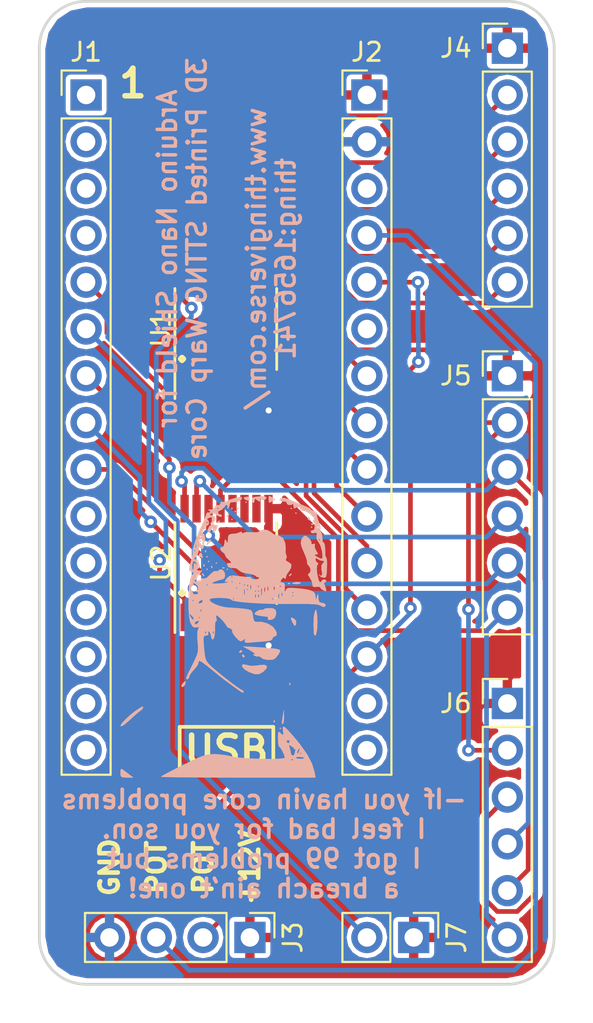
<source format=kicad_pcb>
(kicad_pcb (version 4) (host pcbnew 4.0.7)

  (general
    (links 40)
    (no_connects 1)
    (area 149.784999 104.064999 177.875001 157.555001)
    (thickness 1.6002)
    (drawings 23)
    (tracks 226)
    (zones 0)
    (modules 10)
    (nets 47)
  )

  (page A4)
  (layers
    (0 F.Cu signal)
    (31 B.Cu signal)
    (33 F.Adhes user)
    (34 B.Paste user)
    (35 F.Paste user)
    (36 B.SilkS user hide)
    (37 F.SilkS user)
    (38 B.Mask user)
    (39 F.Mask user)
    (40 Dwgs.User user)
    (41 Cmts.User user)
    (42 Eco1.User user)
    (43 Eco2.User user)
    (44 Edge.Cuts user)
    (45 Margin user)
    (47 F.CrtYd user)
    (49 F.Fab user)
  )

  (setup
    (last_trace_width 0.254)
    (trace_clearance 0.1524)
    (zone_clearance 0.254)
    (zone_45_only no)
    (trace_min 0.1524)
    (segment_width 0.2)
    (edge_width 0.15)
    (via_size 0.6858)
    (via_drill 0.3302)
    (via_min_size 0.6858)
    (via_min_drill 0.3302)
    (uvia_size 0.762)
    (uvia_drill 0.508)
    (uvias_allowed no)
    (uvia_min_size 0)
    (uvia_min_drill 0)
    (pcb_text_width 0.3)
    (pcb_text_size 1.5 1.5)
    (mod_edge_width 0.15)
    (mod_text_size 1 1)
    (mod_text_width 0.15)
    (pad_size 1.524 1.524)
    (pad_drill 0.762)
    (pad_to_mask_clearance 0.2)
    (aux_axis_origin 0 0)
    (visible_elements 7FFFFFFF)
    (pcbplotparams
      (layerselection 0x00030_80000001)
      (usegerberextensions false)
      (excludeedgelayer true)
      (linewidth 0.100000)
      (plotframeref false)
      (viasonmask false)
      (mode 1)
      (useauxorigin false)
      (hpglpennumber 1)
      (hpglpenspeed 20)
      (hpglpendiameter 15)
      (hpglpenoverlay 2)
      (psnegative false)
      (psa4output false)
      (plotreference true)
      (plotvalue true)
      (plotinvisibletext false)
      (padsonsilk false)
      (subtractmaskfromsilk false)
      (outputformat 1)
      (mirror false)
      (drillshape 1)
      (scaleselection 1)
      (outputdirectory ""))
  )

  (net 0 "")
  (net 1 "Net-(J1-Pad1)")
  (net 2 "Net-(J1-Pad2)")
  (net 3 "Net-(J1-Pad3)")
  (net 4 "Net-(J1-Pad4)")
  (net 5 "Net-(J1-Pad5)")
  (net 6 "Net-(J1-Pad6)")
  (net 7 "Net-(J1-Pad7)")
  (net 8 "Net-(J1-Pad8)")
  (net 9 "Net-(J1-Pad9)")
  (net 10 "Net-(J1-Pad10)")
  (net 11 "Net-(J1-Pad11)")
  (net 12 "Net-(J1-Pad12)")
  (net 13 "Net-(J1-Pad13)")
  (net 14 "Net-(J1-Pad14)")
  (net 15 "Net-(J1-Pad15)")
  (net 16 +12V)
  (net 17 GND)
  (net 18 "Net-(J2-Pad3)")
  (net 19 "Net-(J2-Pad4)")
  (net 20 "Net-(J2-Pad13)")
  (net 21 "Net-(J2-Pad6)")
  (net 22 "Net-(J2-Pad7)")
  (net 23 "Net-(J2-Pad8)")
  (net 24 "Net-(J2-Pad9)")
  (net 25 "Net-(J2-Pad10)")
  (net 26 "Net-(J2-Pad11)")
  (net 27 "Net-(J2-Pad12)")
  (net 28 "Net-(J2-Pad14)")
  (net 29 "Net-(J2-Pad15)")
  (net 30 "Net-(J4-Pad2)")
  (net 31 "Net-(J4-Pad3)")
  (net 32 "Net-(J4-Pad4)")
  (net 33 "Net-(J4-Pad5)")
  (net 34 "Net-(J4-Pad6)")
  (net 35 "Net-(J5-Pad2)")
  (net 36 "Net-(J5-Pad3)")
  (net 37 "Net-(J5-Pad4)")
  (net 38 "Net-(J5-Pad5)")
  (net 39 "Net-(J5-Pad6)")
  (net 40 "Net-(J7-Pad2)")
  (net 41 "Net-(U2-Pad5)")
  (net 42 "Net-(U2-Pad6)")
  (net 43 "Net-(U2-Pad7)")
  (net 44 "Net-(U2-Pad10)")
  (net 45 "Net-(U2-Pad11)")
  (net 46 "Net-(U2-Pad12)")

  (net_class Default "This is the default net class."
    (clearance 0.1524)
    (trace_width 0.254)
    (via_dia 0.6858)
    (via_drill 0.3302)
    (uvia_dia 0.762)
    (uvia_drill 0.508)
    (add_net +12V)
    (add_net GND)
    (add_net "Net-(J1-Pad1)")
    (add_net "Net-(J1-Pad10)")
    (add_net "Net-(J1-Pad11)")
    (add_net "Net-(J1-Pad12)")
    (add_net "Net-(J1-Pad13)")
    (add_net "Net-(J1-Pad14)")
    (add_net "Net-(J1-Pad15)")
    (add_net "Net-(J1-Pad2)")
    (add_net "Net-(J1-Pad3)")
    (add_net "Net-(J1-Pad4)")
    (add_net "Net-(J1-Pad5)")
    (add_net "Net-(J1-Pad6)")
    (add_net "Net-(J1-Pad7)")
    (add_net "Net-(J1-Pad8)")
    (add_net "Net-(J1-Pad9)")
    (add_net "Net-(J2-Pad10)")
    (add_net "Net-(J2-Pad11)")
    (add_net "Net-(J2-Pad12)")
    (add_net "Net-(J2-Pad13)")
    (add_net "Net-(J2-Pad14)")
    (add_net "Net-(J2-Pad15)")
    (add_net "Net-(J2-Pad3)")
    (add_net "Net-(J2-Pad4)")
    (add_net "Net-(J2-Pad6)")
    (add_net "Net-(J2-Pad7)")
    (add_net "Net-(J2-Pad8)")
    (add_net "Net-(J2-Pad9)")
    (add_net "Net-(J4-Pad2)")
    (add_net "Net-(J4-Pad3)")
    (add_net "Net-(J4-Pad4)")
    (add_net "Net-(J4-Pad5)")
    (add_net "Net-(J4-Pad6)")
    (add_net "Net-(J5-Pad2)")
    (add_net "Net-(J5-Pad3)")
    (add_net "Net-(J5-Pad4)")
    (add_net "Net-(J5-Pad5)")
    (add_net "Net-(J5-Pad6)")
    (add_net "Net-(J7-Pad2)")
    (add_net "Net-(U2-Pad10)")
    (add_net "Net-(U2-Pad11)")
    (add_net "Net-(U2-Pad12)")
    (add_net "Net-(U2-Pad5)")
    (add_net "Net-(U2-Pad6)")
    (add_net "Net-(U2-Pad7)")
  )

  (module Housings_SSOP:TSSOP-16_4.4x5mm_Pitch0.65mm (layer F.Cu) (tedit 54130A77) (tstamp 59F76144)
    (at 160.02 134.62 90)
    (descr "16-Lead Plastic Thin Shrink Small Outline (ST)-4.4 mm Body [TSSOP] (see Microchip Packaging Specification 00000049BS.pdf)")
    (tags "SSOP 0.65")
    (path /59F74CBF)
    (attr smd)
    (fp_text reference U2 (at 0 -3.55 90) (layer F.SilkS)
      (effects (font (size 1 1) (thickness 0.15)))
    )
    (fp_text value ULN2003 (at 0 3.55 90) (layer F.Fab)
      (effects (font (size 1 1) (thickness 0.15)))
    )
    (fp_line (start -1.2 -2.5) (end 2.2 -2.5) (layer F.Fab) (width 0.15))
    (fp_line (start 2.2 -2.5) (end 2.2 2.5) (layer F.Fab) (width 0.15))
    (fp_line (start 2.2 2.5) (end -2.2 2.5) (layer F.Fab) (width 0.15))
    (fp_line (start -2.2 2.5) (end -2.2 -1.5) (layer F.Fab) (width 0.15))
    (fp_line (start -2.2 -1.5) (end -1.2 -2.5) (layer F.Fab) (width 0.15))
    (fp_line (start -3.95 -2.9) (end -3.95 2.8) (layer F.CrtYd) (width 0.05))
    (fp_line (start 3.95 -2.9) (end 3.95 2.8) (layer F.CrtYd) (width 0.05))
    (fp_line (start -3.95 -2.9) (end 3.95 -2.9) (layer F.CrtYd) (width 0.05))
    (fp_line (start -3.95 2.8) (end 3.95 2.8) (layer F.CrtYd) (width 0.05))
    (fp_line (start -2.2 2.725) (end 2.2 2.725) (layer F.SilkS) (width 0.15))
    (fp_line (start -3.775 -2.8) (end 2.2 -2.8) (layer F.SilkS) (width 0.15))
    (fp_text user %R (at 0 0 90) (layer F.Fab)
      (effects (font (size 0.8 0.8) (thickness 0.15)))
    )
    (pad 1 smd rect (at -2.95 -2.275 90) (size 1.5 0.45) (layers F.Cu F.Paste F.Mask)
      (net 6 "Net-(J1-Pad6)"))
    (pad 2 smd rect (at -2.95 -1.625 90) (size 1.5 0.45) (layers F.Cu F.Paste F.Mask)
      (net 7 "Net-(J1-Pad7)"))
    (pad 3 smd rect (at -2.95 -0.975 90) (size 1.5 0.45) (layers F.Cu F.Paste F.Mask)
      (net 8 "Net-(J1-Pad8)"))
    (pad 4 smd rect (at -2.95 -0.325 90) (size 1.5 0.45) (layers F.Cu F.Paste F.Mask)
      (net 9 "Net-(J1-Pad9)"))
    (pad 5 smd rect (at -2.95 0.325 90) (size 1.5 0.45) (layers F.Cu F.Paste F.Mask)
      (net 41 "Net-(U2-Pad5)"))
    (pad 6 smd rect (at -2.95 0.975 90) (size 1.5 0.45) (layers F.Cu F.Paste F.Mask)
      (net 42 "Net-(U2-Pad6)"))
    (pad 7 smd rect (at -2.95 1.625 90) (size 1.5 0.45) (layers F.Cu F.Paste F.Mask)
      (net 43 "Net-(U2-Pad7)"))
    (pad 8 smd rect (at -2.95 2.275 90) (size 1.5 0.45) (layers F.Cu F.Paste F.Mask)
      (net 17 GND))
    (pad 9 smd rect (at 2.95 2.275 90) (size 1.5 0.45) (layers F.Cu F.Paste F.Mask)
      (net 16 +12V))
    (pad 10 smd rect (at 2.95 1.625 90) (size 1.5 0.45) (layers F.Cu F.Paste F.Mask)
      (net 44 "Net-(U2-Pad10)"))
    (pad 11 smd rect (at 2.95 0.975 90) (size 1.5 0.45) (layers F.Cu F.Paste F.Mask)
      (net 45 "Net-(U2-Pad11)"))
    (pad 12 smd rect (at 2.95 0.325 90) (size 1.5 0.45) (layers F.Cu F.Paste F.Mask)
      (net 46 "Net-(U2-Pad12)"))
    (pad 13 smd rect (at 2.95 -0.325 90) (size 1.5 0.45) (layers F.Cu F.Paste F.Mask)
      (net 39 "Net-(J5-Pad6)"))
    (pad 14 smd rect (at 2.95 -0.975 90) (size 1.5 0.45) (layers F.Cu F.Paste F.Mask)
      (net 38 "Net-(J5-Pad5)"))
    (pad 15 smd rect (at 2.95 -1.625 90) (size 1.5 0.45) (layers F.Cu F.Paste F.Mask)
      (net 37 "Net-(J5-Pad4)"))
    (pad 16 smd rect (at 2.95 -2.275 90) (size 1.5 0.45) (layers F.Cu F.Paste F.Mask)
      (net 36 "Net-(J5-Pad3)"))
    (model ${KISYS3DMOD}/Housings_SSOP.3dshapes/TSSOP-16_4.4x5mm_Pitch0.65mm.wrl
      (at (xyz 0 0 0))
      (scale (xyz 1 1 1))
      (rotate (xyz 0 0 0))
    )
  )

  (module Pin_Headers:Pin_Header_Straight_1x15_Pitch2.54mm (layer F.Cu) (tedit 59650532) (tstamp 59F760DD)
    (at 152.4 109.22)
    (descr "Through hole straight pin header, 1x15, 2.54mm pitch, single row")
    (tags "Through hole pin header THT 1x15 2.54mm single row")
    (path /59F74DA6)
    (fp_text reference J1 (at 0 -2.33) (layer F.SilkS)
      (effects (font (size 1 1) (thickness 0.15)))
    )
    (fp_text value Conn_01x15 (at 0 37.89) (layer F.Fab)
      (effects (font (size 1 1) (thickness 0.15)))
    )
    (fp_line (start -0.635 -1.27) (end 1.27 -1.27) (layer F.Fab) (width 0.1))
    (fp_line (start 1.27 -1.27) (end 1.27 36.83) (layer F.Fab) (width 0.1))
    (fp_line (start 1.27 36.83) (end -1.27 36.83) (layer F.Fab) (width 0.1))
    (fp_line (start -1.27 36.83) (end -1.27 -0.635) (layer F.Fab) (width 0.1))
    (fp_line (start -1.27 -0.635) (end -0.635 -1.27) (layer F.Fab) (width 0.1))
    (fp_line (start -1.33 36.89) (end 1.33 36.89) (layer F.SilkS) (width 0.12))
    (fp_line (start -1.33 1.27) (end -1.33 36.89) (layer F.SilkS) (width 0.12))
    (fp_line (start 1.33 1.27) (end 1.33 36.89) (layer F.SilkS) (width 0.12))
    (fp_line (start -1.33 1.27) (end 1.33 1.27) (layer F.SilkS) (width 0.12))
    (fp_line (start -1.33 0) (end -1.33 -1.33) (layer F.SilkS) (width 0.12))
    (fp_line (start -1.33 -1.33) (end 0 -1.33) (layer F.SilkS) (width 0.12))
    (fp_line (start -1.8 -1.8) (end -1.8 37.35) (layer F.CrtYd) (width 0.05))
    (fp_line (start -1.8 37.35) (end 1.8 37.35) (layer F.CrtYd) (width 0.05))
    (fp_line (start 1.8 37.35) (end 1.8 -1.8) (layer F.CrtYd) (width 0.05))
    (fp_line (start 1.8 -1.8) (end -1.8 -1.8) (layer F.CrtYd) (width 0.05))
    (fp_text user %R (at 0 17.78 90) (layer F.Fab)
      (effects (font (size 1 1) (thickness 0.15)))
    )
    (pad 1 thru_hole rect (at 0 0) (size 1.7 1.7) (drill 1) (layers *.Cu *.Mask)
      (net 1 "Net-(J1-Pad1)"))
    (pad 2 thru_hole oval (at 0 2.54) (size 1.7 1.7) (drill 1) (layers *.Cu *.Mask)
      (net 2 "Net-(J1-Pad2)"))
    (pad 3 thru_hole oval (at 0 5.08) (size 1.7 1.7) (drill 1) (layers *.Cu *.Mask)
      (net 3 "Net-(J1-Pad3)"))
    (pad 4 thru_hole oval (at 0 7.62) (size 1.7 1.7) (drill 1) (layers *.Cu *.Mask)
      (net 4 "Net-(J1-Pad4)"))
    (pad 5 thru_hole oval (at 0 10.16) (size 1.7 1.7) (drill 1) (layers *.Cu *.Mask)
      (net 5 "Net-(J1-Pad5)"))
    (pad 6 thru_hole oval (at 0 12.7) (size 1.7 1.7) (drill 1) (layers *.Cu *.Mask)
      (net 6 "Net-(J1-Pad6)"))
    (pad 7 thru_hole oval (at 0 15.24) (size 1.7 1.7) (drill 1) (layers *.Cu *.Mask)
      (net 7 "Net-(J1-Pad7)"))
    (pad 8 thru_hole oval (at 0 17.78) (size 1.7 1.7) (drill 1) (layers *.Cu *.Mask)
      (net 8 "Net-(J1-Pad8)"))
    (pad 9 thru_hole oval (at 0 20.32) (size 1.7 1.7) (drill 1) (layers *.Cu *.Mask)
      (net 9 "Net-(J1-Pad9)"))
    (pad 10 thru_hole oval (at 0 22.86) (size 1.7 1.7) (drill 1) (layers *.Cu *.Mask)
      (net 10 "Net-(J1-Pad10)"))
    (pad 11 thru_hole oval (at 0 25.4) (size 1.7 1.7) (drill 1) (layers *.Cu *.Mask)
      (net 11 "Net-(J1-Pad11)"))
    (pad 12 thru_hole oval (at 0 27.94) (size 1.7 1.7) (drill 1) (layers *.Cu *.Mask)
      (net 12 "Net-(J1-Pad12)"))
    (pad 13 thru_hole oval (at 0 30.48) (size 1.7 1.7) (drill 1) (layers *.Cu *.Mask)
      (net 13 "Net-(J1-Pad13)"))
    (pad 14 thru_hole oval (at 0 33.02) (size 1.7 1.7) (drill 1) (layers *.Cu *.Mask)
      (net 14 "Net-(J1-Pad14)"))
    (pad 15 thru_hole oval (at 0 35.56) (size 1.7 1.7) (drill 1) (layers *.Cu *.Mask)
      (net 15 "Net-(J1-Pad15)"))
    (model ${KISYS3DMOD}/Pin_Headers.3dshapes/Pin_Header_Straight_1x15_Pitch2.54mm.wrl
      (at (xyz 0 0 0))
      (scale (xyz 1 1 1))
      (rotate (xyz 0 0 0))
    )
  )

  (module Pin_Headers:Pin_Header_Straight_1x04_Pitch2.54mm (layer F.Cu) (tedit 59650532) (tstamp 59F760F8)
    (at 161.29 154.94 270)
    (descr "Through hole straight pin header, 1x04, 2.54mm pitch, single row")
    (tags "Through hole pin header THT 1x04 2.54mm single row")
    (path /59F7527A)
    (fp_text reference J3 (at 0 -2.33 270) (layer F.SilkS)
      (effects (font (size 1 1) (thickness 0.15)))
    )
    (fp_text value Conn_01x04 (at 0 9.95 270) (layer F.Fab)
      (effects (font (size 1 1) (thickness 0.15)))
    )
    (fp_line (start -0.635 -1.27) (end 1.27 -1.27) (layer F.Fab) (width 0.1))
    (fp_line (start 1.27 -1.27) (end 1.27 8.89) (layer F.Fab) (width 0.1))
    (fp_line (start 1.27 8.89) (end -1.27 8.89) (layer F.Fab) (width 0.1))
    (fp_line (start -1.27 8.89) (end -1.27 -0.635) (layer F.Fab) (width 0.1))
    (fp_line (start -1.27 -0.635) (end -0.635 -1.27) (layer F.Fab) (width 0.1))
    (fp_line (start -1.33 8.95) (end 1.33 8.95) (layer F.SilkS) (width 0.12))
    (fp_line (start -1.33 1.27) (end -1.33 8.95) (layer F.SilkS) (width 0.12))
    (fp_line (start 1.33 1.27) (end 1.33 8.95) (layer F.SilkS) (width 0.12))
    (fp_line (start -1.33 1.27) (end 1.33 1.27) (layer F.SilkS) (width 0.12))
    (fp_line (start -1.33 0) (end -1.33 -1.33) (layer F.SilkS) (width 0.12))
    (fp_line (start -1.33 -1.33) (end 0 -1.33) (layer F.SilkS) (width 0.12))
    (fp_line (start -1.8 -1.8) (end -1.8 9.4) (layer F.CrtYd) (width 0.05))
    (fp_line (start -1.8 9.4) (end 1.8 9.4) (layer F.CrtYd) (width 0.05))
    (fp_line (start 1.8 9.4) (end 1.8 -1.8) (layer F.CrtYd) (width 0.05))
    (fp_line (start 1.8 -1.8) (end -1.8 -1.8) (layer F.CrtYd) (width 0.05))
    (fp_text user %R (at 0 3.81 360) (layer F.Fab)
      (effects (font (size 1 1) (thickness 0.15)))
    )
    (pad 1 thru_hole rect (at 0 0 270) (size 1.7 1.7) (drill 1) (layers *.Cu *.Mask)
      (net 16 +12V))
    (pad 2 thru_hole oval (at 0 2.54 270) (size 1.7 1.7) (drill 1) (layers *.Cu *.Mask)
      (net 20 "Net-(J2-Pad13)"))
    (pad 3 thru_hole oval (at 0 5.08 270) (size 1.7 1.7) (drill 1) (layers *.Cu *.Mask)
      (net 19 "Net-(J2-Pad4)"))
    (pad 4 thru_hole oval (at 0 7.62 270) (size 1.7 1.7) (drill 1) (layers *.Cu *.Mask)
      (net 17 GND))
    (model ${KISYS3DMOD}/Pin_Headers.3dshapes/Pin_Header_Straight_1x04_Pitch2.54mm.wrl
      (at (xyz 0 0 0))
      (scale (xyz 1 1 1))
      (rotate (xyz 0 0 0))
    )
  )

  (module Housings_SSOP:TSSOP-16_4.4x5mm_Pitch0.65mm (layer F.Cu) (tedit 54130A77) (tstamp 59F76130)
    (at 160.02 121.92 90)
    (descr "16-Lead Plastic Thin Shrink Small Outline (ST)-4.4 mm Body [TSSOP] (see Microchip Packaging Specification 00000049BS.pdf)")
    (tags "SSOP 0.65")
    (path /59F74C5E)
    (attr smd)
    (fp_text reference U1 (at 0 -3.55 90) (layer F.SilkS)
      (effects (font (size 1 1) (thickness 0.15)))
    )
    (fp_text value ULN2003 (at 0 3.55 90) (layer F.Fab)
      (effects (font (size 1 1) (thickness 0.15)))
    )
    (fp_line (start -1.2 -2.5) (end 2.2 -2.5) (layer F.Fab) (width 0.15))
    (fp_line (start 2.2 -2.5) (end 2.2 2.5) (layer F.Fab) (width 0.15))
    (fp_line (start 2.2 2.5) (end -2.2 2.5) (layer F.Fab) (width 0.15))
    (fp_line (start -2.2 2.5) (end -2.2 -1.5) (layer F.Fab) (width 0.15))
    (fp_line (start -2.2 -1.5) (end -1.2 -2.5) (layer F.Fab) (width 0.15))
    (fp_line (start -3.95 -2.9) (end -3.95 2.8) (layer F.CrtYd) (width 0.05))
    (fp_line (start 3.95 -2.9) (end 3.95 2.8) (layer F.CrtYd) (width 0.05))
    (fp_line (start -3.95 -2.9) (end 3.95 -2.9) (layer F.CrtYd) (width 0.05))
    (fp_line (start -3.95 2.8) (end 3.95 2.8) (layer F.CrtYd) (width 0.05))
    (fp_line (start -2.2 2.725) (end 2.2 2.725) (layer F.SilkS) (width 0.15))
    (fp_line (start -3.775 -2.8) (end 2.2 -2.8) (layer F.SilkS) (width 0.15))
    (fp_text user %R (at 0 0 90) (layer F.Fab)
      (effects (font (size 0.8 0.8) (thickness 0.15)))
    )
    (pad 1 smd rect (at -2.95 -2.275 90) (size 1.5 0.45) (layers F.Cu F.Paste F.Mask)
      (net 22 "Net-(J2-Pad7)"))
    (pad 2 smd rect (at -2.95 -1.625 90) (size 1.5 0.45) (layers F.Cu F.Paste F.Mask)
      (net 23 "Net-(J2-Pad8)"))
    (pad 3 smd rect (at -2.95 -0.975 90) (size 1.5 0.45) (layers F.Cu F.Paste F.Mask)
      (net 24 "Net-(J2-Pad9)"))
    (pad 4 smd rect (at -2.95 -0.325 90) (size 1.5 0.45) (layers F.Cu F.Paste F.Mask)
      (net 25 "Net-(J2-Pad10)"))
    (pad 5 smd rect (at -2.95 0.325 90) (size 1.5 0.45) (layers F.Cu F.Paste F.Mask)
      (net 26 "Net-(J2-Pad11)"))
    (pad 6 smd rect (at -2.95 0.975 90) (size 1.5 0.45) (layers F.Cu F.Paste F.Mask)
      (net 27 "Net-(J2-Pad12)"))
    (pad 7 smd rect (at -2.95 1.625 90) (size 1.5 0.45) (layers F.Cu F.Paste F.Mask)
      (net 5 "Net-(J1-Pad5)"))
    (pad 8 smd rect (at -2.95 2.275 90) (size 1.5 0.45) (layers F.Cu F.Paste F.Mask)
      (net 17 GND))
    (pad 9 smd rect (at 2.95 2.275 90) (size 1.5 0.45) (layers F.Cu F.Paste F.Mask)
      (net 16 +12V))
    (pad 10 smd rect (at 2.95 1.625 90) (size 1.5 0.45) (layers F.Cu F.Paste F.Mask)
      (net 35 "Net-(J5-Pad2)"))
    (pad 11 smd rect (at 2.95 0.975 90) (size 1.5 0.45) (layers F.Cu F.Paste F.Mask)
      (net 34 "Net-(J4-Pad6)"))
    (pad 12 smd rect (at 2.95 0.325 90) (size 1.5 0.45) (layers F.Cu F.Paste F.Mask)
      (net 33 "Net-(J4-Pad5)"))
    (pad 13 smd rect (at 2.95 -0.325 90) (size 1.5 0.45) (layers F.Cu F.Paste F.Mask)
      (net 32 "Net-(J4-Pad4)"))
    (pad 14 smd rect (at 2.95 -0.975 90) (size 1.5 0.45) (layers F.Cu F.Paste F.Mask)
      (net 31 "Net-(J4-Pad3)"))
    (pad 15 smd rect (at 2.95 -1.625 90) (size 1.5 0.45) (layers F.Cu F.Paste F.Mask)
      (net 30 "Net-(J4-Pad2)"))
    (pad 16 smd rect (at 2.95 -2.275 90) (size 1.5 0.45) (layers F.Cu F.Paste F.Mask)
      (net 40 "Net-(J7-Pad2)"))
    (model ${KISYS3DMOD}/Housings_SSOP.3dshapes/TSSOP-16_4.4x5mm_Pitch0.65mm.wrl
      (at (xyz 0 0 0))
      (scale (xyz 1 1 1))
      (rotate (xyz 0 0 0))
    )
  )

  (module Pin_Headers:Pin_Header_Straight_1x15_Pitch2.54mm (layer F.Cu) (tedit 59650532) (tstamp 59F760F0)
    (at 167.64 109.22)
    (descr "Through hole straight pin header, 1x15, 2.54mm pitch, single row")
    (tags "Through hole pin header THT 1x15 2.54mm single row")
    (path /59F74E11)
    (fp_text reference J2 (at 0 -2.33) (layer F.SilkS)
      (effects (font (size 1 1) (thickness 0.15)))
    )
    (fp_text value Conn_01x15 (at 0 37.89) (layer F.Fab)
      (effects (font (size 1 1) (thickness 0.15)))
    )
    (fp_line (start -0.635 -1.27) (end 1.27 -1.27) (layer F.Fab) (width 0.1))
    (fp_line (start 1.27 -1.27) (end 1.27 36.83) (layer F.Fab) (width 0.1))
    (fp_line (start 1.27 36.83) (end -1.27 36.83) (layer F.Fab) (width 0.1))
    (fp_line (start -1.27 36.83) (end -1.27 -0.635) (layer F.Fab) (width 0.1))
    (fp_line (start -1.27 -0.635) (end -0.635 -1.27) (layer F.Fab) (width 0.1))
    (fp_line (start -1.33 36.89) (end 1.33 36.89) (layer F.SilkS) (width 0.12))
    (fp_line (start -1.33 1.27) (end -1.33 36.89) (layer F.SilkS) (width 0.12))
    (fp_line (start 1.33 1.27) (end 1.33 36.89) (layer F.SilkS) (width 0.12))
    (fp_line (start -1.33 1.27) (end 1.33 1.27) (layer F.SilkS) (width 0.12))
    (fp_line (start -1.33 0) (end -1.33 -1.33) (layer F.SilkS) (width 0.12))
    (fp_line (start -1.33 -1.33) (end 0 -1.33) (layer F.SilkS) (width 0.12))
    (fp_line (start -1.8 -1.8) (end -1.8 37.35) (layer F.CrtYd) (width 0.05))
    (fp_line (start -1.8 37.35) (end 1.8 37.35) (layer F.CrtYd) (width 0.05))
    (fp_line (start 1.8 37.35) (end 1.8 -1.8) (layer F.CrtYd) (width 0.05))
    (fp_line (start 1.8 -1.8) (end -1.8 -1.8) (layer F.CrtYd) (width 0.05))
    (fp_text user %R (at 0 17.78 90) (layer F.Fab)
      (effects (font (size 1 1) (thickness 0.15)))
    )
    (pad 1 thru_hole rect (at 0 0) (size 1.7 1.7) (drill 1) (layers *.Cu *.Mask)
      (net 16 +12V))
    (pad 2 thru_hole oval (at 0 2.54) (size 1.7 1.7) (drill 1) (layers *.Cu *.Mask)
      (net 17 GND))
    (pad 3 thru_hole oval (at 0 5.08) (size 1.7 1.7) (drill 1) (layers *.Cu *.Mask)
      (net 18 "Net-(J2-Pad3)"))
    (pad 4 thru_hole oval (at 0 7.62) (size 1.7 1.7) (drill 1) (layers *.Cu *.Mask)
      (net 19 "Net-(J2-Pad4)"))
    (pad 5 thru_hole oval (at 0 10.16) (size 1.7 1.7) (drill 1) (layers *.Cu *.Mask)
      (net 20 "Net-(J2-Pad13)"))
    (pad 6 thru_hole oval (at 0 12.7) (size 1.7 1.7) (drill 1) (layers *.Cu *.Mask)
      (net 21 "Net-(J2-Pad6)"))
    (pad 7 thru_hole oval (at 0 15.24) (size 1.7 1.7) (drill 1) (layers *.Cu *.Mask)
      (net 22 "Net-(J2-Pad7)"))
    (pad 8 thru_hole oval (at 0 17.78) (size 1.7 1.7) (drill 1) (layers *.Cu *.Mask)
      (net 23 "Net-(J2-Pad8)"))
    (pad 9 thru_hole oval (at 0 20.32) (size 1.7 1.7) (drill 1) (layers *.Cu *.Mask)
      (net 24 "Net-(J2-Pad9)"))
    (pad 10 thru_hole oval (at 0 22.86) (size 1.7 1.7) (drill 1) (layers *.Cu *.Mask)
      (net 25 "Net-(J2-Pad10)"))
    (pad 11 thru_hole oval (at 0 25.4) (size 1.7 1.7) (drill 1) (layers *.Cu *.Mask)
      (net 26 "Net-(J2-Pad11)"))
    (pad 12 thru_hole oval (at 0 27.94) (size 1.7 1.7) (drill 1) (layers *.Cu *.Mask)
      (net 27 "Net-(J2-Pad12)"))
    (pad 13 thru_hole oval (at 0 30.48) (size 1.7 1.7) (drill 1) (layers *.Cu *.Mask)
      (net 20 "Net-(J2-Pad13)"))
    (pad 14 thru_hole oval (at 0 33.02) (size 1.7 1.7) (drill 1) (layers *.Cu *.Mask)
      (net 28 "Net-(J2-Pad14)"))
    (pad 15 thru_hole oval (at 0 35.56) (size 1.7 1.7) (drill 1) (layers *.Cu *.Mask)
      (net 29 "Net-(J2-Pad15)"))
    (model ${KISYS3DMOD}/Pin_Headers.3dshapes/Pin_Header_Straight_1x15_Pitch2.54mm.wrl
      (at (xyz 0 0 0))
      (scale (xyz 1 1 1))
      (rotate (xyz 0 0 0))
    )
  )

  (module Pin_Headers:Pin_Header_Straight_1x06_Pitch2.54mm (layer F.Cu) (tedit 59650532) (tstamp 59F76102)
    (at 175.26 106.68)
    (descr "Through hole straight pin header, 1x06, 2.54mm pitch, single row")
    (tags "Through hole pin header THT 1x06 2.54mm single row")
    (path /59F759E6)
    (fp_text reference J4 (at -2.794 0) (layer F.SilkS)
      (effects (font (size 1 1) (thickness 0.15)))
    )
    (fp_text value Conn_01x06 (at 0 15.03) (layer F.Fab)
      (effects (font (size 1 1) (thickness 0.15)))
    )
    (fp_line (start -0.635 -1.27) (end 1.27 -1.27) (layer F.Fab) (width 0.1))
    (fp_line (start 1.27 -1.27) (end 1.27 13.97) (layer F.Fab) (width 0.1))
    (fp_line (start 1.27 13.97) (end -1.27 13.97) (layer F.Fab) (width 0.1))
    (fp_line (start -1.27 13.97) (end -1.27 -0.635) (layer F.Fab) (width 0.1))
    (fp_line (start -1.27 -0.635) (end -0.635 -1.27) (layer F.Fab) (width 0.1))
    (fp_line (start -1.33 14.03) (end 1.33 14.03) (layer F.SilkS) (width 0.12))
    (fp_line (start -1.33 1.27) (end -1.33 14.03) (layer F.SilkS) (width 0.12))
    (fp_line (start 1.33 1.27) (end 1.33 14.03) (layer F.SilkS) (width 0.12))
    (fp_line (start -1.33 1.27) (end 1.33 1.27) (layer F.SilkS) (width 0.12))
    (fp_line (start -1.33 0) (end -1.33 -1.33) (layer F.SilkS) (width 0.12))
    (fp_line (start -1.33 -1.33) (end 0 -1.33) (layer F.SilkS) (width 0.12))
    (fp_line (start -1.8 -1.8) (end -1.8 14.5) (layer F.CrtYd) (width 0.05))
    (fp_line (start -1.8 14.5) (end 1.8 14.5) (layer F.CrtYd) (width 0.05))
    (fp_line (start 1.8 14.5) (end 1.8 -1.8) (layer F.CrtYd) (width 0.05))
    (fp_line (start 1.8 -1.8) (end -1.8 -1.8) (layer F.CrtYd) (width 0.05))
    (fp_text user %R (at 0 6.35 90) (layer F.Fab)
      (effects (font (size 1 1) (thickness 0.15)))
    )
    (pad 1 thru_hole rect (at 0 0) (size 1.7 1.7) (drill 1) (layers *.Cu *.Mask)
      (net 16 +12V))
    (pad 2 thru_hole oval (at 0 2.54) (size 1.7 1.7) (drill 1) (layers *.Cu *.Mask)
      (net 30 "Net-(J4-Pad2)"))
    (pad 3 thru_hole oval (at 0 5.08) (size 1.7 1.7) (drill 1) (layers *.Cu *.Mask)
      (net 31 "Net-(J4-Pad3)"))
    (pad 4 thru_hole oval (at 0 7.62) (size 1.7 1.7) (drill 1) (layers *.Cu *.Mask)
      (net 32 "Net-(J4-Pad4)"))
    (pad 5 thru_hole oval (at 0 10.16) (size 1.7 1.7) (drill 1) (layers *.Cu *.Mask)
      (net 33 "Net-(J4-Pad5)"))
    (pad 6 thru_hole oval (at 0 12.7) (size 1.7 1.7) (drill 1) (layers *.Cu *.Mask)
      (net 34 "Net-(J4-Pad6)"))
    (model ${KISYS3DMOD}/Pin_Headers.3dshapes/Pin_Header_Straight_1x06_Pitch2.54mm.wrl
      (at (xyz 0 0 0))
      (scale (xyz 1 1 1))
      (rotate (xyz 0 0 0))
    )
  )

  (module Pin_Headers:Pin_Header_Straight_1x06_Pitch2.54mm (layer F.Cu) (tedit 59650532) (tstamp 59F7610C)
    (at 175.26 124.46)
    (descr "Through hole straight pin header, 1x06, 2.54mm pitch, single row")
    (tags "Through hole pin header THT 1x06 2.54mm single row")
    (path /59F75A63)
    (fp_text reference J5 (at -2.794 0) (layer F.SilkS)
      (effects (font (size 1 1) (thickness 0.15)))
    )
    (fp_text value Conn_01x06 (at 0 15.03) (layer F.Fab)
      (effects (font (size 1 1) (thickness 0.15)))
    )
    (fp_line (start -0.635 -1.27) (end 1.27 -1.27) (layer F.Fab) (width 0.1))
    (fp_line (start 1.27 -1.27) (end 1.27 13.97) (layer F.Fab) (width 0.1))
    (fp_line (start 1.27 13.97) (end -1.27 13.97) (layer F.Fab) (width 0.1))
    (fp_line (start -1.27 13.97) (end -1.27 -0.635) (layer F.Fab) (width 0.1))
    (fp_line (start -1.27 -0.635) (end -0.635 -1.27) (layer F.Fab) (width 0.1))
    (fp_line (start -1.33 14.03) (end 1.33 14.03) (layer F.SilkS) (width 0.12))
    (fp_line (start -1.33 1.27) (end -1.33 14.03) (layer F.SilkS) (width 0.12))
    (fp_line (start 1.33 1.27) (end 1.33 14.03) (layer F.SilkS) (width 0.12))
    (fp_line (start -1.33 1.27) (end 1.33 1.27) (layer F.SilkS) (width 0.12))
    (fp_line (start -1.33 0) (end -1.33 -1.33) (layer F.SilkS) (width 0.12))
    (fp_line (start -1.33 -1.33) (end 0 -1.33) (layer F.SilkS) (width 0.12))
    (fp_line (start -1.8 -1.8) (end -1.8 14.5) (layer F.CrtYd) (width 0.05))
    (fp_line (start -1.8 14.5) (end 1.8 14.5) (layer F.CrtYd) (width 0.05))
    (fp_line (start 1.8 14.5) (end 1.8 -1.8) (layer F.CrtYd) (width 0.05))
    (fp_line (start 1.8 -1.8) (end -1.8 -1.8) (layer F.CrtYd) (width 0.05))
    (fp_text user %R (at 0 6.35 90) (layer F.Fab)
      (effects (font (size 1 1) (thickness 0.15)))
    )
    (pad 1 thru_hole rect (at 0 0) (size 1.7 1.7) (drill 1) (layers *.Cu *.Mask)
      (net 16 +12V))
    (pad 2 thru_hole oval (at 0 2.54) (size 1.7 1.7) (drill 1) (layers *.Cu *.Mask)
      (net 35 "Net-(J5-Pad2)"))
    (pad 3 thru_hole oval (at 0 5.08) (size 1.7 1.7) (drill 1) (layers *.Cu *.Mask)
      (net 36 "Net-(J5-Pad3)"))
    (pad 4 thru_hole oval (at 0 7.62) (size 1.7 1.7) (drill 1) (layers *.Cu *.Mask)
      (net 37 "Net-(J5-Pad4)"))
    (pad 5 thru_hole oval (at 0 10.16) (size 1.7 1.7) (drill 1) (layers *.Cu *.Mask)
      (net 38 "Net-(J5-Pad5)"))
    (pad 6 thru_hole oval (at 0 12.7) (size 1.7 1.7) (drill 1) (layers *.Cu *.Mask)
      (net 39 "Net-(J5-Pad6)"))
    (model ${KISYS3DMOD}/Pin_Headers.3dshapes/Pin_Header_Straight_1x06_Pitch2.54mm.wrl
      (at (xyz 0 0 0))
      (scale (xyz 1 1 1))
      (rotate (xyz 0 0 0))
    )
  )

  (module Pin_Headers:Pin_Header_Straight_1x06_Pitch2.54mm (layer F.Cu) (tedit 59650532) (tstamp 59F76116)
    (at 175.26 142.24)
    (descr "Through hole straight pin header, 1x06, 2.54mm pitch, single row")
    (tags "Through hole pin header THT 1x06 2.54mm single row")
    (path /59F75ACF)
    (fp_text reference J6 (at -2.794 0) (layer F.SilkS)
      (effects (font (size 1 1) (thickness 0.15)))
    )
    (fp_text value Conn_01x06 (at 0 15.03) (layer F.Fab)
      (effects (font (size 1 1) (thickness 0.15)))
    )
    (fp_line (start -0.635 -1.27) (end 1.27 -1.27) (layer F.Fab) (width 0.1))
    (fp_line (start 1.27 -1.27) (end 1.27 13.97) (layer F.Fab) (width 0.1))
    (fp_line (start 1.27 13.97) (end -1.27 13.97) (layer F.Fab) (width 0.1))
    (fp_line (start -1.27 13.97) (end -1.27 -0.635) (layer F.Fab) (width 0.1))
    (fp_line (start -1.27 -0.635) (end -0.635 -1.27) (layer F.Fab) (width 0.1))
    (fp_line (start -1.33 14.03) (end 1.33 14.03) (layer F.SilkS) (width 0.12))
    (fp_line (start -1.33 1.27) (end -1.33 14.03) (layer F.SilkS) (width 0.12))
    (fp_line (start 1.33 1.27) (end 1.33 14.03) (layer F.SilkS) (width 0.12))
    (fp_line (start -1.33 1.27) (end 1.33 1.27) (layer F.SilkS) (width 0.12))
    (fp_line (start -1.33 0) (end -1.33 -1.33) (layer F.SilkS) (width 0.12))
    (fp_line (start -1.33 -1.33) (end 0 -1.33) (layer F.SilkS) (width 0.12))
    (fp_line (start -1.8 -1.8) (end -1.8 14.5) (layer F.CrtYd) (width 0.05))
    (fp_line (start -1.8 14.5) (end 1.8 14.5) (layer F.CrtYd) (width 0.05))
    (fp_line (start 1.8 14.5) (end 1.8 -1.8) (layer F.CrtYd) (width 0.05))
    (fp_line (start 1.8 -1.8) (end -1.8 -1.8) (layer F.CrtYd) (width 0.05))
    (fp_text user %R (at 0 6.35 90) (layer F.Fab)
      (effects (font (size 1 1) (thickness 0.15)))
    )
    (pad 1 thru_hole rect (at 0 0) (size 1.7 1.7) (drill 1) (layers *.Cu *.Mask)
      (net 16 +12V))
    (pad 2 thru_hole oval (at 0 2.54) (size 1.7 1.7) (drill 1) (layers *.Cu *.Mask)
      (net 35 "Net-(J5-Pad2)"))
    (pad 3 thru_hole oval (at 0 5.08) (size 1.7 1.7) (drill 1) (layers *.Cu *.Mask)
      (net 36 "Net-(J5-Pad3)"))
    (pad 4 thru_hole oval (at 0 7.62) (size 1.7 1.7) (drill 1) (layers *.Cu *.Mask)
      (net 37 "Net-(J5-Pad4)"))
    (pad 5 thru_hole oval (at 0 10.16) (size 1.7 1.7) (drill 1) (layers *.Cu *.Mask)
      (net 38 "Net-(J5-Pad5)"))
    (pad 6 thru_hole oval (at 0 12.7) (size 1.7 1.7) (drill 1) (layers *.Cu *.Mask)
      (net 39 "Net-(J5-Pad6)"))
    (model ${KISYS3DMOD}/Pin_Headers.3dshapes/Pin_Header_Straight_1x06_Pitch2.54mm.wrl
      (at (xyz 0 0 0))
      (scale (xyz 1 1 1))
      (rotate (xyz 0 0 0))
    )
  )

  (module Pin_Headers:Pin_Header_Straight_1x02_Pitch2.54mm (layer F.Cu) (tedit 59650532) (tstamp 59F7611C)
    (at 170.18 154.94 270)
    (descr "Through hole straight pin header, 1x02, 2.54mm pitch, single row")
    (tags "Through hole pin header THT 1x02 2.54mm single row")
    (path /59F75C0A)
    (fp_text reference J7 (at 0 -2.33 270) (layer F.SilkS)
      (effects (font (size 1 1) (thickness 0.15)))
    )
    (fp_text value Conn_01x02 (at 0 4.87 270) (layer F.Fab)
      (effects (font (size 1 1) (thickness 0.15)))
    )
    (fp_line (start -0.635 -1.27) (end 1.27 -1.27) (layer F.Fab) (width 0.1))
    (fp_line (start 1.27 -1.27) (end 1.27 3.81) (layer F.Fab) (width 0.1))
    (fp_line (start 1.27 3.81) (end -1.27 3.81) (layer F.Fab) (width 0.1))
    (fp_line (start -1.27 3.81) (end -1.27 -0.635) (layer F.Fab) (width 0.1))
    (fp_line (start -1.27 -0.635) (end -0.635 -1.27) (layer F.Fab) (width 0.1))
    (fp_line (start -1.33 3.87) (end 1.33 3.87) (layer F.SilkS) (width 0.12))
    (fp_line (start -1.33 1.27) (end -1.33 3.87) (layer F.SilkS) (width 0.12))
    (fp_line (start 1.33 1.27) (end 1.33 3.87) (layer F.SilkS) (width 0.12))
    (fp_line (start -1.33 1.27) (end 1.33 1.27) (layer F.SilkS) (width 0.12))
    (fp_line (start -1.33 0) (end -1.33 -1.33) (layer F.SilkS) (width 0.12))
    (fp_line (start -1.33 -1.33) (end 0 -1.33) (layer F.SilkS) (width 0.12))
    (fp_line (start -1.8 -1.8) (end -1.8 4.35) (layer F.CrtYd) (width 0.05))
    (fp_line (start -1.8 4.35) (end 1.8 4.35) (layer F.CrtYd) (width 0.05))
    (fp_line (start 1.8 4.35) (end 1.8 -1.8) (layer F.CrtYd) (width 0.05))
    (fp_line (start 1.8 -1.8) (end -1.8 -1.8) (layer F.CrtYd) (width 0.05))
    (fp_text user %R (at 0 1.27 360) (layer F.Fab)
      (effects (font (size 1 1) (thickness 0.15)))
    )
    (pad 1 thru_hole rect (at 0 0 270) (size 1.7 1.7) (drill 1) (layers *.Cu *.Mask)
      (net 16 +12V))
    (pad 2 thru_hole oval (at 0 2.54 270) (size 1.7 1.7) (drill 1) (layers *.Cu *.Mask)
      (net 40 "Net-(J7-Pad2)"))
    (model ${KISYS3DMOD}/Pin_Headers.3dshapes/Pin_Header_Straight_1x02_Pitch2.54mm.wrl
      (at (xyz 0 0 0))
      (scale (xyz 1 1 1))
      (rotate (xyz 0 0 0))
    )
  )

  (module Graphics:laforge (layer B.Cu) (tedit 59F8A154) (tstamp 59F8A357)
    (at 161.036 138.557 180)
    (fp_text reference "" (at 0 0 180) (layer B.SilkS) hide
      (effects (font (thickness 0.3)) (justify mirror))
    )
    (fp_text value "" (at 0.75 0 180) (layer B.SilkS) hide
      (effects (font (thickness 0.3)) (justify mirror))
    )
    (fp_poly (pts (xy -2.036088 -5.002614) (xy -2.048477 -5.15388) (xy -2.072241 -5.352315) (xy -2.047755 -5.403736)
      (xy -1.954042 -5.328251) (xy -1.911047 -5.285619) (xy -1.832757 -5.223215) (xy -1.793121 -5.258452)
      (xy -1.779278 -5.419286) (xy -1.778 -5.574896) (xy -1.789615 -5.822799) (xy -1.819262 -5.98868)
      (xy -1.8415 -6.025444) (xy -1.927586 -6.117417) (xy -2.027593 -6.28909) (xy -2.110371 -6.47575)
      (xy -2.144775 -6.612685) (xy -2.137241 -6.639869) (xy -2.021487 -6.670693) (xy -1.772266 -6.68933)
      (xy -1.424933 -6.696735) (xy -1.014844 -6.693861) (xy -0.577354 -6.681662) (xy -0.147819 -6.661092)
      (xy 0.238406 -6.633105) (xy 0.545965 -6.598655) (xy 0.727377 -6.562583) (xy 1.056125 -6.490775)
      (xy 1.443615 -6.444678) (xy 1.66213 -6.435583) (xy 1.874054 -6.441365) (xy 2.067625 -6.467098)
      (xy 2.275846 -6.524135) (xy 2.531722 -6.623829) (xy 2.868257 -6.777531) (xy 3.318454 -6.996593)
      (xy 3.37663 -7.025316) (xy 3.783882 -7.229211) (xy 4.131553 -7.408362) (xy 4.393911 -7.549101)
      (xy 4.545221 -7.637756) (xy 4.572 -7.660316) (xy 4.490018 -7.669036) (xy 4.254806 -7.677188)
      (xy 3.882469 -7.684602) (xy 3.389111 -7.691108) (xy 2.790835 -7.696534) (xy 2.103745 -7.700712)
      (xy 1.343945 -7.70347) (xy 0.527538 -7.704638) (xy 0.377164 -7.704666) (xy -3.817673 -7.704666)
      (xy -3.758242 -7.387872) (xy -3.618272 -6.936135) (xy -3.502372 -6.716888) (xy -2.596444 -6.716888)
      (xy -2.584822 -6.767223) (xy -2.54 -6.773333) (xy -2.47031 -6.742355) (xy -2.483555 -6.716888)
      (xy -2.584035 -6.706755) (xy -2.596444 -6.716888) (xy -3.502372 -6.716888) (xy -3.470291 -6.656203)
      (xy -3.217333 -6.656203) (xy -3.143495 -6.678846) (xy -2.965161 -6.688655) (xy -2.958336 -6.688666)
      (xy -2.792909 -6.668519) (xy -2.742459 -6.619595) (xy -2.744649 -6.615354) (xy -2.839427 -6.582532)
      (xy -3.004401 -6.583943) (xy -3.157505 -6.612496) (xy -3.217333 -6.656203) (xy -3.470291 -6.656203)
      (xy -3.355343 -6.438761) (xy -3.322485 -6.392333) (xy -3.048 -6.392333) (xy -3.005666 -6.434666)
      (xy -2.963333 -6.392333) (xy -3.005666 -6.35) (xy -3.048 -6.392333) (xy -3.322485 -6.392333)
      (xy -3.1532 -6.153141) (xy -2.957061 -6.153141) (xy -2.91054 -6.304393) (xy -2.847789 -6.401901)
      (xy -2.818113 -6.402335) (xy -2.822801 -6.307644) (xy -2.868331 -6.208183) (xy -2.894252 -6.173742)
      (xy -2.725516 -6.173742) (xy -2.719731 -6.2103) (xy -2.685973 -6.387815) (xy -2.684453 -6.4135)
      (xy -2.618934 -6.51186) (xy -2.582333 -6.519333) (xy -2.49012 -6.452716) (xy -2.482752 -6.4135)
      (xy -2.457503 -6.255482) (xy -2.414095 -6.096663) (xy -2.379298 -5.956332) (xy -2.419694 -5.949687)
      (xy -2.464287 -5.98363) (xy -2.610198 -6.076905) (xy -2.667 -6.097266) (xy -2.725516 -6.173742)
      (xy -2.894252 -6.173742) (xy -2.943194 -6.108717) (xy -2.957061 -6.153141) (xy -3.1532 -6.153141)
      (xy -2.96082 -5.881318) (xy -2.820776 -5.71249) (xy -2.419781 -5.71249) (xy -2.413 -5.757333)
      (xy -2.34058 -5.838015) (xy -2.328333 -5.842) (xy -2.261019 -5.782948) (xy -2.243666 -5.757333)
      (xy -2.263772 -5.685604) (xy -2.328333 -5.672666) (xy -2.419781 -5.71249) (xy -2.820776 -5.71249)
      (xy -2.58797 -5.431837) (xy -2.329223 -5.143374) (xy -2.160622 -4.980643) (xy -2.067725 -4.936203)
      (xy -2.036088 -5.002614)) (layer B.SilkS) (width 0.01))
    (fp_poly (pts (xy 6.771639 -7.365008) (xy 6.773334 -7.440299) (xy 6.761531 -7.607757) (xy 6.694195 -7.683584)
      (xy 6.523431 -7.703947) (xy 6.423249 -7.704666) (xy 6.073164 -7.704666) (xy 6.317415 -7.52017)
      (xy 6.511859 -7.373316) (xy 6.658502 -7.262595) (xy 6.6675 -7.255803) (xy 6.74241 -7.241154)
      (xy 6.771639 -7.365008)) (layer B.SilkS) (width 0.01))
    (fp_poly (pts (xy -1.862666 -5.037666) (xy -1.905 -5.08) (xy -1.947333 -5.037666) (xy -1.905 -4.995333)
      (xy -1.862666 -5.037666)) (layer B.SilkS) (width 0.01))
    (fp_poly (pts (xy 5.606723 -3.865964) (xy 5.740689 -3.940635) (xy 5.990316 -4.108998) (xy 6.250199 -4.317387)
      (xy 6.487026 -4.534371) (xy 6.667487 -4.728514) (xy 6.75827 -4.868383) (xy 6.761476 -4.903904)
      (xy 6.685364 -4.909387) (xy 6.509648 -4.79267) (xy 6.244408 -4.560564) (xy 6.221875 -4.539346)
      (xy 5.982789 -4.319365) (xy 5.790076 -4.153374) (xy 5.676433 -4.069161) (xy 5.66266 -4.064)
      (xy 5.587642 -3.996937) (xy 5.555786 -3.932839) (xy 5.539421 -3.854063) (xy 5.606723 -3.865964)) (layer B.SilkS) (width 0.01))
    (fp_poly (pts (xy -2.032174 -4.402666) (xy -1.992865 -4.664902) (xy -1.989515 -4.788449) (xy -2.024205 -4.80053)
      (xy -2.060222 -4.769555) (xy -2.093408 -4.656188) (xy -2.107027 -4.442618) (xy -2.106069 -4.367388)
      (xy -2.095472 -4.021666) (xy -2.032174 -4.402666)) (layer B.SilkS) (width 0.01))
    (fp_poly (pts (xy -1.552222 -4.600222) (xy -1.542089 -4.700701) (xy -1.552222 -4.713111) (xy -1.602556 -4.701488)
      (xy -1.608666 -4.656666) (xy -1.577688 -4.586976) (xy -1.552222 -4.600222)) (layer B.SilkS) (width 0.01))
    (fp_poly (pts (xy 0.502282 7.476207) (xy 0.739049 7.411091) (xy 0.946915 7.332279) (xy 1.047484 7.273228)
      (xy 1.183127 7.242428) (xy 1.241446 7.256004) (xy 1.333747 7.243968) (xy 1.336963 7.185888)
      (xy 1.383466 7.094142) (xy 1.491431 7.078861) (xy 1.636847 7.036579) (xy 1.660764 6.951861)
      (xy 1.707389 6.850164) (xy 1.862667 6.83709) (xy 1.997253 6.839925) (xy 1.980188 6.797953)
      (xy 1.947334 6.774887) (xy 1.887249 6.699676) (xy 1.973295 6.671252) (xy 2.053167 6.678641)
      (xy 2.102039 6.632203) (xy 2.100645 6.625167) (xy 2.126626 6.523301) (xy 2.209924 6.311093)
      (xy 2.333809 6.030485) (xy 2.362381 5.969) (xy 2.527951 5.593751) (xy 2.671918 5.227167)
      (xy 2.782591 4.903939) (xy 2.848281 4.658756) (xy 2.857299 4.52631) (xy 2.851727 4.516839)
      (xy 2.851489 4.420616) (xy 2.894108 4.219103) (xy 2.930634 4.0884) (xy 3.017278 3.769289)
      (xy 3.040381 3.579071) (xy 2.999502 3.489503) (xy 2.921 3.471334) (xy 2.808327 3.422311)
      (xy 2.815451 3.329275) (xy 2.88267 3.286555) (xy 2.949999 3.18371) (xy 3.004723 2.948138)
      (xy 3.045604 2.616062) (xy 3.071409 2.223708) (xy 3.0809 1.807298) (xy 3.072844 1.403057)
      (xy 3.046003 1.047208) (xy 2.999144 0.775977) (xy 2.971194 0.691174) (xy 2.866846 0.500601)
      (xy 2.746907 0.438739) (xy 2.652953 0.446741) (xy 2.519533 0.457753) (xy 2.525576 0.400206)
      (xy 2.548044 0.371308) (xy 2.599336 0.19887) (xy 2.599744 -0.130824) (xy 2.583798 -0.324081)
      (xy 2.559775 -0.608322) (xy 2.563879 -0.822032) (xy 2.60858 -1.020288) (xy 2.706349 -1.258166)
      (xy 2.869655 -1.590742) (xy 2.871347 -1.594108) (xy 3.045405 -1.942708) (xy 3.151779 -2.1675)
      (xy 3.199591 -2.29559) (xy 3.197962 -2.354084) (xy 3.156014 -2.370087) (xy 3.132667 -2.370666)
      (xy 3.057796 -2.301986) (xy 3.048 -2.24217) (xy 2.991251 -2.108786) (xy 2.848098 -1.922208)
      (xy 2.769839 -1.840004) (xy 2.584214 -1.612504) (xy 2.521924 -1.427371) (xy 2.524567 -1.405082)
      (xy 2.492965 -1.36549) (xy 2.356303 -1.43412) (xy 2.108366 -1.614727) (xy 1.894208 -1.786082)
      (xy 1.605568 -2.021295) (xy 1.361855 -2.21847) (xy 1.195585 -2.351379) (xy 1.144647 -2.390733)
      (xy 1.031759 -2.473119) (xy 0.833666 -2.61832) (xy 0.677334 -2.733123) (xy 0.391708 -2.940319)
      (xy 0.215259 -3.058562) (xy 0.122522 -3.101596) (xy 0.088034 -3.083162) (xy 0.084667 -3.052996)
      (xy 0.140281 -2.966715) (xy 0.161019 -2.963333) (xy 0.25993 -2.912947) (xy 0.457298 -2.778009)
      (xy 0.721892 -2.582851) (xy 1.022484 -2.351804) (xy 1.327844 -2.109199) (xy 1.606743 -1.879367)
      (xy 1.827951 -1.686639) (xy 1.942636 -1.575259) (xy 2.055868 -1.444196) (xy 2.130166 -1.318758)
      (xy 2.178097 -1.155646) (xy 2.212229 -0.911563) (xy 2.245131 -0.54321) (xy 2.246281 -0.529166)
      (xy 2.265323 -0.240039) (xy 2.256378 -0.080954) (xy 2.210405 -0.013685) (xy 2.121114 0)
      (xy 1.999846 0.036875) (xy 2.006712 0.14089) (xy 2.010262 0.169334) (xy 2.116667 0.169334)
      (xy 2.147645 0.099644) (xy 2.173111 0.112889) (xy 2.183244 0.213369) (xy 2.173111 0.225778)
      (xy 2.122777 0.214156) (xy 2.116667 0.169334) (xy 2.010262 0.169334) (xy 2.018642 0.236456)
      (xy 1.961722 0.22056) (xy 1.877375 0.092378) (xy 1.862667 0) (xy 1.82711 -0.156941)
      (xy 1.787032 -0.206084) (xy 1.71373 -0.177188) (xy 1.6619 -0.008194) (xy 1.646598 0.169334)
      (xy 1.693334 0.169334) (xy 1.724312 0.099644) (xy 1.749778 0.112889) (xy 1.759911 0.213369)
      (xy 1.749778 0.225778) (xy 1.699444 0.214156) (xy 1.693334 0.169334) (xy 1.646598 0.169334)
      (xy 1.637717 0.272355) (xy 1.638919 0.478761) (xy 1.631167 0.683638) (xy 1.597422 0.784781)
      (xy 1.578429 0.785658) (xy 1.5566 0.804216) (xy 2.502157 0.804216) (xy 2.524392 0.739373)
      (xy 2.545528 0.713006) (xy 2.650838 0.606025) (xy 2.715974 0.624606) (xy 2.745718 0.667708)
      (xy 2.715238 0.744438) (xy 2.618876 0.788047) (xy 2.502157 0.804216) (xy 1.5566 0.804216)
      (xy 1.543352 0.815478) (xy 1.562968 0.920731) (xy 1.563005 0.920967) (xy 2.794 0.920967)
      (xy 2.824447 0.848978) (xy 2.905618 0.923106) (xy 2.974216 1.037167) (xy 3.036302 1.165833)
      (xy 3.004108 1.166019) (xy 2.934862 1.111467) (xy 2.820906 0.986706) (xy 2.794 0.920967)
      (xy 1.563005 0.920967) (xy 1.57129 0.973667) (xy 2.455334 0.973667) (xy 2.497667 0.931334)
      (xy 2.54 0.973667) (xy 2.497667 1.016) (xy 2.455334 0.973667) (xy 1.57129 0.973667)
      (xy 1.584974 1.060707) (xy 1.560039 1.100667) (xy 1.462316 1.04202) (xy 1.310872 0.900931)
      (xy 1.154572 0.729679) (xy 1.042283 0.58054) (xy 1.016 0.518646) (xy 0.94526 0.439927)
      (xy 0.838148 0.396574) (xy 0.718882 0.328638) (xy 0.712202 0.266079) (xy 0.691965 0.158502)
      (xy 0.580088 -0.013987) (xy 0.513471 -0.09232) (xy 0.3489 -0.257798) (xy 0.24058 -0.309334)
      (xy 0.139787 -0.265851) (xy 0.115565 -0.246866) (xy 0.010367 -0.17205) (xy 0.003407 -0.217509)
      (xy 0.02127 -0.268511) (xy 0.031865 -0.349478) (xy -0.039701 -0.384261) (xy -0.228137 -0.382074)
      (xy -0.365044 -0.371066) (xy -0.701731 -0.34259) (xy -1.033988 -0.316607) (xy -1.143 -0.308763)
      (xy -1.358455 -0.272472) (xy -1.460029 -0.209906) (xy -1.46222 -0.190201) (xy -1.514488 -0.090527)
      (xy -1.601896 -0.044482) (xy -1.705429 0.013529) (xy -1.709949 0.126727) (xy -1.668322 0.251602)
      (xy -1.503719 0.476394) (xy -1.230772 0.650674) (xy -0.909351 0.743378) (xy -0.714386 0.746529)
      (xy -0.553377 0.743616) (xy -0.472966 0.810713) (xy -0.432001 0.991908) (xy -0.423333 1.058334)
      (xy -0.390164 1.259394) (xy -0.331552 1.354667) (xy 2.370667 1.354667) (xy 2.401645 1.284977)
      (xy 2.427111 1.298223) (xy 2.437244 1.398702) (xy 2.427111 1.411112) (xy 2.376777 1.399489)
      (xy 2.370667 1.354667) (xy -0.331552 1.354667) (xy -0.324284 1.36648) (xy -0.17807 1.419962)
      (xy 0.042334 1.453083) (xy 0.396302 1.489863) (xy 0.765446 1.513503) (xy 0.865569 1.516583)
      (xy 1.14303 1.548179) (xy 1.426552 1.622192) (xy 1.678637 1.722036) (xy 1.861787 1.831121)
      (xy 1.925727 1.915919) (xy 2.31103 1.915919) (xy 2.315671 1.827336) (xy 2.370667 1.778)
      (xy 2.504645 1.733249) (xy 2.533778 1.792759) (xy 2.472267 1.8796) (xy 2.417829 1.905)
      (xy 2.794 1.905) (xy 2.836334 1.862667) (xy 2.878667 1.905) (xy 2.836334 1.947334)
      (xy 2.794 1.905) (xy 2.417829 1.905) (xy 2.35601 1.933843) (xy 2.31103 1.915919)
      (xy 1.925727 1.915919) (xy 1.938503 1.932862) (xy 1.918882 1.982514) (xy 1.797592 2.023462)
      (xy 1.577794 2.044151) (xy 1.311952 2.046086) (xy 1.052527 2.03077) (xy 0.851982 1.999709)
      (xy 0.762778 1.954406) (xy 0.762 1.949338) (xy 0.681312 1.899621) (xy 0.455155 1.852477)
      (xy 0.107393 1.809641) (xy -0.338112 1.772851) (xy -0.857495 1.743843) (xy -1.426895 1.724353)
      (xy -2.022449 1.716117) (xy -2.421152 1.717723) (xy -3.007514 1.721481) (xy -3.445171 1.71634)
      (xy -3.754574 1.701133) (xy -3.956173 1.674694) (xy -4.07042 1.635857) (xy -4.08961 1.622545)
      (xy -4.237639 1.553908) (xy -4.315672 1.564895) (xy -4.370975 1.657738) (xy -4.297132 1.743557)
      (xy -4.14367 1.778) (xy -4.024492 1.81902) (xy -3.975945 1.96984) (xy -3.970894 2.053167)
      (xy -3.961932 2.229433) (xy -3.941609 2.248038) (xy -3.895938 2.120634) (xy -3.894666 2.116667)
      (xy -3.826879 1.905) (xy -3.818439 2.132128) (xy -3.812027 2.159) (xy -2.624666 2.159)
      (xy -2.582333 2.116667) (xy -2.54 2.159) (xy -2.582333 2.201334) (xy -2.624666 2.159)
      (xy -3.812027 2.159) (xy -3.790139 2.250723) (xy -2.025316 2.250723) (xy -2.009749 2.140909)
      (xy -1.980847 2.139598) (xy -1.977387 2.159) (xy -1.846161 2.159) (xy -1.837009 2.014405)
      (xy -1.810505 2.001674) (xy -1.807131 2.009222) (xy -1.804862 2.032) (xy -1.693333 2.032)
      (xy -1.662355 1.96231) (xy -1.636889 1.975556) (xy -1.635466 1.989667) (xy -1.524 1.989667)
      (xy -1.481666 1.947334) (xy -1.439333 1.989667) (xy 0.592667 1.989667) (xy 0.635 1.947334)
      (xy 0.677334 1.989667) (xy 0.635 2.032) (xy 0.592667 1.989667) (xy -1.439333 1.989667)
      (xy -1.481666 2.032) (xy -1.524 1.989667) (xy -1.635466 1.989667) (xy -1.626756 2.076036)
      (xy -1.636889 2.088445) (xy -1.687223 2.076823) (xy -1.693333 2.032) (xy -1.804862 2.032)
      (xy -1.790382 2.177302) (xy -1.803993 2.263222) (xy -1.830944 2.29775) (xy -1.845602 2.185293)
      (xy -1.846161 2.159) (xy -1.977387 2.159) (xy -1.960636 2.252915) (xy -1.974163 2.301875)
      (xy -2.011758 2.333946) (xy -2.025316 2.250723) (xy -3.790139 2.250723) (xy -3.781364 2.287491)
      (xy -3.740221 2.328334) (xy -2.624666 2.328334) (xy -2.582333 2.286) (xy -2.54 2.328334)
      (xy -2.582333 2.370667) (xy -2.624666 2.328334) (xy -3.740221 2.328334) (xy -3.66748 2.400543)
      (xy -3.452767 2.480894) (xy -3.113204 2.538151) (xy -2.709333 2.575775) (xy -2.437867 2.588978)
      (xy -2.287682 2.56758) (xy -2.212086 2.498409) (xy -2.182678 2.427209) (xy -2.146714 2.355899)
      (xy -2.138211 2.445939) (xy -2.144511 2.561167) (xy -2.144503 2.589389) (xy -1.601982 2.589389)
      (xy -1.586416 2.479575) (xy -1.557514 2.478264) (xy -1.546503 2.54) (xy -1.256631 2.54)
      (xy -1.243326 2.419805) (xy -1.213927 2.434167) (xy -1.209831 2.497667) (xy -1.084161 2.497667)
      (xy -1.075009 2.353071) (xy -1.048505 2.340341) (xy -1.045131 2.347889) (xy -1.042862 2.370667)
      (xy -0.908273 2.370667) (xy -0.901668 2.187546) (xy -0.884782 2.137277) (xy -0.875925 2.166056)
      (xy -0.755316 2.166056) (xy -0.739749 2.056242) (xy -0.710847 2.054931) (xy -0.691027 2.166056)
      (xy -0.585982 2.166056) (xy -0.570416 2.056242) (xy -0.541514 2.054931) (xy -0.521302 2.168248)
      (xy -0.53483 2.217209) (xy -0.572424 2.249279) (xy -0.585982 2.166056) (xy -0.691027 2.166056)
      (xy -0.690636 2.168248) (xy -0.704163 2.217209) (xy -0.741758 2.249279) (xy -0.755316 2.166056)
      (xy -0.875925 2.166056) (xy -0.871581 2.180167) (xy -0.858363 2.413) (xy -0.762 2.413)
      (xy -0.719666 2.370667) (xy -0.677333 2.413) (xy -0.592666 2.413) (xy -0.550333 2.370667)
      (xy 0.019643 2.370667) (xy 0.02847 2.216632) (xy 0.050448 2.198478) (xy 0.058363 2.2225)
      (xy 0.063369 2.304143) (xy 2.54 2.304143) (xy 2.61089 2.249618) (xy 2.705302 2.23762)
      (xy 2.823248 2.253066) (xy 2.833036 2.275187) (xy 2.844812 2.361928) (xy 2.881562 2.416489)
      (xy 2.910797 2.521403) (xy 2.838494 2.569789) (xy 2.727711 2.558661) (xy 2.709334 2.49501)
      (xy 2.662768 2.384054) (xy 2.624667 2.370667) (xy 2.542337 2.319648) (xy 2.54 2.304143)
      (xy 0.063369 2.304143) (xy 0.07153 2.437234) (xy 0.064006 2.483866) (xy 2.558695 2.483866)
      (xy 2.56661 2.46693) (xy 2.628032 2.547223) (xy 2.739196 2.682279) (xy 2.841695 2.811647)
      (xy 2.832725 2.846081) (xy 2.734747 2.825178) (xy 2.598379 2.716488) (xy 2.562162 2.60983)
      (xy 2.558695 2.483866) (xy 0.064006 2.483866) (xy 0.058363 2.518834) (xy 0.033823 2.545184)
      (xy 0.020462 2.428112) (xy 0.019643 2.370667) (xy -0.550333 2.370667) (xy -0.508 2.413)
      (xy -0.550333 2.455334) (xy -0.592666 2.413) (xy -0.677333 2.413) (xy -0.719666 2.455334)
      (xy -0.762 2.413) (xy -0.858363 2.413) (xy -0.857574 2.426884) (xy -0.864957 2.497667)
      (xy -0.169333 2.497667) (xy -0.127 2.455334) (xy -0.084666 2.497667) (xy -0.127 2.54)
      (xy -0.169333 2.497667) (xy -0.864957 2.497667) (xy -0.871581 2.561167) (xy -0.892519 2.60129)
      (xy -0.905803 2.494916) (xy -0.908273 2.370667) (xy -1.042862 2.370667) (xy -1.028382 2.515968)
      (xy -1.041993 2.601889) (xy -1.068944 2.636416) (xy -1.083602 2.52396) (xy -1.084161 2.497667)
      (xy -1.209831 2.497667) (xy -1.202744 2.607509) (xy -1.213927 2.645834) (xy -1.244829 2.65647)
      (xy -1.256631 2.54) (xy -1.546503 2.54) (xy -1.537302 2.591581) (xy -1.55083 2.640542)
      (xy -1.581845 2.667) (xy -0.762 2.667) (xy -0.719666 2.624667) (xy -0.325298 2.624667)
      (xy -0.311993 2.504472) (xy -0.282593 2.518834) (xy -0.278497 2.582334) (xy 0.423334 2.582334)
      (xy 0.465667 2.54) (xy 0.508 2.582334) (xy 0.465667 2.624667) (xy 0.423334 2.582334)
      (xy -0.278497 2.582334) (xy -0.271411 2.692176) (xy -0.276417 2.709334) (xy -0.169333 2.709334)
      (xy -0.138355 2.639644) (xy -0.112889 2.652889) (xy -0.102928 2.751667) (xy 0 2.751667)
      (xy 0.042334 2.709334) (xy 0.084667 2.751667) (xy 2.032 2.751667) (xy 2.074334 2.709334)
      (xy 2.116667 2.751667) (xy 2.074334 2.794) (xy 2.032 2.751667) (xy 0.084667 2.751667)
      (xy 0.042334 2.794) (xy 0 2.751667) (xy -0.102928 2.751667) (xy -0.102756 2.753369)
      (xy -0.112889 2.765778) (xy -0.163223 2.754156) (xy -0.169333 2.709334) (xy -0.276417 2.709334)
      (xy -0.282593 2.7305) (xy -0.313496 2.741137) (xy -0.325298 2.624667) (xy -0.719666 2.624667)
      (xy -0.677333 2.667) (xy -0.719666 2.709334) (xy -0.762 2.667) (xy -1.581845 2.667)
      (xy -1.588424 2.672612) (xy -1.601982 2.589389) (xy -2.144503 2.589389) (xy -2.14448 2.667)
      (xy -1.947333 2.667) (xy -1.905 2.624667) (xy -1.862666 2.667) (xy -1.778 2.667)
      (xy -1.735666 2.624667) (xy -1.693333 2.667) (xy -1.735666 2.709334) (xy -1.778 2.667)
      (xy -1.862666 2.667) (xy -1.905 2.709334) (xy -1.947333 2.667) (xy -2.14448 2.667)
      (xy -2.144447 2.774096) (xy -2.107729 2.836334) (xy 0.254 2.836334) (xy 0.296334 2.794)
      (xy 0.338667 2.836334) (xy 0.296334 2.878667) (xy 0.254 2.836334) (xy -2.107729 2.836334)
      (xy -2.090955 2.864765) (xy -2.014281 2.878667) (xy -1.911785 2.899624) (xy -1.916856 2.921)
      (xy -1.693333 2.921) (xy -1.651 2.878667) (xy -1.608666 2.921) (xy 0.677334 2.921)
      (xy 0.719667 2.878667) (xy 0.762 2.921) (xy 0.719667 2.963334) (xy 0.677334 2.921)
      (xy -1.608666 2.921) (xy -1.651 2.963334) (xy -1.693333 2.921) (xy -1.916856 2.921)
      (xy -1.933826 2.992529) (xy -1.964873 3.044623) (xy -2.062349 3.149921) (xy -2.133627 3.108123)
      (xy -2.187333 3.067659) (xy -2.200037 3.147786) (xy -2.257958 3.326743) (xy -2.317163 3.405735)
      (xy -2.4382 3.58191) (xy -2.491984 3.707431) (xy -2.501639 3.861321) (xy -2.384076 3.967627)
      (xy -2.331419 3.993333) (xy -2.192656 4.084986) (xy -2.209778 4.153886) (xy -2.260776 4.266121)
      (xy -2.23546 4.329701) (xy -2.186161 4.508824) (xy -2.189548 4.604653) (xy -2.19272 4.799392)
      (xy -2.163431 5.043824) (xy -2.163326 5.044381) (xy -2.045693 5.297321) (xy -1.807962 5.432156)
      (xy -1.645297 5.455987) (xy -1.520315 5.514685) (xy -1.406416 5.609167) (xy -1.219262 5.721009)
      (xy -1.004547 5.754128) (xy -0.834092 5.702171) (xy -0.798329 5.662952) (xy -0.675914 5.609052)
      (xy -0.426432 5.600706) (xy -0.330488 5.607919) (xy -0.053648 5.615013) (xy 0.099666 5.575671)
      (xy 0.117494 5.554134) (xy 0.15428 5.524652) (xy 0.162649 5.571831) (xy 0.216751 5.637207)
      (xy 0.275167 5.614164) (xy 0.457138 5.544347) (xy 0.508 5.537036) (xy 0.758611 5.513892)
      (xy 0.884369 5.467787) (xy 0.929523 5.366885) (xy 0.937284 5.228167) (xy 0.947744 5.058703)
      (xy 0.976019 5.042784) (xy 1.016 5.122334) (xy 1.075716 5.221782) (xy 1.112703 5.172106)
      (xy 1.133823 4.963491) (xy 1.134369 4.953) (xy 1.184653 4.825239) (xy 1.248834 4.804834)
      (xy 1.33947 4.772416) (xy 1.344616 4.668484) (xy 1.269987 4.564197) (xy 1.227667 4.541383)
      (xy 1.115212 4.438672) (xy 1.100667 4.381682) (xy 1.038055 4.250562) (xy 0.931334 4.148667)
      (xy 0.798802 4.026506) (xy 0.767032 3.942833) (xy 0.845864 3.933451) (xy 0.874889 3.943301)
      (xy 0.972979 3.917595) (xy 0.987778 3.859621) (xy 0.917582 3.717111) (xy 0.723138 3.668196)
      (xy 0.622946 3.676491) (xy 0.449553 3.633178) (xy 0.362995 3.554704) (xy 0.203558 3.446753)
      (xy -0.072032 3.373447) (xy -0.14223 3.364029) (xy -0.384428 3.319487) (xy -0.544408 3.257657)
      (xy -0.575955 3.225134) (xy -0.654972 3.168595) (xy -0.684565 3.17947) (xy -0.757256 3.165558)
      (xy -0.762 3.137664) (xy -0.689575 3.070274) (xy -0.550333 3.048) (xy -0.39118 3.074435)
      (xy -0.338666 3.125176) (xy -0.278725 3.175) (xy 0.677334 3.175) (xy 0.719667 3.132667)
      (xy 0.762 3.175) (xy 0.719667 3.217334) (xy 0.677334 3.175) (xy -0.278725 3.175)
      (xy -0.270937 3.181473) (xy -0.199997 3.181998) (xy -0.038726 3.182896) (xy 0.216399 3.207983)
      (xy 0.36748 3.229431) (xy 0.65009 3.260251) (xy 0.827946 3.236106) (xy 0.948477 3.159486)
      (xy 1.058483 3.031261) (xy 1.100805 2.929414) (xy 1.062614 2.899264) (xy 1.016 2.921)
      (xy 0.93756 2.926566) (xy 0.931485 2.904831) (xy 1.008353 2.866565) (xy 1.207249 2.837944)
      (xy 1.418319 2.827138) (xy 1.685517 2.824144) (xy 1.802392 2.833879) (xy 1.787898 2.864653)
      (xy 1.660988 2.924775) (xy 1.651 2.929152) (xy 1.426426 3.009291) (xy 1.248834 3.044182)
      (xy 1.132424 3.112399) (xy 1.091275 3.265221) (xy 1.122792 3.436878) (xy 1.224379 3.561601)
      (xy 1.27 3.580533) (xy 1.404829 3.581747) (xy 1.439334 3.539016) (xy 1.501678 3.490304)
      (xy 1.572156 3.504186) (xy 1.725513 3.475785) (xy 1.918212 3.301732) (xy 1.920551 3.29896)
      (xy 2.104448 3.124944) (xy 2.263669 3.086852) (xy 2.306332 3.096787) (xy 2.42353 3.114057)
      (xy 2.409714 3.042683) (xy 2.394899 2.970461) (xy 2.483778 2.988622) (xy 2.600923 2.994758)
      (xy 2.624667 2.95568) (xy 2.678034 2.910648) (xy 2.720206 2.92772) (xy 2.752648 3.003443)
      (xy 2.676092 3.064921) (xy 2.585866 3.169741) (xy 2.593634 3.235619) (xy 2.598406 3.28799)
      (xy 2.553082 3.267752) (xy 2.468284 3.274872) (xy 2.455334 3.332282) (xy 2.39289 3.475868)
      (xy 2.3495 3.50755) (xy 2.334248 3.533196) (xy 2.434167 3.522532) (xy 2.583166 3.528222)
      (xy 2.625111 3.587801) (xy 2.53122 3.657644) (xy 2.524768 3.659856) (xy 2.467461 3.753377)
      (xy 2.484608 3.816158) (xy 2.634989 3.816158) (xy 2.695289 3.885793) (xy 2.701591 3.894667)
      (xy 2.765656 3.955537) (xy 2.790298 3.874211) (xy 2.792704 3.788834) (xy 2.806961 3.619693)
      (xy 2.836334 3.556) (xy 2.865767 3.629864) (xy 2.878644 3.80846) (xy 2.878667 3.817056)
      (xy 2.840521 3.995437) (xy 2.755345 4.045361) (xy 2.667033 3.953263) (xy 2.644679 3.889375)
      (xy 2.634989 3.816158) (xy 2.484608 3.816158) (xy 2.495876 3.857411) (xy 2.547381 4.021807)
      (xy 2.551344 4.09146) (xy 2.588275 4.124654) (xy 2.616719 4.111246) (xy 2.727376 4.120606)
      (xy 2.750813 4.147286) (xy 2.757516 4.227252) (xy 2.735497 4.233994) (xy 2.64621 4.305928)
      (xy 2.560225 4.470441) (xy 2.518894 4.614334) (xy 2.709334 4.614334) (xy 2.751667 4.572)
      (xy 2.794 4.614334) (xy 2.751667 4.656667) (xy 2.709334 4.614334) (xy 2.518894 4.614334)
      (xy 2.507805 4.652938) (xy 2.516273 4.774393) (xy 2.510429 4.807221) (xy 2.43914 4.76034)
      (xy 2.324413 4.698476) (xy 2.258378 4.776245) (xy 2.25328 4.789147) (xy 2.241722 4.875389)
      (xy 2.631351 4.875389) (xy 2.646918 4.765575) (xy 2.67582 4.764264) (xy 2.696031 4.877581)
      (xy 2.682504 4.926542) (xy 2.644909 4.958612) (xy 2.631351 4.875389) (xy 2.241722 4.875389)
      (xy 2.231938 4.948391) (xy 2.248389 5.002974) (xy 2.245949 5.035958) (xy 2.307167 5.035958)
      (xy 2.316062 4.892267) (xy 2.361232 4.901287) (xy 2.416076 4.971525) (xy 2.487157 5.116376)
      (xy 2.485162 5.1849) (xy 2.395009 5.251487) (xy 2.326343 5.17432) (xy 2.307167 5.035958)
      (xy 2.245949 5.035958) (xy 2.243008 5.075691) (xy 2.220994 5.080001) (xy 2.179262 5.152247)
      (xy 2.182227 5.326706) (xy 2.183147 5.333137) (xy 2.194923 5.376334) (xy 2.370667 5.376334)
      (xy 2.413 5.334) (xy 2.455334 5.376334) (xy 2.413 5.418667) (xy 2.370667 5.376334)
      (xy 2.194923 5.376334) (xy 2.227796 5.496911) (xy 2.284914 5.546127) (xy 2.287587 5.544686)
      (xy 2.32358 5.576724) (xy 2.310812 5.671598) (xy 2.240632 5.783598) (xy 2.17732 5.784826)
      (xy 2.124234 5.792427) (xy 2.143642 5.874842) (xy 2.15662 5.973582) (xy 2.115099 5.968032)
      (xy 2.020227 5.988217) (xy 1.976731 6.056846) (xy 1.978606 6.138334) (xy 2.032 6.138334)
      (xy 2.074334 6.096) (xy 2.116667 6.138334) (xy 2.074334 6.180667) (xy 2.032 6.138334)
      (xy 1.978606 6.138334) (xy 1.98019 6.207144) (xy 2.026762 6.262096) (xy 2.07386 6.329302)
      (xy 1.989841 6.380551) (xy 1.859356 6.426705) (xy 1.82752 6.434667) (xy 1.812466 6.361001)
      (xy 1.806222 6.184392) (xy 1.823807 6.020699) (xy 1.866278 5.971319) (xy 1.867906 5.972239)
      (xy 1.946484 5.942573) (xy 2.017606 5.791642) (xy 2.061748 5.567083) (xy 2.067021 5.4864)
      (xy 2.050465 5.336268) (xy 1.99211 5.340024) (xy 1.923361 5.486394) (xy 1.907443 5.603531)
      (xy 1.862113 5.764203) (xy 1.799109 5.820482) (xy 1.730044 5.79843) (xy 1.744668 5.722075)
      (xy 1.764387 5.604041) (xy 1.710365 5.59809) (xy 1.619431 5.688059) (xy 1.549674 5.807657)
      (xy 1.491187 5.958162) (xy 1.52018 5.994483) (xy 1.563834 5.981675) (xy 1.68962 6.006353)
      (xy 1.726003 6.059013) (xy 1.725017 6.164727) (xy 1.690676 6.180667) (xy 1.624037 6.251604)
      (xy 1.608667 6.35) (xy 1.665036 6.488425) (xy 1.794933 6.519334) (xy 1.917786 6.539988)
      (xy 1.889098 6.611416) (xy 1.886735 6.613799) (xy 1.769052 6.656353) (xy 1.596963 6.571466)
      (xy 1.390458 6.452244) (xy 1.286668 6.459101) (xy 1.27 6.524331) (xy 1.320348 6.577648)
      (xy 1.345795 6.56715) (xy 1.435463 6.589691) (xy 1.470138 6.64682) (xy 1.456808 6.755729)
      (xy 1.39506 6.773334) (xy 1.256911 6.838634) (xy 1.202807 6.900334) (xy 1.439334 6.900334)
      (xy 1.481667 6.858) (xy 1.524 6.900334) (xy 1.481667 6.942667) (xy 1.439334 6.900334)
      (xy 1.202807 6.900334) (xy 1.165685 6.942667) (xy 1.053039 7.074967) (xy 0.967089 7.106635)
      (xy 0.948443 7.030045) (xy 0.963639 6.980603) (xy 0.969556 6.893204) (xy 0.930364 6.900933)
      (xy 0.858971 7.02031) (xy 0.846667 7.109542) (xy 0.801437 7.225905) (xy 0.641567 7.243887)
      (xy 0.635226 7.243213) (xy 0.447865 7.259952) (xy 0.278805 7.329734) (xy 0.17958 7.42285)
      (xy 0.190213 7.499769) (xy 0.298656 7.511231) (xy 0.502282 7.476207)) (layer B.SilkS) (width 0.01))
    (fp_poly (pts (xy 3.344334 -2.54) (xy 3.453495 -2.672061) (xy 3.456586 -2.771124) (xy 3.395725 -2.794)
      (xy 3.304119 -2.726334) (xy 3.268725 -2.660075) (xy 3.22141 -2.501638) (xy 3.261701 -2.480607)
      (xy 3.344334 -2.54)) (layer B.SilkS) (width 0.01))
    (fp_poly (pts (xy -2.398889 -2.568222) (xy -2.388756 -2.668701) (xy -2.398889 -2.681111) (xy -2.449223 -2.669488)
      (xy -2.455333 -2.624666) (xy -2.424355 -2.554976) (xy -2.398889 -2.568222)) (layer B.SilkS) (width 0.01))
    (fp_poly (pts (xy 0.176007 -1.600865) (xy 0.155698 -1.703234) (xy 0.031213 -1.837308) (xy -0.191566 -1.974446)
      (xy -0.19552 -1.97633) (xy -0.510892 -2.092233) (xy -0.754498 -2.089553) (xy -0.976934 -1.966756)
      (xy -0.994833 -1.952111) (xy -1.159595 -1.772019) (xy -1.17109 -1.646665) (xy -1.039341 -1.585934)
      (xy -0.774365 -1.599712) (xy -0.660336 -1.622084) (xy -0.336242 -1.647843) (xy -0.119427 -1.605787)
      (xy 0.086259 -1.558836) (xy 0.176007 -1.600865)) (layer B.SilkS) (width 0.01))
    (fp_poly (pts (xy -0.254 -0.797585) (xy -0.442722 -0.914534) (xy -0.526618 -0.993281) (xy -0.508 -1.01347)
      (xy -0.424929 -1.030149) (xy -0.493483 -1.089709) (xy -0.503957 -1.096376) (xy -0.649826 -1.139854)
      (xy -0.703923 -1.126566) (xy -0.808166 -1.142686) (xy -0.847946 -1.187403) (xy -0.981194 -1.271935)
      (xy -1.208546 -1.317478) (xy -1.45696 -1.312181) (xy -1.528706 -1.29788) (xy -1.661027 -1.205585)
      (xy -1.798852 -1.029489) (xy -1.802935 -1.022652) (xy -1.892123 -0.856412) (xy -1.877182 -0.77911)
      (xy -1.741026 -0.734433) (xy -1.713562 -0.728091) (xy -1.527292 -0.699929) (xy -1.224098 -0.669448)
      (xy -0.856236 -0.641553) (xy -0.677333 -0.630812) (xy 0.127 -0.586822) (xy -0.254 -0.797585)) (layer B.SilkS) (width 0.01))
    (fp_poly (pts (xy 0.168363 -1.081505) (xy 0.169334 -1.100666) (xy 0.104246 -1.182079) (xy 0.07967 -1.185333)
      (xy 0.029104 -1.133463) (xy 0.042334 -1.100666) (xy 0.118416 -1.019896) (xy 0.131997 -1.016)
      (xy 0.168363 -1.081505)) (layer B.SilkS) (width 0.01))
    (fp_poly (pts (xy 0.254 -0.804333) (xy 0.334771 -0.880415) (xy 0.338667 -0.893996) (xy 0.273161 -0.930362)
      (xy 0.254 -0.931333) (xy 0.172587 -0.866245) (xy 0.169334 -0.841669) (xy 0.221203 -0.791103)
      (xy 0.254 -0.804333)) (layer B.SilkS) (width 0.01))
    (fp_poly (pts (xy -3.782602 1.304839) (xy -3.770155 1.27) (xy -3.722674 1.023456) (xy -3.706548 0.632877)
      (xy -3.720389 0.105834) (xy -3.773911 0.007271) (xy -3.802164 0) (xy -3.850052 0.076402)
      (xy -3.890728 0.272664) (xy -3.907997 0.445096) (xy -3.916188 0.76931) (xy -3.90352 1.077173)
      (xy -3.891154 1.185929) (xy -3.857995 1.374305) (xy -3.828599 1.409226) (xy -3.782602 1.304839)) (layer B.SilkS) (width 0.01))
    (fp_poly (pts (xy -2.477123 0.933327) (xy -2.54409 0.754805) (xy -2.569179 0.705986) (xy -2.660022 0.552539)
      (xy -2.714593 0.538265) (xy -2.758894 0.626077) (xy -2.757177 0.801817) (xy -2.665771 0.900369)
      (xy -2.517819 0.982122) (xy -2.477123 0.933327)) (layer B.SilkS) (width 0.01))
    (fp_poly (pts (xy -1.129478 1.479655) (xy -1.021257 1.442029) (xy -1.016 1.429567) (xy -0.95499 1.390415)
      (xy -0.907737 1.401526) (xy -0.783925 1.392409) (xy -0.6361 1.321238) (xy -0.525958 1.227314)
      (xy -0.514254 1.150857) (xy -0.626005 1.109499) (xy -0.85121 1.065391) (xy -1.134489 1.028791)
      (xy -1.211497 1.021715) (xy -1.242076 0.962846) (xy -1.227666 0.931334) (xy -1.235257 0.862182)
      (xy -1.340256 0.848767) (xy -1.482405 0.885069) (xy -1.601441 0.965068) (xy -1.604799 0.969007)
      (xy -1.67521 1.147081) (xy -1.678666 1.286507) (xy -1.630274 1.4189) (xy -1.501791 1.477272)
      (xy -1.3335 1.49041) (xy -1.129478 1.479655)) (layer B.SilkS) (width 0.01))
    (fp_poly (pts (xy -1.937976 7.461103) (xy -1.86292 7.365231) (xy -1.862666 7.356942) (xy -1.935323 7.300572)
      (xy -2.07933 7.281334) (xy -2.22321 7.257216) (xy -2.249616 7.206293) (xy -2.278999 7.12864)
      (xy -2.367559 7.088281) (xy -2.518417 7.094227) (xy -2.571589 7.142155) (xy -2.602934 7.145964)
      (xy -2.619279 7.027334) (xy -2.644798 6.90084) (xy -2.689463 6.903167) (xy -2.803431 6.976353)
      (xy -2.92805 6.969027) (xy -2.985348 6.889649) (xy -2.98316 6.8713) (xy -3.023862 6.788101)
      (xy -3.067827 6.787078) (xy -3.237828 6.758582) (xy -3.454925 6.649827) (xy -3.646674 6.500488)
      (xy -3.696949 6.44254) (xy -3.752646 6.314874) (xy -3.696949 6.246) (xy -3.648057 6.190781)
      (xy -3.692015 6.181964) (xy -3.755049 6.107669) (xy -3.776823 5.93032) (xy -3.776682 5.925955)
      (xy -3.740768 5.742544) (xy -3.661833 5.711631) (xy -3.567773 5.684311) (xy -3.556 5.635603)
      (xy -3.618996 5.555522) (xy -3.738705 5.566965) (xy -3.870597 5.578633) (xy -3.885619 5.48344)
      (xy -3.873242 5.430549) (xy -3.878618 5.238326) (xy -3.933367 5.138062) (xy -4.073354 4.909494)
      (xy -4.167361 4.578351) (xy -4.191092 4.3815) (xy -4.190109 4.211591) (xy -4.132714 4.164168)
      (xy -3.982795 4.226338) (xy -3.894666 4.275667) (xy -3.766531 4.361225) (xy -3.78478 4.396023)
      (xy -3.833118 4.399667) (xy -3.930443 4.414793) (xy -3.924035 4.484947) (xy -3.846987 4.610611)
      (xy -3.768433 4.791978) (xy -3.774258 4.921332) (xy -3.783098 4.988105) (xy -3.692492 4.968358)
      (xy -3.594315 4.955391) (xy -3.59649 4.992352) (xy -3.584122 5.109306) (xy -3.482235 5.259456)
      (xy -3.34202 5.381794) (xy -3.238755 5.418667) (xy -3.130703 5.348077) (xy -3.045961 5.201638)
      (xy -3.013316 5.035813) (xy -3.049924 4.838258) (xy -3.166366 4.555869) (xy -3.180706 4.52536)
      (xy -3.289094 4.269116) (xy -3.349036 4.072017) (xy -3.350915 3.989983) (xy -3.367239 3.881329)
      (xy -3.429932 3.809227) (xy -3.534125 3.653136) (xy -3.54564 3.481701) (xy -3.461152 3.368143)
      (xy -3.450166 3.363759) (xy -3.40106 3.299822) (xy -3.48458 3.168553) (xy -3.4925 3.159537)
      (xy -3.607746 2.957173) (xy -3.640666 2.79863) (xy -3.668893 2.659801) (xy -3.786885 2.635028)
      (xy -3.852333 2.645389) (xy -4.009706 2.652178) (xy -4.064 2.615905) (xy -4.129723 2.525503)
      (xy -4.233333 2.455334) (xy -4.368914 2.407403) (xy -4.402666 2.457921) (xy -4.365446 2.603593)
      (xy -4.315021 2.7149) (xy -4.270621 2.84969) (xy -4.315021 2.878667) (xy -4.399635 2.941293)
      (xy -4.402666 2.963334) (xy -4.33409 3.038448) (xy -4.275666 3.048) (xy -4.162995 3.002283)
      (xy -4.148666 2.963334) (xy -4.092493 2.881048) (xy -4.075219 2.878667) (xy -4.007809 2.953673)
      (xy -3.947089 3.140082) (xy -3.902202 3.379984) (xy -3.88229 3.615464) (xy -3.896496 3.788613)
      (xy -3.92384 3.837565) (xy -3.973747 3.9119) (xy -3.915833 3.950502) (xy -3.822167 4.061858)
      (xy -3.81 4.130323) (xy -3.833269 4.218094) (xy -3.9116 4.165601) (xy -4.077546 4.079404)
      (xy -4.186766 4.062704) (xy -4.290414 4.039854) (xy -4.267195 3.999204) (xy -4.138037 3.819775)
      (xy -4.135598 3.567867) (xy -4.157588 3.495498) (xy -4.177744 3.345308) (xy -4.138385 3.249414)
      (xy -4.069152 3.254311) (xy -4.035248 3.30359) (xy -4.008504 3.323371) (xy -4.013482 3.28295)
      (xy -4.104189 3.185897) (xy -4.218798 3.147945) (xy -4.316037 3.142582) (xy -4.377144 3.182197)
      (xy -4.411566 3.29806) (xy -4.428747 3.521442) (xy -4.437934 3.873342) (xy -4.431964 4.093105)
      (xy -4.408597 4.22043) (xy -4.395944 4.233175) (xy -4.354585 4.303519) (xy -4.347538 4.3815)
      (xy -4.338259 4.731879) (xy -4.309006 4.961817) (xy -4.262971 5.050025) (xy -4.247855 5.046642)
      (xy -4.204616 5.090627) (xy -4.192045 5.207) (xy -4.064 5.207) (xy -4.021666 5.164667)
      (xy -3.979333 5.207) (xy -4.021666 5.249334) (xy -4.064 5.207) (xy -4.192045 5.207)
      (xy -4.186924 5.254403) (xy -4.187604 5.301466) (xy -4.155943 5.554131) (xy -4.067249 5.675913)
      (xy -3.998243 5.739668) (xy -4.042488 5.754759) (xy -4.089738 5.803578) (xy -4.076156 5.884334)
      (xy -3.979333 5.884334) (xy -3.937 5.842) (xy -3.894666 5.884334) (xy -3.937 5.926667)
      (xy -3.979333 5.884334) (xy -4.076156 5.884334) (xy -4.063217 5.961257) (xy -3.988768 6.176336)
      (xy -3.908218 6.419726) (xy -3.87264 6.593968) (xy -3.879582 6.645361) (xy -3.850777 6.701256)
      (xy -3.742802 6.744233) (xy -3.596723 6.802921) (xy -3.556 6.847207) (xy -3.534942 6.882876)
      (xy -3.452786 6.933031) (xy -3.281057 7.011417) (xy -2.991281 7.131779) (xy -2.836333 7.194596)
      (xy -2.643235 7.275709) (xy -2.400223 7.381453) (xy -2.378122 7.391246) (xy -2.121787 7.470578)
      (xy -1.937976 7.461103)) (layer B.SilkS) (width 0.01))
    (fp_poly (pts (xy -2.752932 2.898723) (xy -2.599828 2.87017) (xy -2.54 2.826464) (xy -2.613838 2.803821)
      (xy -2.792172 2.794012) (xy -2.798997 2.794) (xy -2.964424 2.814148) (xy -3.014874 2.863071)
      (xy -3.012684 2.867313) (xy -2.917906 2.900135) (xy -2.752932 2.898723)) (layer B.SilkS) (width 0.01))
    (fp_poly (pts (xy -2.314222 2.850445) (xy -2.325844 2.800111) (xy -2.370666 2.794) (xy -2.440357 2.824979)
      (xy -2.427111 2.850445) (xy -2.326631 2.860578) (xy -2.314222 2.850445)) (layer B.SilkS) (width 0.01))
    (fp_poly (pts (xy -2.468415 3.352419) (xy -2.378235 3.273714) (xy -2.370666 3.25467) (xy -2.410847 3.219871)
      (xy -2.494503 3.297847) (xy -2.505751 3.315082) (xy -2.515731 3.373019) (xy -2.468415 3.352419)) (layer B.SilkS) (width 0.01))
    (fp_poly (pts (xy 2.344104 3.331977) (xy 2.328334 3.302) (xy 2.248559 3.221144) (xy 2.233673 3.217334)
      (xy 2.227897 3.272024) (xy 2.243667 3.302) (xy 2.323441 3.382857) (xy 2.338327 3.386667)
      (xy 2.344104 3.331977)) (layer B.SilkS) (width 0.01))
    (fp_poly (pts (xy 1.016 3.598334) (xy 0.973667 3.556) (xy 0.931334 3.598334) (xy 0.973667 3.640667)
      (xy 1.016 3.598334)) (layer B.SilkS) (width 0.01))
    (fp_poly (pts (xy 2.116667 3.598334) (xy 2.074334 3.556) (xy 2.032 3.598334) (xy 2.074334 3.640667)
      (xy 2.116667 3.598334)) (layer B.SilkS) (width 0.01))
    (fp_poly (pts (xy 1.241778 3.697112) (xy 1.230156 3.646777) (xy 1.185334 3.640667) (xy 1.115643 3.671645)
      (xy 1.128889 3.697112) (xy 1.229369 3.707245) (xy 1.241778 3.697112)) (layer B.SilkS) (width 0.01))
    (fp_poly (pts (xy 1.834445 3.781778) (xy 1.844578 3.681299) (xy 1.834445 3.668889) (xy 1.78411 3.680512)
      (xy 1.778 3.725334) (xy 1.808978 3.795024) (xy 1.834445 3.781778)) (layer B.SilkS) (width 0.01))
    (fp_poly (pts (xy 2.257778 3.866445) (xy 2.267911 3.765965) (xy 2.257778 3.753556) (xy 2.207444 3.765178)
      (xy 2.201334 3.81) (xy 2.232312 3.879691) (xy 2.257778 3.866445)) (layer B.SilkS) (width 0.01))
    (fp_poly (pts (xy 1.608667 3.937) (xy 1.566334 3.894667) (xy 1.524 3.937) (xy 1.566334 3.979334)
      (xy 1.608667 3.937)) (layer B.SilkS) (width 0.01))
    (fp_poly (pts (xy 2.032 4.021667) (xy 1.989667 3.979334) (xy 1.947334 4.021667) (xy 1.989667 4.064)
      (xy 2.032 4.021667)) (layer B.SilkS) (width 0.01))
    (fp_poly (pts (xy 2.525252 4.362788) (xy 2.526973 4.354779) (xy 2.513896 4.260401) (xy 2.470704 4.266168)
      (xy 2.368293 4.253252) (xy 2.340925 4.212695) (xy 2.316542 4.20136) (xy 2.320964 4.318)
      (xy 2.375185 4.479787) (xy 2.457125 4.497188) (xy 2.525252 4.362788)) (layer B.SilkS) (width 0.01))
    (fp_poly (pts (xy 2.116667 4.275667) (xy 2.074334 4.233334) (xy 2.032 4.275667) (xy 2.074334 4.318)
      (xy 2.116667 4.275667)) (layer B.SilkS) (width 0.01))
    (fp_poly (pts (xy 2.173111 4.628445) (xy 2.183244 4.527965) (xy 2.173111 4.515556) (xy 2.122777 4.527178)
      (xy 2.116667 4.572) (xy 2.147645 4.641691) (xy 2.173111 4.628445)) (layer B.SilkS) (width 0.01))
    (fp_poly (pts (xy 1.955693 5.190056) (xy 2.028119 5.087252) (xy 2.090257 4.939475) (xy 2.054373 4.927859)
      (xy 1.945635 5.039713) (xy 1.878307 5.165543) (xy 1.886075 5.216298) (xy 1.955693 5.190056)) (layer B.SilkS) (width 0.01))
    (fp_poly (pts (xy -3.556 5.884334) (xy -3.598333 5.842) (xy -3.640666 5.884334) (xy -3.598333 5.926667)
      (xy -3.556 5.884334)) (layer B.SilkS) (width 0.01))
    (fp_poly (pts (xy -3.584222 6.067778) (xy -3.595844 6.017444) (xy -3.640666 6.011334) (xy -3.710357 6.042312)
      (xy -3.697111 6.067778) (xy -3.596631 6.077911) (xy -3.584222 6.067778)) (layer B.SilkS) (width 0.01))
    (fp_poly (pts (xy 1.426252 6.231085) (xy 1.516432 6.152381) (xy 1.524 6.133337) (xy 1.483819 6.098538)
      (xy 1.400164 6.176514) (xy 1.388915 6.193749) (xy 1.378936 6.251686) (xy 1.426252 6.231085)) (layer B.SilkS) (width 0.01))
    (fp_poly (pts (xy -3.387637 6.369161) (xy -3.386666 6.35) (xy -3.451754 6.268587) (xy -3.47633 6.265334)
      (xy -3.526896 6.317204) (xy -3.513666 6.35) (xy -3.437584 6.430771) (xy -3.424003 6.434667)
      (xy -3.387637 6.369161)) (layer B.SilkS) (width 0.01))
    (fp_poly (pts (xy 0.762 6.307667) (xy 0.719667 6.265334) (xy 0.677334 6.307667) (xy 0.719667 6.35)
      (xy 0.762 6.307667)) (layer B.SilkS) (width 0.01))
    (fp_poly (pts (xy 0.918252 6.569752) (xy 1.008432 6.491047) (xy 1.016 6.472004) (xy 0.975819 6.437205)
      (xy 0.892164 6.51518) (xy 0.880915 6.532416) (xy 0.870936 6.590353) (xy 0.918252 6.569752)) (layer B.SilkS) (width 0.01))
    (fp_poly (pts (xy -2.709333 6.646334) (xy -2.751666 6.604) (xy -2.794 6.646334) (xy -2.751666 6.688667)
      (xy -2.709333 6.646334)) (layer B.SilkS) (width 0.01))
    (fp_poly (pts (xy 0.592667 6.731) (xy 0.550334 6.688667) (xy 0.508 6.731) (xy 0.550334 6.773334)
      (xy 0.592667 6.731)) (layer B.SilkS) (width 0.01))
    (fp_poly (pts (xy -2.455333 6.900334) (xy -2.497666 6.858) (xy -2.54 6.900334) (xy -2.497666 6.942667)
      (xy -2.455333 6.900334)) (layer B.SilkS) (width 0.01))
    (fp_poly (pts (xy 0.479778 6.914445) (xy 0.468156 6.864111) (xy 0.423334 6.858) (xy 0.353643 6.888979)
      (xy 0.366889 6.914445) (xy 0.467369 6.924578) (xy 0.479778 6.914445)) (layer B.SilkS) (width 0.01))
    (fp_poly (pts (xy 0.762 6.900334) (xy 0.719667 6.858) (xy 0.677334 6.900334) (xy 0.719667 6.942667)
      (xy 0.762 6.900334)) (layer B.SilkS) (width 0.01))
    (fp_poly (pts (xy 1.778 6.900334) (xy 1.735667 6.858) (xy 1.693334 6.900334) (xy 1.735667 6.942667)
      (xy 1.778 6.900334)) (layer B.SilkS) (width 0.01))
    (fp_poly (pts (xy -1.27329 7.522638) (xy -1.27 7.418701) (xy -1.280495 7.241002) (xy -1.32453 7.207116)
      (xy -1.389944 7.260167) (xy -1.516767 7.322722) (xy -1.531055 7.323667) (xy -1.607471 7.376067)
      (xy -1.608666 7.387167) (xy -1.581421 7.43084) (xy -1.579346 7.4295) (xy -1.500221 7.458892)
      (xy -1.410013 7.524534) (xy -1.308687 7.588483) (xy -1.27329 7.522638)) (layer B.SilkS) (width 0.01))
    (fp_poly (pts (xy -0.760886 7.548723) (xy -0.510818 7.520229) (xy -0.390814 7.468521) (xy -0.361664 7.374847)
      (xy -0.362532 7.358223) (xy -0.40738 7.220212) (xy -0.474438 7.213437) (xy -0.508 7.3406)
      (xy -0.530925 7.434) (xy -0.6096 7.382934) (xy -0.735582 7.294216) (xy -0.811904 7.297181)
      (xy -0.793077 7.387167) (xy -0.767892 7.450339) (xy -0.849718 7.395802) (xy -0.85442 7.39201)
      (xy -1.014871 7.339716) (xy -1.135036 7.425786) (xy -1.157205 7.493) (xy -1.089736 7.539453)
      (xy -0.89091 7.554243) (xy -0.760886 7.548723)) (layer B.SilkS) (width 0.01))
    (fp_poly (pts (xy 0 7.239) (xy -0.042333 7.196667) (xy -0.084666 7.239) (xy -0.042333 7.281334)
      (xy 0 7.239)) (layer B.SilkS) (width 0.01))
    (fp_poly (pts (xy 0.052976 7.503975) (xy 0.084667 7.460542) (xy 0.014205 7.381492) (xy -0.084666 7.341468)
      (xy -0.226123 7.348238) (xy -0.254 7.41626) (xy -0.183468 7.512813) (xy -0.084666 7.535334)
      (xy 0.052976 7.503975)) (layer B.SilkS) (width 0.01))
    (fp_poly (pts (xy -2.624666 -6.138333) (xy -2.667 -6.180666) (xy -2.709333 -6.138333) (xy -2.667 -6.096)
      (xy -2.624666 -6.138333)) (layer B.SilkS) (width 0.01))
    (fp_poly (pts (xy 2.455334 5.122334) (xy 2.413 5.08) (xy 2.370667 5.122334) (xy 2.413 5.164667)
      (xy 2.455334 5.122334)) (layer B.SilkS) (width 0.01))
  )

  (gr_line (start 149.86 154.94) (end 149.86 106.68) (layer Edge.Cuts) (width 0.15))
  (gr_line (start 175.26 157.48) (end 152.4 157.48) (layer Edge.Cuts) (width 0.15))
  (gr_line (start 177.8 106.68) (end 177.8 154.94) (layer Edge.Cuts) (width 0.15))
  (gr_line (start 152.4 104.14) (end 175.26 104.14) (layer Edge.Cuts) (width 0.15))
  (gr_arc (start 152.4 154.94) (end 152.4 157.48) (angle 90) (layer Edge.Cuts) (width 0.15))
  (gr_arc (start 175.26 154.94) (end 177.8 154.94) (angle 90) (layer Edge.Cuts) (width 0.15))
  (gr_arc (start 175.26 106.68) (end 175.26 104.14) (angle 90) (layer Edge.Cuts) (width 0.15))
  (gr_arc (start 152.4 106.68) (end 149.86 106.68) (angle 90) (layer Edge.Cuts) (width 0.15))
  (gr_text POT (at 158.75 151.13 90) (layer F.SilkS)
    (effects (font (size 1 1) (thickness 0.25)))
  )
  (gr_text POT (at 156.21 151.13 90) (layer F.SilkS)
    (effects (font (size 1 1) (thickness 0.25)))
  )
  (gr_text +12V (at 161.29 151.13 90) (layer F.SilkS)
    (effects (font (size 1 1) (thickness 0.25)))
  )
  (gr_text GND (at 153.67 151.13 90) (layer F.SilkS)
    (effects (font (size 1 1) (thickness 0.25)))
  )
  (gr_text "-If you havin core problems\nI feel bad for you son.\nI got 99 problems but\na breach ain't one!" (at 162.052 149.86) (layer B.SilkS)
    (effects (font (size 1 1) (thickness 0.2)) (justify mirror))
  )
  (gr_text "Arduino Nano Shield for\n3D Printed STTNG Warp Core\n\nwww.thingiverse.com/\nthing:1656741" (at 160.02 118.11 90) (layer B.SilkS)
    (effects (font (size 1 1) (thickness 0.1875)) (justify mirror))
  )
  (gr_text 1 (at 154.94 108.585) (layer F.SilkS)
    (effects (font (size 1.5 1.5) (thickness 0.3)))
  )
  (gr_text USB (at 160.02 144.78) (layer F.SilkS)
    (effects (font (size 1.5 1.5) (thickness 0.3)))
  )
  (gr_line (start 162.56 143.51) (end 162.56 146.05) (angle 90) (layer F.SilkS) (width 0.2))
  (gr_line (start 157.48 143.51) (end 162.56 143.51) (angle 90) (layer F.SilkS) (width 0.2))
  (gr_line (start 157.48 146.05) (end 157.48 143.51) (angle 90) (layer F.SilkS) (width 0.2))
  (gr_line (start 162.56 146.05) (end 157.48 146.05) (angle 90) (layer F.SilkS) (width 0.2))
  (gr_text . (at 157.607 135.636) (layer F.SilkS)
    (effects (font (size 1.5 1.5) (thickness 0.3)))
  )
  (gr_text . (at 157.607 122.936) (layer F.SilkS)
    (effects (font (size 1.5 1.5) (thickness 0.3)))
  )
  (gr_text W3DRK (at 160.02 106.68 360) (layer F.Mask)
    (effects (font (size 1.5 1.5) (thickness 0.3)))
  )

  (segment (start 161.645 124.87) (end 161.645 125.874) (width 0.254) (layer F.Cu) (net 5))
  (segment (start 161.645 125.874) (end 160.9762 126.5428) (width 0.254) (layer F.Cu) (net 5))
  (segment (start 160.9762 126.5428) (end 157.939878 126.5428) (width 0.254) (layer F.Cu) (net 5))
  (segment (start 157.939878 126.5428) (end 153.529401 122.132323) (width 0.254) (layer F.Cu) (net 5))
  (segment (start 153.529401 122.132323) (end 153.529401 120.509401) (width 0.254) (layer F.Cu) (net 5))
  (segment (start 153.529401 120.509401) (end 153.249999 120.229999) (width 0.254) (layer F.Cu) (net 5))
  (segment (start 153.249999 120.229999) (end 152.4 119.38) (width 0.254) (layer F.Cu) (net 5))
  (segment (start 156.730699 134.124701) (end 156.3878 134.4676) (width 0.254) (layer B.Cu) (net 6))
  (segment (start 155.803589 131.362181) (end 156.730699 132.289291) (width 0.254) (layer B.Cu) (net 6))
  (segment (start 155.803589 125.323589) (end 155.803589 131.362181) (width 0.254) (layer B.Cu) (net 6))
  (segment (start 152.4 121.92) (end 155.803589 125.323589) (width 0.254) (layer B.Cu) (net 6))
  (segment (start 156.730699 132.289291) (end 156.730699 134.124701) (width 0.254) (layer B.Cu) (net 6))
  (segment (start 156.3878 135.2088) (end 156.3878 134.952533) (width 0.254) (layer F.Cu) (net 6))
  (segment (start 156.3878 134.952533) (end 156.3878 134.4676) (width 0.254) (layer F.Cu) (net 6))
  (segment (start 157.745 136.566) (end 156.3878 135.2088) (width 0.254) (layer F.Cu) (net 6))
  (segment (start 157.745 137.57) (end 157.745 136.566) (width 0.254) (layer F.Cu) (net 6))
  (via (at 156.3878 134.4676) (size 0.6858) (drill 0.3302) (layers F.Cu B.Cu) (net 6))
  (segment (start 158.25916 135.514907) (end 158.25916 135.99984) (width 0.254) (layer B.Cu) (net 7))
  (segment (start 158.25916 132.66541) (end 158.25916 135.514907) (width 0.254) (layer B.Cu) (net 7))
  (segment (start 156.9212 131.32745) (end 158.25916 132.66541) (width 0.254) (layer B.Cu) (net 7))
  (segment (start 156.9212 129.4384) (end 156.9212 131.32745) (width 0.254) (layer B.Cu) (net 7))
  (segment (start 158.395 136.13568) (end 158.25916 135.99984) (width 0.254) (layer F.Cu) (net 7))
  (segment (start 158.395 137.57) (end 158.395 136.13568) (width 0.254) (layer F.Cu) (net 7))
  (via (at 158.25916 135.99984) (size 0.6858) (drill 0.3302) (layers F.Cu B.Cu) (net 7))
  (via (at 156.9212 129.4384) (size 0.6858) (drill 0.3302) (layers F.Cu B.Cu) (net 7))
  (segment (start 152.4 124.46) (end 156.9212 128.9812) (width 0.254) (layer F.Cu) (net 7))
  (segment (start 156.9212 128.9812) (end 156.9212 129.4384) (width 0.254) (layer F.Cu) (net 7))
  (segment (start 152.4 127) (end 155.321 129.921) (width 0.254) (layer B.Cu) (net 8))
  (segment (start 155.321 129.921) (end 155.321 131.8006) (width 0.254) (layer B.Cu) (net 8))
  (segment (start 155.321 131.8006) (end 155.562301 132.041901) (width 0.254) (layer B.Cu) (net 8))
  (segment (start 155.562301 132.041901) (end 155.9052 132.3848) (width 0.254) (layer B.Cu) (net 8))
  (segment (start 159.045 135.5246) (end 156.248099 132.727699) (width 0.254) (layer F.Cu) (net 8))
  (segment (start 159.045 137.57) (end 159.045 135.5246) (width 0.254) (layer F.Cu) (net 8))
  (segment (start 156.248099 132.727699) (end 155.9052 132.3848) (width 0.254) (layer F.Cu) (net 8))
  (via (at 155.9052 132.3848) (size 0.6858) (drill 0.3302) (layers F.Cu B.Cu) (net 8))
  (segment (start 153.981406 129.54) (end 153.602081 129.54) (width 0.254) (layer F.Cu) (net 9))
  (segment (start 153.602081 129.54) (end 152.4 129.54) (width 0.254) (layer F.Cu) (net 9))
  (segment (start 159.695 137.57) (end 159.695 135.253594) (width 0.254) (layer F.Cu) (net 9))
  (segment (start 159.695 135.253594) (end 153.981406 129.54) (width 0.254) (layer F.Cu) (net 9))
  (segment (start 162.295 126.3286) (end 162.306 126.3396) (width 0.254) (layer F.Cu) (net 17))
  (segment (start 162.295 124.87) (end 162.295 126.3286) (width 0.254) (layer F.Cu) (net 17))
  (via (at 162.306 126.3396) (size 0.6858) (drill 0.3302) (layers F.Cu B.Cu) (net 17))
  (segment (start 162.295 137.57) (end 162.295 139.0794) (width 0.254) (layer F.Cu) (net 17))
  (segment (start 162.295 139.0794) (end 162.306 139.0904) (width 0.254) (layer F.Cu) (net 17))
  (via (at 162.306 139.0904) (size 0.6858) (drill 0.3302) (layers F.Cu B.Cu) (net 17))
  (segment (start 156.21 154.94) (end 157.988 156.718) (width 0.254) (layer B.Cu) (net 19))
  (segment (start 157.988 156.718) (end 175.641 156.718) (width 0.254) (layer B.Cu) (net 19))
  (segment (start 175.641 156.718) (end 176.795811 155.563189) (width 0.254) (layer B.Cu) (net 19))
  (segment (start 176.795811 155.563189) (end 176.795811 123.792889) (width 0.254) (layer B.Cu) (net 19))
  (segment (start 176.795811 123.792889) (end 169.842922 116.84) (width 0.254) (layer B.Cu) (net 19))
  (segment (start 169.842922 116.84) (end 168.842081 116.84) (width 0.254) (layer B.Cu) (net 19))
  (segment (start 168.842081 116.84) (end 167.64 116.84) (width 0.254) (layer B.Cu) (net 19))
  (segment (start 158.75 154.94) (end 159.599999 154.090001) (width 0.254) (layer F.Cu) (net 20))
  (segment (start 159.599999 154.090001) (end 159.599999 147.740001) (width 0.254) (layer F.Cu) (net 20))
  (segment (start 159.599999 147.740001) (end 166.790001 140.549999) (width 0.254) (layer F.Cu) (net 20))
  (segment (start 166.790001 140.549999) (end 167.64 139.7) (width 0.254) (layer F.Cu) (net 20))
  (segment (start 170.4086 119.38) (end 167.64 119.38) (width 0.254) (layer F.Cu) (net 20))
  (segment (start 170.434 123.698) (end 170.434 122.174) (width 0.254) (layer B.Cu) (net 20))
  (segment (start 170.434 122.174) (end 170.4086 122.1486) (width 0.254) (layer B.Cu) (net 20))
  (segment (start 170.4086 122.1486) (end 170.4086 119.38) (width 0.254) (layer B.Cu) (net 20))
  (via (at 170.4086 119.38) (size 0.6858) (drill 0.3302) (layers F.Cu B.Cu) (net 20))
  (via (at 170.434 123.698) (size 0.6858) (drill 0.3302) (layers F.Cu B.Cu) (net 20))
  (segment (start 170.0022 137.0584) (end 170.0022 124.1298) (width 0.254) (layer F.Cu) (net 20))
  (segment (start 170.0022 124.1298) (end 170.434 123.698) (width 0.254) (layer F.Cu) (net 20))
  (segment (start 167.64 139.7) (end 170.0022 137.3378) (width 0.254) (layer B.Cu) (net 20))
  (segment (start 170.0022 137.3378) (end 170.0022 137.0584) (width 0.254) (layer B.Cu) (net 20))
  (via (at 170.0022 137.0584) (size 0.6858) (drill 0.3302) (layers F.Cu B.Cu) (net 20))
  (segment (start 157.745 123.866) (end 160.2244 121.3866) (width 0.254) (layer F.Cu) (net 22))
  (segment (start 157.745 124.87) (end 157.745 123.866) (width 0.254) (layer F.Cu) (net 22))
  (segment (start 160.2244 121.3866) (end 164.860335 121.3866) (width 0.254) (layer F.Cu) (net 22))
  (segment (start 164.860335 121.3866) (end 166.790001 123.316266) (width 0.254) (layer F.Cu) (net 22))
  (segment (start 166.790001 123.316266) (end 166.790001 123.610001) (width 0.254) (layer F.Cu) (net 22))
  (segment (start 166.790001 123.610001) (end 167.64 124.46) (width 0.254) (layer F.Cu) (net 22))
  (segment (start 166.790001 126.150001) (end 167.64 127) (width 0.254) (layer F.Cu) (net 23))
  (segment (start 165.989042 123.090058) (end 165.989042 125.349042) (width 0.254) (layer F.Cu) (net 23))
  (segment (start 160.467989 121.793011) (end 164.691995 121.793011) (width 0.254) (layer F.Cu) (net 23))
  (segment (start 164.691995 121.793011) (end 165.989042 123.090058) (width 0.254) (layer F.Cu) (net 23))
  (segment (start 158.395 123.866) (end 160.467989 121.793011) (width 0.254) (layer F.Cu) (net 23))
  (segment (start 158.395 124.87) (end 158.395 123.866) (width 0.254) (layer F.Cu) (net 23))
  (segment (start 165.989042 125.349042) (end 166.790001 126.150001) (width 0.254) (layer F.Cu) (net 23))
  (segment (start 166.790001 128.690001) (end 167.64 129.54) (width 0.254) (layer F.Cu) (net 24))
  (segment (start 166.395422 128.295422) (end 166.790001 128.690001) (width 0.254) (layer F.Cu) (net 24))
  (segment (start 166.395422 126.342998) (end 166.395422 128.295422) (width 0.254) (layer F.Cu) (net 24))
  (segment (start 165.582631 125.530207) (end 166.395422 126.342998) (width 0.254) (layer F.Cu) (net 24))
  (segment (start 160.711578 122.199422) (end 164.523655 122.199422) (width 0.254) (layer F.Cu) (net 24))
  (segment (start 164.523655 122.199422) (end 165.582631 123.258398) (width 0.254) (layer F.Cu) (net 24))
  (segment (start 165.582631 123.258398) (end 165.582631 125.530207) (width 0.254) (layer F.Cu) (net 24))
  (segment (start 159.045 123.866) (end 160.711578 122.199422) (width 0.254) (layer F.Cu) (net 24))
  (segment (start 159.045 124.87) (end 159.045 123.866) (width 0.254) (layer F.Cu) (net 24))
  (segment (start 165.989011 130.429011) (end 166.790001 131.230001) (width 0.254) (layer F.Cu) (net 25))
  (segment (start 165.17622 125.698547) (end 165.989011 126.511338) (width 0.254) (layer F.Cu) (net 25))
  (segment (start 166.790001 131.230001) (end 167.64 132.08) (width 0.254) (layer F.Cu) (net 25))
  (segment (start 159.695 123.866) (end 160.955167 122.605833) (width 0.254) (layer F.Cu) (net 25))
  (segment (start 165.17622 123.426738) (end 165.17622 125.698547) (width 0.254) (layer F.Cu) (net 25))
  (segment (start 160.955167 122.605833) (end 164.355315 122.605833) (width 0.254) (layer F.Cu) (net 25))
  (segment (start 159.695 124.87) (end 159.695 123.866) (width 0.254) (layer F.Cu) (net 25))
  (segment (start 165.989011 126.511338) (end 165.989011 130.429011) (width 0.254) (layer F.Cu) (net 25))
  (segment (start 164.355315 122.605833) (end 165.17622 123.426738) (width 0.254) (layer F.Cu) (net 25))
  (segment (start 164.769809 130.828907) (end 167.64 133.699098) (width 0.254) (layer F.Cu) (net 26))
  (segment (start 164.769809 123.595078) (end 164.769809 130.828907) (width 0.254) (layer F.Cu) (net 26))
  (segment (start 164.186975 123.012244) (end 164.769809 123.595078) (width 0.254) (layer F.Cu) (net 26))
  (segment (start 160.345 124.87) (end 160.345 123.866) (width 0.254) (layer F.Cu) (net 26))
  (segment (start 161.198756 123.012244) (end 164.186975 123.012244) (width 0.254) (layer F.Cu) (net 26))
  (segment (start 160.345 123.866) (end 161.198756 123.012244) (width 0.254) (layer F.Cu) (net 26))
  (segment (start 167.64 133.699098) (end 167.64 134.62) (width 0.254) (layer F.Cu) (net 26))
  (segment (start 166.497011 136.017011) (end 166.790001 136.310001) (width 0.254) (layer F.Cu) (net 27))
  (segment (start 166.497011 133.13086) (end 166.497011 136.017011) (width 0.254) (layer F.Cu) (net 27))
  (segment (start 164.018635 123.418655) (end 164.338 123.73802) (width 0.254) (layer F.Cu) (net 27))
  (segment (start 161.442345 123.418655) (end 164.018635 123.418655) (width 0.254) (layer F.Cu) (net 27))
  (segment (start 160.995 123.866) (end 161.442345 123.418655) (width 0.254) (layer F.Cu) (net 27))
  (segment (start 160.995 124.87) (end 160.995 123.866) (width 0.254) (layer F.Cu) (net 27))
  (segment (start 164.338 123.73802) (end 164.338 130.97185) (width 0.254) (layer F.Cu) (net 27))
  (segment (start 166.790001 136.310001) (end 167.64 137.16) (width 0.254) (layer F.Cu) (net 27))
  (segment (start 164.338 130.97185) (end 166.497011 133.13086) (width 0.254) (layer F.Cu) (net 27))
  (segment (start 158.395 117.966) (end 166.011599 110.349401) (width 0.254) (layer F.Cu) (net 30))
  (segment (start 174.130599 110.349401) (end 174.410001 110.069999) (width 0.254) (layer F.Cu) (net 30))
  (segment (start 166.011599 110.349401) (end 174.130599 110.349401) (width 0.254) (layer F.Cu) (net 30))
  (segment (start 174.410001 110.069999) (end 175.26 109.22) (width 0.254) (layer F.Cu) (net 30))
  (segment (start 158.395 118.97) (end 158.395 117.966) (width 0.254) (layer F.Cu) (net 30))
  (segment (start 174.410001 112.609999) (end 175.26 111.76) (width 0.254) (layer F.Cu) (net 31))
  (segment (start 174.130599 112.889401) (end 174.410001 112.609999) (width 0.254) (layer F.Cu) (net 31))
  (segment (start 164.121599 112.889401) (end 174.130599 112.889401) (width 0.254) (layer F.Cu) (net 31))
  (segment (start 159.045 118.97) (end 159.045 117.966) (width 0.254) (layer F.Cu) (net 31))
  (segment (start 159.045 117.966) (end 164.121599 112.889401) (width 0.254) (layer F.Cu) (net 31))
  (segment (start 174.130599 115.429401) (end 174.410001 115.149999) (width 0.254) (layer F.Cu) (net 32))
  (segment (start 162.231599 115.429401) (end 174.130599 115.429401) (width 0.254) (layer F.Cu) (net 32))
  (segment (start 159.695 117.966) (end 162.231599 115.429401) (width 0.254) (layer F.Cu) (net 32))
  (segment (start 174.410001 115.149999) (end 175.26 114.3) (width 0.254) (layer F.Cu) (net 32))
  (segment (start 159.695 118.97) (end 159.695 117.966) (width 0.254) (layer F.Cu) (net 32))
  (segment (start 174.130599 117.969401) (end 174.410001 117.689999) (width 0.254) (layer F.Cu) (net 33))
  (segment (start 166.065222 116.88432) (end 167.150303 117.969401) (width 0.254) (layer F.Cu) (net 33))
  (segment (start 165.58908 116.357378) (end 166.065222 116.83352) (width 0.254) (layer F.Cu) (net 33))
  (segment (start 160.345 117.966) (end 161.953622 116.357378) (width 0.254) (layer F.Cu) (net 33))
  (segment (start 166.065222 116.83352) (end 166.065222 116.88432) (width 0.254) (layer F.Cu) (net 33))
  (segment (start 161.953622 116.357378) (end 165.58908 116.357378) (width 0.254) (layer F.Cu) (net 33))
  (segment (start 160.345 118.97) (end 160.345 117.966) (width 0.254) (layer F.Cu) (net 33))
  (segment (start 174.410001 117.689999) (end 175.26 116.84) (width 0.254) (layer F.Cu) (net 33))
  (segment (start 167.150303 117.969401) (end 174.130599 117.969401) (width 0.254) (layer F.Cu) (net 33))
  (segment (start 165.658811 117.00186) (end 165.658811 119.03386) (width 0.254) (layer F.Cu) (net 34))
  (segment (start 165.42074 116.763789) (end 165.658811 117.00186) (width 0.254) (layer F.Cu) (net 34))
  (segment (start 162.197211 116.763789) (end 165.42074 116.763789) (width 0.254) (layer F.Cu) (net 34))
  (segment (start 165.658811 119.03386) (end 167.134352 120.509401) (width 0.254) (layer F.Cu) (net 34))
  (segment (start 160.995 117.966) (end 162.197211 116.763789) (width 0.254) (layer F.Cu) (net 34))
  (segment (start 167.134352 120.509401) (end 174.130599 120.509401) (width 0.254) (layer F.Cu) (net 34))
  (segment (start 160.995 118.97) (end 160.995 117.966) (width 0.254) (layer F.Cu) (net 34))
  (segment (start 174.410001 120.229999) (end 175.26 119.38) (width 0.254) (layer F.Cu) (net 34))
  (segment (start 174.130599 120.509401) (end 174.410001 120.229999) (width 0.254) (layer F.Cu) (net 34))
  (segment (start 175.26 127) (end 173.99 127) (width 0.254) (layer F.Cu) (net 35))
  (segment (start 170.826801 123.049401) (end 167.097887 123.049401) (width 0.254) (layer F.Cu) (net 35))
  (segment (start 165.2524 117.1702) (end 162.4408 117.1702) (width 0.254) (layer F.Cu) (net 35))
  (segment (start 173.99 127) (end 171.843702 124.853702) (width 0.254) (layer F.Cu) (net 35))
  (segment (start 171.843702 124.853702) (end 171.843702 124.066302) (width 0.254) (layer F.Cu) (net 35))
  (segment (start 171.843702 124.066302) (end 170.826801 123.049401) (width 0.254) (layer F.Cu) (net 35))
  (segment (start 161.645 117.966) (end 161.645 118.97) (width 0.254) (layer F.Cu) (net 35))
  (segment (start 167.097887 123.049401) (end 165.2524 121.203914) (width 0.254) (layer F.Cu) (net 35))
  (segment (start 165.2524 121.203914) (end 165.2524 117.1702) (width 0.254) (layer F.Cu) (net 35))
  (segment (start 162.4408 117.1702) (end 161.645 117.966) (width 0.254) (layer F.Cu) (net 35))
  (segment (start 173.1518 137.1346) (end 173.1518 129.1082) (width 0.254) (layer F.Cu) (net 35))
  (segment (start 173.1518 129.1082) (end 175.26 127) (width 0.254) (layer F.Cu) (net 35))
  (segment (start 173.1518 144.78) (end 173.1518 137.1346) (width 0.254) (layer B.Cu) (net 35))
  (via (at 173.1518 137.1346) (size 0.6858) (drill 0.3302) (layers F.Cu B.Cu) (net 35))
  (segment (start 175.26 144.78) (end 173.1518 144.78) (width 0.254) (layer F.Cu) (net 35))
  (via (at 173.1518 144.78) (size 0.6858) (drill 0.3302) (layers F.Cu B.Cu) (net 35))
  (segment (start 175.26 129.54) (end 174.130599 130.669401) (width 0.254) (layer B.Cu) (net 36))
  (segment (start 157.804672 129.476498) (end 157.581641 129.699529) (width 0.254) (layer B.Cu) (net 36))
  (via (at 157.581641 130.184462) (size 0.6858) (drill 0.3302) (layers F.Cu B.Cu) (net 36))
  (segment (start 157.745 131.67) (end 157.745 130.347821) (width 0.254) (layer F.Cu) (net 36))
  (segment (start 157.745 130.347821) (end 157.581641 130.184462) (width 0.254) (layer F.Cu) (net 36))
  (segment (start 174.130599 130.669401) (end 159.962209 130.669401) (width 0.254) (layer B.Cu) (net 36))
  (segment (start 159.962209 130.669401) (end 158.769306 129.476498) (width 0.254) (layer B.Cu) (net 36))
  (segment (start 158.769306 129.476498) (end 157.804672 129.476498) (width 0.254) (layer B.Cu) (net 36))
  (segment (start 157.581641 129.699529) (end 157.581641 130.184462) (width 0.254) (layer B.Cu) (net 36))
  (segment (start 176.784 135.56925) (end 176.784 131.064) (width 0.254) (layer F.Cu) (net 36))
  (segment (start 176.784 131.064) (end 175.26 129.54) (width 0.254) (layer F.Cu) (net 36))
  (segment (start 175.26 147.32) (end 174.130599 148.449401) (width 0.254) (layer F.Cu) (net 36))
  (segment (start 174.130599 148.449401) (end 174.130599 152.942113) (width 0.254) (layer F.Cu) (net 36))
  (segment (start 174.130599 152.942113) (end 174.717887 153.529401) (width 0.254) (layer F.Cu) (net 36))
  (segment (start 175.802113 153.529401) (end 176.795811 152.535703) (width 0.254) (layer F.Cu) (net 36))
  (segment (start 176.795811 152.535703) (end 176.795811 135.581061) (width 0.254) (layer F.Cu) (net 36))
  (segment (start 174.717887 153.529401) (end 175.802113 153.529401) (width 0.254) (layer F.Cu) (net 36))
  (segment (start 176.795811 135.581061) (end 176.784 135.56925) (width 0.254) (layer F.Cu) (net 36))
  (segment (start 158.915099 130.517901) (end 158.5722 130.175002) (width 0.254) (layer B.Cu) (net 37))
  (segment (start 161.606599 133.209401) (end 158.915099 130.517901) (width 0.254) (layer B.Cu) (net 37))
  (segment (start 158.395 131.67) (end 158.395 130.352202) (width 0.254) (layer F.Cu) (net 37))
  (segment (start 174.130599 133.209401) (end 161.606599 133.209401) (width 0.254) (layer B.Cu) (net 37))
  (segment (start 175.26 132.08) (end 174.130599 133.209401) (width 0.254) (layer B.Cu) (net 37))
  (segment (start 158.395 130.352202) (end 158.5722 130.175002) (width 0.254) (layer F.Cu) (net 37))
  (via (at 158.5722 130.175002) (size 0.6858) (drill 0.3302) (layers F.Cu B.Cu) (net 37))
  (segment (start 176.109999 132.929999) (end 175.26 132.08) (width 0.254) (layer B.Cu) (net 37))
  (segment (start 176.389401 133.209401) (end 176.109999 132.929999) (width 0.254) (layer B.Cu) (net 37))
  (segment (start 176.389401 148.730599) (end 176.389401 133.209401) (width 0.254) (layer B.Cu) (net 37))
  (segment (start 175.26 149.86) (end 176.389401 148.730599) (width 0.254) (layer B.Cu) (net 37))
  (segment (start 159.0548 133.1214) (end 161.682801 135.749401) (width 0.254) (layer B.Cu) (net 38))
  (segment (start 161.682801 135.749401) (end 174.130599 135.749401) (width 0.254) (layer B.Cu) (net 38))
  (segment (start 174.130599 135.749401) (end 174.410001 135.469999) (width 0.254) (layer B.Cu) (net 38))
  (segment (start 174.410001 135.469999) (end 175.26 134.62) (width 0.254) (layer B.Cu) (net 38))
  (segment (start 159.045 131.67) (end 159.045 133.1116) (width 0.254) (layer F.Cu) (net 38))
  (segment (start 159.045 133.1116) (end 159.0548 133.1214) (width 0.254) (layer F.Cu) (net 38))
  (via (at 159.0548 133.1214) (size 0.6858) (drill 0.3302) (layers F.Cu B.Cu) (net 38))
  (segment (start 175.26 152.4) (end 176.389401 151.270599) (width 0.254) (layer F.Cu) (net 38))
  (segment (start 176.389401 151.270599) (end 176.389401 135.749401) (width 0.254) (layer F.Cu) (net 38))
  (segment (start 176.389401 135.749401) (end 176.109999 135.469999) (width 0.254) (layer F.Cu) (net 38))
  (segment (start 176.109999 135.469999) (end 175.26 134.62) (width 0.254) (layer F.Cu) (net 38))
  (segment (start 159.695 131.67) (end 159.695 130.666) (width 0.254) (layer F.Cu) (net 39))
  (segment (start 159.695 130.666) (end 160.567 129.794) (width 0.254) (layer F.Cu) (net 39))
  (segment (start 162.5854 129.794) (end 166.0906 133.2992) (width 0.254) (layer F.Cu) (net 39))
  (segment (start 160.567 129.794) (end 162.5854 129.794) (width 0.254) (layer F.Cu) (net 39))
  (segment (start 166.0906 133.2992) (end 166.0906 137.282114) (width 0.254) (layer F.Cu) (net 39))
  (segment (start 167.097887 138.289401) (end 174.130599 138.289401) (width 0.254) (layer F.Cu) (net 39))
  (segment (start 166.0906 137.282114) (end 167.097887 138.289401) (width 0.254) (layer F.Cu) (net 39))
  (segment (start 174.130599 138.289401) (end 174.410001 138.009999) (width 0.254) (layer F.Cu) (net 39))
  (segment (start 174.410001 138.009999) (end 175.26 137.16) (width 0.254) (layer F.Cu) (net 39))
  (segment (start 175.26 154.94) (end 174.130599 153.810599) (width 0.254) (layer B.Cu) (net 39))
  (segment (start 174.130599 153.810599) (end 174.130599 138.289401) (width 0.254) (layer B.Cu) (net 39))
  (segment (start 174.130599 138.289401) (end 174.410001 138.009999) (width 0.254) (layer B.Cu) (net 39))
  (segment (start 174.410001 138.009999) (end 175.26 137.16) (width 0.254) (layer B.Cu) (net 39))
  (segment (start 157.353 132.334) (end 157.353 144.653) (width 0.254) (layer B.Cu) (net 40))
  (segment (start 157.353 144.653) (end 167.64 154.94) (width 0.254) (layer B.Cu) (net 40))
  (segment (start 156.21 131.191) (end 157.353 132.334) (width 0.254) (layer B.Cu) (net 40))
  (segment (start 156.21 123.166933) (end 156.21 131.191) (width 0.254) (layer B.Cu) (net 40))
  (segment (start 158.115 120.777) (end 158.115 121.261933) (width 0.254) (layer B.Cu) (net 40))
  (segment (start 158.115 121.261933) (end 156.21 123.166933) (width 0.254) (layer B.Cu) (net 40))
  (segment (start 157.745 118.97) (end 157.745 120.407) (width 0.254) (layer F.Cu) (net 40))
  (segment (start 157.745 120.407) (end 158.115 120.777) (width 0.254) (layer F.Cu) (net 40))
  (via (at 158.115 120.777) (size 0.6858) (drill 0.3302) (layers F.Cu B.Cu) (net 40))
  (segment (start 157.734 118.981) (end 157.745 118.97) (width 0.254) (layer F.Cu) (net 40))

  (zone (net 16) (net_name +12V) (layer F.Cu) (tstamp 0) (hatch edge 0.508)
    (connect_pads (clearance 0.254))
    (min_thickness 0.254)
    (fill yes (arc_segments 16) (thermal_gap 0.508) (thermal_bridge_width 0.508))
    (polygon
      (pts
        (xy 149.86 104.14) (xy 177.8 104.14) (xy 177.8 157.48) (xy 149.86 157.48)
      )
    )
    (filled_polygon
      (pts
        (xy 176.054094 104.762888) (xy 176.727293 105.212707) (xy 177.177112 105.885906) (xy 177.344 106.724911) (xy 177.344 154.895089)
        (xy 177.177112 155.734094) (xy 176.727293 156.407293) (xy 176.054094 156.857112) (xy 175.215089 157.024) (xy 152.444911 157.024)
        (xy 151.605906 156.857112) (xy 150.932707 156.407293) (xy 150.482888 155.734094) (xy 150.320137 154.915883) (xy 152.439 154.915883)
        (xy 152.439 154.964117) (xy 152.532704 155.4352) (xy 152.799552 155.834565) (xy 153.198917 156.101413) (xy 153.67 156.195117)
        (xy 154.141083 156.101413) (xy 154.540448 155.834565) (xy 154.807296 155.4352) (xy 154.901 154.964117) (xy 154.901 154.915883)
        (xy 154.979 154.915883) (xy 154.979 154.964117) (xy 155.072704 155.4352) (xy 155.339552 155.834565) (xy 155.738917 156.101413)
        (xy 156.21 156.195117) (xy 156.681083 156.101413) (xy 157.080448 155.834565) (xy 157.347296 155.4352) (xy 157.441 154.964117)
        (xy 157.441 154.915883) (xy 157.347296 154.4448) (xy 157.080448 154.045435) (xy 156.681083 153.778587) (xy 156.21 153.684883)
        (xy 155.738917 153.778587) (xy 155.339552 154.045435) (xy 155.072704 154.4448) (xy 154.979 154.915883) (xy 154.901 154.915883)
        (xy 154.807296 154.4448) (xy 154.540448 154.045435) (xy 154.141083 153.778587) (xy 153.67 153.684883) (xy 153.198917 153.778587)
        (xy 152.799552 154.045435) (xy 152.532704 154.4448) (xy 152.439 154.915883) (xy 150.320137 154.915883) (xy 150.316 154.895089)
        (xy 150.316 144.78) (xy 151.144883 144.78) (xy 151.238587 145.251083) (xy 151.505435 145.650448) (xy 151.9048 145.917296)
        (xy 152.375883 146.011) (xy 152.424117 146.011) (xy 152.8952 145.917296) (xy 153.294565 145.650448) (xy 153.561413 145.251083)
        (xy 153.655117 144.78) (xy 153.561413 144.308917) (xy 153.294565 143.909552) (xy 152.8952 143.642704) (xy 152.424117 143.549)
        (xy 152.375883 143.549) (xy 151.9048 143.642704) (xy 151.505435 143.909552) (xy 151.238587 144.308917) (xy 151.144883 144.78)
        (xy 150.316 144.78) (xy 150.316 142.24) (xy 151.144883 142.24) (xy 151.238587 142.711083) (xy 151.505435 143.110448)
        (xy 151.9048 143.377296) (xy 152.375883 143.471) (xy 152.424117 143.471) (xy 152.8952 143.377296) (xy 153.294565 143.110448)
        (xy 153.561413 142.711083) (xy 153.655117 142.24) (xy 153.561413 141.768917) (xy 153.294565 141.369552) (xy 152.8952 141.102704)
        (xy 152.424117 141.009) (xy 152.375883 141.009) (xy 151.9048 141.102704) (xy 151.505435 141.369552) (xy 151.238587 141.768917)
        (xy 151.144883 142.24) (xy 150.316 142.24) (xy 150.316 139.7) (xy 151.144883 139.7) (xy 151.238587 140.171083)
        (xy 151.505435 140.570448) (xy 151.9048 140.837296) (xy 152.375883 140.931) (xy 152.424117 140.931) (xy 152.8952 140.837296)
        (xy 153.294565 140.570448) (xy 153.561413 140.171083) (xy 153.655117 139.7) (xy 153.561413 139.228917) (xy 153.294565 138.829552)
        (xy 152.8952 138.562704) (xy 152.424117 138.469) (xy 152.375883 138.469) (xy 151.9048 138.562704) (xy 151.505435 138.829552)
        (xy 151.238587 139.228917) (xy 151.144883 139.7) (xy 150.316 139.7) (xy 150.316 137.16) (xy 151.144883 137.16)
        (xy 151.238587 137.631083) (xy 151.505435 138.030448) (xy 151.9048 138.297296) (xy 152.375883 138.391) (xy 152.424117 138.391)
        (xy 152.8952 138.297296) (xy 153.294565 138.030448) (xy 153.561413 137.631083) (xy 153.655117 137.16) (xy 153.561413 136.688917)
        (xy 153.294565 136.289552) (xy 152.8952 136.022704) (xy 152.424117 135.929) (xy 152.375883 135.929) (xy 151.9048 136.022704)
        (xy 151.505435 136.289552) (xy 151.238587 136.688917) (xy 151.144883 137.16) (xy 150.316 137.16) (xy 150.316 134.62)
        (xy 151.144883 134.62) (xy 151.238587 135.091083) (xy 151.505435 135.490448) (xy 151.9048 135.757296) (xy 152.375883 135.851)
        (xy 152.424117 135.851) (xy 152.8952 135.757296) (xy 153.294565 135.490448) (xy 153.561413 135.091083) (xy 153.655117 134.62)
        (xy 153.561413 134.148917) (xy 153.294565 133.749552) (xy 152.8952 133.482704) (xy 152.424117 133.389) (xy 152.375883 133.389)
        (xy 151.9048 133.482704) (xy 151.505435 133.749552) (xy 151.238587 134.148917) (xy 151.144883 134.62) (xy 150.316 134.62)
        (xy 150.316 132.08) (xy 151.144883 132.08) (xy 151.238587 132.551083) (xy 151.505435 132.950448) (xy 151.9048 133.217296)
        (xy 152.375883 133.311) (xy 152.424117 133.311) (xy 152.8952 133.217296) (xy 153.294565 132.950448) (xy 153.561413 132.551083)
        (xy 153.655117 132.08) (xy 153.561413 131.608917) (xy 153.294565 131.209552) (xy 152.8952 130.942704) (xy 152.424117 130.849)
        (xy 152.375883 130.849) (xy 151.9048 130.942704) (xy 151.505435 131.209552) (xy 151.238587 131.608917) (xy 151.144883 132.08)
        (xy 150.316 132.08) (xy 150.316 127) (xy 151.144883 127) (xy 151.238587 127.471083) (xy 151.505435 127.870448)
        (xy 151.9048 128.137296) (xy 152.375883 128.231) (xy 152.424117 128.231) (xy 152.8952 128.137296) (xy 153.294565 127.870448)
        (xy 153.561413 127.471083) (xy 153.655117 127) (xy 153.561413 126.528917) (xy 153.294565 126.129552) (xy 152.8952 125.862704)
        (xy 152.424117 125.769) (xy 152.375883 125.769) (xy 151.9048 125.862704) (xy 151.505435 126.129552) (xy 151.238587 126.528917)
        (xy 151.144883 127) (xy 150.316 127) (xy 150.316 119.38) (xy 151.144883 119.38) (xy 151.238587 119.851083)
        (xy 151.505435 120.250448) (xy 151.9048 120.517296) (xy 152.375883 120.611) (xy 152.424117 120.611) (xy 152.831539 120.529959)
        (xy 153.021401 120.719821) (xy 153.021401 120.867029) (xy 152.8952 120.782704) (xy 152.424117 120.689) (xy 152.375883 120.689)
        (xy 151.9048 120.782704) (xy 151.505435 121.049552) (xy 151.238587 121.448917) (xy 151.144883 121.92) (xy 151.238587 122.391083)
        (xy 151.505435 122.790448) (xy 151.9048 123.057296) (xy 152.375883 123.151) (xy 152.424117 123.151) (xy 152.8952 123.057296)
        (xy 153.294565 122.790448) (xy 153.364476 122.685818) (xy 157.580667 126.90201) (xy 157.745474 127.012131) (xy 157.777728 127.018546)
        (xy 157.939878 127.0508) (xy 160.9762 127.0508) (xy 161.170603 127.012131) (xy 161.33541 126.90201) (xy 161.632406 126.605014)
        (xy 161.69195 126.749121) (xy 161.895408 126.952935) (xy 162.161376 127.063374) (xy 162.449361 127.063625) (xy 162.715521 126.95365)
        (xy 162.919335 126.750192) (xy 163.029774 126.484224) (xy 163.030025 126.196239) (xy 162.92005 125.930079) (xy 162.83053 125.840402)
        (xy 162.877859 125.771134) (xy 162.908464 125.62) (xy 162.908464 124.12) (xy 162.881897 123.97881) (xy 162.848336 123.926655)
        (xy 163.808215 123.926655) (xy 163.83 123.94844) (xy 163.83 130.32018) (xy 162.94461 129.43479) (xy 162.779803 129.324669)
        (xy 162.5854 129.286) (xy 160.567 129.286) (xy 160.40485 129.318254) (xy 160.372596 129.324669) (xy 160.20779 129.43479)
        (xy 159.33579 130.30679) (xy 159.244692 130.443127) (xy 159.295974 130.319626) (xy 159.296225 130.031641) (xy 159.18625 129.765481)
        (xy 158.982792 129.561667) (xy 158.716824 129.451228) (xy 158.428839 129.450977) (xy 158.162679 129.560952) (xy 158.07222 129.651253)
        (xy 157.992233 129.571127) (xy 157.726265 129.460688) (xy 157.645081 129.460617) (xy 157.645225 129.295039) (xy 157.53525 129.028879)
        (xy 157.414654 128.908072) (xy 157.390531 128.786797) (xy 157.390531 128.786796) (xy 157.28041 128.62199) (xy 153.566073 124.907653)
        (xy 153.655117 124.46) (xy 153.561413 123.988917) (xy 153.294565 123.589552) (xy 152.8952 123.322704) (xy 152.424117 123.229)
        (xy 152.375883 123.229) (xy 151.9048 123.322704) (xy 151.505435 123.589552) (xy 151.238587 123.988917) (xy 151.144883 124.46)
        (xy 151.238587 124.931083) (xy 151.505435 125.330448) (xy 151.9048 125.597296) (xy 152.375883 125.691) (xy 152.424117 125.691)
        (xy 152.831539 125.609959) (xy 156.290708 129.069128) (xy 156.197426 129.293776) (xy 156.197175 129.581761) (xy 156.30715 129.847921)
        (xy 156.510608 130.051735) (xy 156.776576 130.162174) (xy 156.85776 130.162245) (xy 156.857616 130.327823) (xy 156.967591 130.593983)
        (xy 157.158773 130.785499) (xy 157.131536 130.92) (xy 157.131536 131.97171) (xy 154.340616 129.18079) (xy 154.175809 129.070669)
        (xy 153.981406 129.032) (xy 153.536746 129.032) (xy 153.294565 128.669552) (xy 152.8952 128.402704) (xy 152.424117 128.309)
        (xy 152.375883 128.309) (xy 151.9048 128.402704) (xy 151.505435 128.669552) (xy 151.238587 129.068917) (xy 151.144883 129.54)
        (xy 151.238587 130.011083) (xy 151.505435 130.410448) (xy 151.9048 130.677296) (xy 152.375883 130.771) (xy 152.424117 130.771)
        (xy 152.8952 130.677296) (xy 153.294565 130.410448) (xy 153.536746 130.048) (xy 153.770986 130.048) (xy 155.494707 131.771721)
        (xy 155.291865 131.974208) (xy 155.181426 132.240176) (xy 155.181175 132.528161) (xy 155.29115 132.794321) (xy 155.494608 132.998135)
        (xy 155.760576 133.108574) (xy 155.910685 133.108705) (xy 156.555308 133.753328) (xy 156.532424 133.743826) (xy 156.244439 133.743575)
        (xy 155.978279 133.85355) (xy 155.774465 134.057008) (xy 155.664026 134.322976) (xy 155.663775 134.610961) (xy 155.77375 134.877121)
        (xy 155.8798 134.983357) (xy 155.8798 135.2088) (xy 155.918469 135.403203) (xy 156.02859 135.56801) (xy 157.156635 136.696055)
        (xy 157.131536 136.82) (xy 157.131536 138.32) (xy 157.158103 138.46119) (xy 157.241546 138.590865) (xy 157.368866 138.677859)
        (xy 157.52 138.708464) (xy 157.97 138.708464) (xy 158.07367 138.688957) (xy 158.17 138.708464) (xy 158.62 138.708464)
        (xy 158.72367 138.688957) (xy 158.82 138.708464) (xy 159.27 138.708464) (xy 159.37367 138.688957) (xy 159.47 138.708464)
        (xy 159.92 138.708464) (xy 160.02367 138.688957) (xy 160.12 138.708464) (xy 160.57 138.708464) (xy 160.67367 138.688957)
        (xy 160.77 138.708464) (xy 161.22 138.708464) (xy 161.32367 138.688957) (xy 161.42 138.708464) (xy 161.680766 138.708464)
        (xy 161.582226 138.945776) (xy 161.581975 139.233761) (xy 161.69195 139.499921) (xy 161.895408 139.703735) (xy 162.161376 139.814174)
        (xy 162.449361 139.814425) (xy 162.715521 139.70445) (xy 162.919335 139.500992) (xy 163.029774 139.235024) (xy 163.030025 138.947039)
        (xy 162.92005 138.680879) (xy 162.809924 138.57056) (xy 162.877859 138.471134) (xy 162.908464 138.32) (xy 162.908464 136.82)
        (xy 162.881897 136.67881) (xy 162.798454 136.549135) (xy 162.671134 136.462141) (xy 162.52 136.431536) (xy 162.07 136.431536)
        (xy 161.96633 136.451043) (xy 161.87 136.431536) (xy 161.42 136.431536) (xy 161.31633 136.451043) (xy 161.22 136.431536)
        (xy 160.77 136.431536) (xy 160.66633 136.451043) (xy 160.57 136.431536) (xy 160.203 136.431536) (xy 160.203 135.253594)
        (xy 160.185455 135.16539) (xy 160.164331 135.05919) (xy 160.05421 134.894384) (xy 159.005083 133.845257) (xy 159.198161 133.845425)
        (xy 159.464321 133.73545) (xy 159.668135 133.531992) (xy 159.778574 133.266024) (xy 159.778825 132.978039) (xy 159.708758 132.808464)
        (xy 159.92 132.808464) (xy 160.02367 132.788957) (xy 160.12 132.808464) (xy 160.57 132.808464) (xy 160.67367 132.788957)
        (xy 160.77 132.808464) (xy 161.22 132.808464) (xy 161.32367 132.788957) (xy 161.42 132.808464) (xy 161.560439 132.808464)
        (xy 161.710301 132.958327) (xy 161.94369 133.055) (xy 162.02375 133.055) (xy 162.1825 132.89625) (xy 162.1825 132.637519)
        (xy 162.227859 132.571134) (xy 162.258464 132.42) (xy 162.258464 131.797) (xy 162.4075 131.797) (xy 162.4075 132.89625)
        (xy 162.56625 133.055) (xy 162.64631 133.055) (xy 162.879699 132.958327) (xy 163.058327 132.779698) (xy 163.155 132.546309)
        (xy 163.155 131.95575) (xy 162.99625 131.797) (xy 162.4075 131.797) (xy 162.258464 131.797) (xy 162.258464 131.523)
        (xy 162.4075 131.523) (xy 162.4075 131.543) (xy 162.99625 131.543) (xy 163.155 131.38425) (xy 163.155 131.08202)
        (xy 165.5826 133.509621) (xy 165.5826 137.282114) (xy 165.621269 137.476517) (xy 165.73139 137.641324) (xy 166.738677 138.648611)
        (xy 166.877454 138.741339) (xy 166.745435 138.829552) (xy 166.478587 139.228917) (xy 166.384883 139.7) (xy 166.473927 140.147653)
        (xy 159.240789 147.380791) (xy 159.130668 147.545598) (xy 159.091999 147.740001) (xy 159.091999 153.752911) (xy 158.75 153.684883)
        (xy 158.278917 153.778587) (xy 157.879552 154.045435) (xy 157.612704 154.4448) (xy 157.519 154.915883) (xy 157.519 154.964117)
        (xy 157.612704 155.4352) (xy 157.879552 155.834565) (xy 158.278917 156.101413) (xy 158.75 156.195117) (xy 159.221083 156.101413)
        (xy 159.620448 155.834565) (xy 159.805 155.558364) (xy 159.805 155.916309) (xy 159.901673 156.149698) (xy 160.080301 156.328327)
        (xy 160.31369 156.425) (xy 161.00425 156.425) (xy 161.163 156.26625) (xy 161.163 155.067) (xy 161.417 155.067)
        (xy 161.417 156.26625) (xy 161.57575 156.425) (xy 162.26631 156.425) (xy 162.499699 156.328327) (xy 162.678327 156.149698)
        (xy 162.775 155.916309) (xy 162.775 155.22575) (xy 162.61625 155.067) (xy 161.417 155.067) (xy 161.163 155.067)
        (xy 161.143 155.067) (xy 161.143 154.915883) (xy 166.409 154.915883) (xy 166.409 154.964117) (xy 166.502704 155.4352)
        (xy 166.769552 155.834565) (xy 167.168917 156.101413) (xy 167.64 156.195117) (xy 168.111083 156.101413) (xy 168.510448 155.834565)
        (xy 168.695 155.558364) (xy 168.695 155.916309) (xy 168.791673 156.149698) (xy 168.970301 156.328327) (xy 169.20369 156.425)
        (xy 169.89425 156.425) (xy 170.053 156.26625) (xy 170.053 155.067) (xy 170.307 155.067) (xy 170.307 156.26625)
        (xy 170.46575 156.425) (xy 171.15631 156.425) (xy 171.389699 156.328327) (xy 171.568327 156.149698) (xy 171.665 155.916309)
        (xy 171.665 155.22575) (xy 171.50625 155.067) (xy 170.307 155.067) (xy 170.053 155.067) (xy 170.033 155.067)
        (xy 170.033 154.813) (xy 170.053 154.813) (xy 170.053 153.61375) (xy 170.307 153.61375) (xy 170.307 154.813)
        (xy 171.50625 154.813) (xy 171.665 154.65425) (xy 171.665 153.963691) (xy 171.568327 153.730302) (xy 171.389699 153.551673)
        (xy 171.15631 153.455) (xy 170.46575 153.455) (xy 170.307 153.61375) (xy 170.053 153.61375) (xy 169.89425 153.455)
        (xy 169.20369 153.455) (xy 168.970301 153.551673) (xy 168.791673 153.730302) (xy 168.695 153.963691) (xy 168.695 154.321636)
        (xy 168.510448 154.045435) (xy 168.111083 153.778587) (xy 167.64 153.684883) (xy 167.168917 153.778587) (xy 166.769552 154.045435)
        (xy 166.502704 154.4448) (xy 166.409 154.915883) (xy 161.143 154.915883) (xy 161.143 154.813) (xy 161.163 154.813)
        (xy 161.163 153.61375) (xy 161.417 153.61375) (xy 161.417 154.813) (xy 162.61625 154.813) (xy 162.775 154.65425)
        (xy 162.775 153.963691) (xy 162.678327 153.730302) (xy 162.499699 153.551673) (xy 162.26631 153.455) (xy 161.57575 153.455)
        (xy 161.417 153.61375) (xy 161.163 153.61375) (xy 161.00425 153.455) (xy 160.31369 153.455) (xy 160.107999 153.5402)
        (xy 160.107999 147.950421) (xy 163.27842 144.78) (xy 166.384883 144.78) (xy 166.478587 145.251083) (xy 166.745435 145.650448)
        (xy 167.1448 145.917296) (xy 167.615883 146.011) (xy 167.664117 146.011) (xy 168.1352 145.917296) (xy 168.534565 145.650448)
        (xy 168.801413 145.251083) (xy 168.895117 144.78) (xy 168.801413 144.308917) (xy 168.534565 143.909552) (xy 168.1352 143.642704)
        (xy 167.664117 143.549) (xy 167.615883 143.549) (xy 167.1448 143.642704) (xy 166.745435 143.909552) (xy 166.478587 144.308917)
        (xy 166.384883 144.78) (xy 163.27842 144.78) (xy 165.81842 142.24) (xy 166.384883 142.24) (xy 166.478587 142.711083)
        (xy 166.745435 143.110448) (xy 167.1448 143.377296) (xy 167.615883 143.471) (xy 167.664117 143.471) (xy 168.1352 143.377296)
        (xy 168.534565 143.110448) (xy 168.801413 142.711083) (xy 168.895117 142.24) (xy 168.801413 141.768917) (xy 168.534565 141.369552)
        (xy 168.376132 141.26369) (xy 173.775 141.26369) (xy 173.775 141.95425) (xy 173.93375 142.113) (xy 175.133 142.113)
        (xy 175.133 140.91375) (xy 174.97425 140.755) (xy 174.283691 140.755) (xy 174.050302 140.851673) (xy 173.871673 141.030301)
        (xy 173.775 141.26369) (xy 168.376132 141.26369) (xy 168.1352 141.102704) (xy 167.664117 141.009) (xy 167.615883 141.009)
        (xy 167.1448 141.102704) (xy 166.745435 141.369552) (xy 166.478587 141.768917) (xy 166.384883 142.24) (xy 165.81842 142.24)
        (xy 167.208461 140.849959) (xy 167.615883 140.931) (xy 167.664117 140.931) (xy 168.1352 140.837296) (xy 168.534565 140.570448)
        (xy 168.801413 140.171083) (xy 168.895117 139.7) (xy 168.801413 139.228917) (xy 168.534565 138.829552) (xy 168.486448 138.797401)
        (xy 174.130599 138.797401) (xy 174.325002 138.758732) (xy 174.489809 138.648611) (xy 174.828461 138.309959) (xy 175.235883 138.391)
        (xy 175.284117 138.391) (xy 175.7552 138.297296) (xy 175.881401 138.212971) (xy 175.881401 140.755) (xy 175.54575 140.755)
        (xy 175.387 140.91375) (xy 175.387 142.113) (xy 175.407 142.113) (xy 175.407 142.367) (xy 175.387 142.367)
        (xy 175.387 142.387) (xy 175.133 142.387) (xy 175.133 142.367) (xy 173.93375 142.367) (xy 173.775 142.52575)
        (xy 173.775 143.21631) (xy 173.871673 143.449699) (xy 174.050302 143.628327) (xy 174.283691 143.725) (xy 174.641636 143.725)
        (xy 174.365435 143.909552) (xy 174.123254 144.272) (xy 173.667543 144.272) (xy 173.562392 144.166665) (xy 173.296424 144.056226)
        (xy 173.008439 144.055975) (xy 172.742279 144.16595) (xy 172.538465 144.369408) (xy 172.428026 144.635376) (xy 172.427775 144.923361)
        (xy 172.53775 145.189521) (xy 172.741208 145.393335) (xy 173.007176 145.503774) (xy 173.295161 145.504025) (xy 173.561321 145.39405)
        (xy 173.667557 145.288) (xy 174.123254 145.288) (xy 174.365435 145.650448) (xy 174.7648 145.917296) (xy 175.235883 146.011)
        (xy 175.284117 146.011) (xy 175.7552 145.917296) (xy 175.881401 145.832971) (xy 175.881401 146.267029) (xy 175.7552 146.182704)
        (xy 175.284117 146.089) (xy 175.235883 146.089) (xy 174.7648 146.182704) (xy 174.365435 146.449552) (xy 174.098587 146.848917)
        (xy 174.004883 147.32) (xy 174.093927 147.767653) (xy 173.771389 148.090191) (xy 173.661268 148.254998) (xy 173.622599 148.449401)
        (xy 173.622599 152.942113) (xy 173.661268 153.136516) (xy 173.771389 153.301323) (xy 174.358677 153.888611) (xy 174.497454 153.981339)
        (xy 174.365435 154.069552) (xy 174.098587 154.468917) (xy 174.004883 154.94) (xy 174.098587 155.411083) (xy 174.365435 155.810448)
        (xy 174.7648 156.077296) (xy 175.235883 156.171) (xy 175.284117 156.171) (xy 175.7552 156.077296) (xy 176.154565 155.810448)
        (xy 176.421413 155.411083) (xy 176.515117 154.94) (xy 176.421413 154.468917) (xy 176.154565 154.069552) (xy 176.022546 153.981339)
        (xy 176.161323 153.888611) (xy 177.155021 152.894913) (xy 177.265142 152.730107) (xy 177.303811 152.535703) (xy 177.303811 135.581061)
        (xy 177.292 135.521683) (xy 177.292 131.064) (xy 177.253331 130.869597) (xy 177.191758 130.777447) (xy 177.14321 130.704789)
        (xy 176.426074 129.987653) (xy 176.515117 129.54) (xy 176.421413 129.068917) (xy 176.154565 128.669552) (xy 175.7552 128.402704)
        (xy 175.284117 128.309) (xy 175.235883 128.309) (xy 174.7648 128.402704) (xy 174.365435 128.669552) (xy 174.098587 129.068917)
        (xy 174.004883 129.54) (xy 174.098587 130.011083) (xy 174.365435 130.410448) (xy 174.7648 130.677296) (xy 175.235883 130.771)
        (xy 175.284117 130.771) (xy 175.691539 130.689959) (xy 176.276 131.274421) (xy 176.276 131.391292) (xy 176.154565 131.209552)
        (xy 175.7552 130.942704) (xy 175.284117 130.849) (xy 175.235883 130.849) (xy 174.7648 130.942704) (xy 174.365435 131.209552)
        (xy 174.098587 131.608917) (xy 174.004883 132.08) (xy 174.098587 132.551083) (xy 174.365435 132.950448) (xy 174.7648 133.217296)
        (xy 175.235883 133.311) (xy 175.284117 133.311) (xy 175.7552 133.217296) (xy 176.154565 132.950448) (xy 176.276 132.768708)
        (xy 176.276 133.931292) (xy 176.154565 133.749552) (xy 175.7552 133.482704) (xy 175.284117 133.389) (xy 175.235883 133.389)
        (xy 174.7648 133.482704) (xy 174.365435 133.749552) (xy 174.098587 134.148917) (xy 174.004883 134.62) (xy 174.098587 135.091083)
        (xy 174.365435 135.490448) (xy 174.7648 135.757296) (xy 175.235883 135.851) (xy 175.284117 135.851) (xy 175.691539 135.769959)
        (xy 175.881401 135.959821) (xy 175.881401 136.107029) (xy 175.7552 136.022704) (xy 175.284117 135.929) (xy 175.235883 135.929)
        (xy 174.7648 136.022704) (xy 174.365435 136.289552) (xy 174.098587 136.688917) (xy 174.004883 137.16) (xy 174.093927 137.607653)
        (xy 173.920179 137.781401) (xy 173.482057 137.781401) (xy 173.561321 137.74865) (xy 173.765135 137.545192) (xy 173.875574 137.279224)
        (xy 173.875825 136.991239) (xy 173.76585 136.725079) (xy 173.6598 136.618843) (xy 173.6598 129.31862) (xy 174.828461 128.149959)
        (xy 175.235883 128.231) (xy 175.284117 128.231) (xy 175.7552 128.137296) (xy 176.154565 127.870448) (xy 176.421413 127.471083)
        (xy 176.515117 127) (xy 176.421413 126.528917) (xy 176.154565 126.129552) (xy 175.878364 125.945) (xy 176.236309 125.945)
        (xy 176.469698 125.848327) (xy 176.648327 125.669699) (xy 176.745 125.43631) (xy 176.745 124.74575) (xy 176.58625 124.587)
        (xy 175.387 124.587) (xy 175.387 124.607) (xy 175.133 124.607) (xy 175.133 124.587) (xy 173.93375 124.587)
        (xy 173.775 124.74575) (xy 173.775 125.43631) (xy 173.871673 125.669699) (xy 174.050302 125.848327) (xy 174.283691 125.945)
        (xy 174.641636 125.945) (xy 174.365435 126.129552) (xy 174.154163 126.445743) (xy 172.351702 124.643282) (xy 172.351702 124.066302)
        (xy 172.334299 123.97881) (xy 172.313033 123.871898) (xy 172.202912 123.707092) (xy 171.97951 123.48369) (xy 173.775 123.48369)
        (xy 173.775 124.17425) (xy 173.93375 124.333) (xy 175.133 124.333) (xy 175.133 123.13375) (xy 175.387 123.13375)
        (xy 175.387 124.333) (xy 176.58625 124.333) (xy 176.745 124.17425) (xy 176.745 123.48369) (xy 176.648327 123.250301)
        (xy 176.469698 123.071673) (xy 176.236309 122.975) (xy 175.54575 122.975) (xy 175.387 123.13375) (xy 175.133 123.13375)
        (xy 174.97425 122.975) (xy 174.283691 122.975) (xy 174.050302 123.071673) (xy 173.871673 123.250301) (xy 173.775 123.48369)
        (xy 171.97951 123.48369) (xy 171.186011 122.690191) (xy 171.021204 122.58007) (xy 170.826801 122.541401) (xy 168.700973 122.541401)
        (xy 168.801413 122.391083) (xy 168.895117 121.92) (xy 168.801413 121.448917) (xy 168.534565 121.049552) (xy 168.486448 121.017401)
        (xy 174.130599 121.017401) (xy 174.325002 120.978732) (xy 174.489809 120.868611) (xy 174.828461 120.529959) (xy 175.235883 120.611)
        (xy 175.284117 120.611) (xy 175.7552 120.517296) (xy 176.154565 120.250448) (xy 176.421413 119.851083) (xy 176.515117 119.38)
        (xy 176.421413 118.908917) (xy 176.154565 118.509552) (xy 175.7552 118.242704) (xy 175.284117 118.149) (xy 175.235883 118.149)
        (xy 174.7648 118.242704) (xy 174.365435 118.509552) (xy 174.098587 118.908917) (xy 174.004883 119.38) (xy 174.093927 119.827653)
        (xy 173.920179 120.001401) (xy 170.80033 120.001401) (xy 170.818121 119.99405) (xy 171.021935 119.790592) (xy 171.132374 119.524624)
        (xy 171.132625 119.236639) (xy 171.02265 118.970479) (xy 170.819192 118.766665) (xy 170.553224 118.656226) (xy 170.265239 118.655975)
        (xy 169.999079 118.76595) (xy 169.892843 118.872) (xy 168.776746 118.872) (xy 168.534565 118.509552) (xy 168.486448 118.477401)
        (xy 174.130599 118.477401) (xy 174.325002 118.438732) (xy 174.489809 118.328611) (xy 174.828461 117.989959) (xy 175.235883 118.071)
        (xy 175.284117 118.071) (xy 175.7552 117.977296) (xy 176.154565 117.710448) (xy 176.421413 117.311083) (xy 176.515117 116.84)
        (xy 176.421413 116.368917) (xy 176.154565 115.969552) (xy 175.7552 115.702704) (xy 175.284117 115.609) (xy 175.235883 115.609)
        (xy 174.7648 115.702704) (xy 174.365435 115.969552) (xy 174.098587 116.368917) (xy 174.004883 116.84) (xy 174.093927 117.287653)
        (xy 173.920179 117.461401) (xy 168.700973 117.461401) (xy 168.801413 117.311083) (xy 168.895117 116.84) (xy 168.801413 116.368917)
        (xy 168.534565 115.969552) (xy 168.486448 115.937401) (xy 174.130599 115.937401) (xy 174.325002 115.898732) (xy 174.489809 115.788611)
        (xy 174.828461 115.449959) (xy 175.235883 115.531) (xy 175.284117 115.531) (xy 175.7552 115.437296) (xy 176.154565 115.170448)
        (xy 176.421413 114.771083) (xy 176.515117 114.3) (xy 176.421413 113.828917) (xy 176.154565 113.429552) (xy 175.7552 113.162704)
        (xy 175.284117 113.069) (xy 175.235883 113.069) (xy 174.7648 113.162704) (xy 174.365435 113.429552) (xy 174.098587 113.828917)
        (xy 174.004883 114.3) (xy 174.093927 114.747653) (xy 173.920179 114.921401) (xy 168.700973 114.921401) (xy 168.801413 114.771083)
        (xy 168.895117 114.3) (xy 168.801413 113.828917) (xy 168.534565 113.429552) (xy 168.486448 113.397401) (xy 174.130599 113.397401)
        (xy 174.325002 113.358732) (xy 174.489809 113.248611) (xy 174.828461 112.909959) (xy 175.235883 112.991) (xy 175.284117 112.991)
        (xy 175.7552 112.897296) (xy 176.154565 112.630448) (xy 176.421413 112.231083) (xy 176.515117 111.76) (xy 176.421413 111.288917)
        (xy 176.154565 110.889552) (xy 175.7552 110.622704) (xy 175.284117 110.529) (xy 175.235883 110.529) (xy 174.7648 110.622704)
        (xy 174.365435 110.889552) (xy 174.098587 111.288917) (xy 174.004883 111.76) (xy 174.093927 112.207653) (xy 173.920179 112.381401)
        (xy 168.700973 112.381401) (xy 168.801413 112.231083) (xy 168.895117 111.76) (xy 168.801413 111.288917) (xy 168.534565 110.889552)
        (xy 168.486448 110.857401) (xy 174.130599 110.857401) (xy 174.325002 110.818732) (xy 174.489809 110.708611) (xy 174.828461 110.369959)
        (xy 175.235883 110.451) (xy 175.284117 110.451) (xy 175.7552 110.357296) (xy 176.154565 110.090448) (xy 176.421413 109.691083)
        (xy 176.515117 109.22) (xy 176.421413 108.748917) (xy 176.154565 108.349552) (xy 175.878364 108.165) (xy 176.236309 108.165)
        (xy 176.469698 108.068327) (xy 176.648327 107.889699) (xy 176.745 107.65631) (xy 176.745 106.96575) (xy 176.58625 106.807)
        (xy 175.387 106.807) (xy 175.387 106.827) (xy 175.133 106.827) (xy 175.133 106.807) (xy 173.93375 106.807)
        (xy 173.775 106.96575) (xy 173.775 107.65631) (xy 173.871673 107.889699) (xy 174.050302 108.068327) (xy 174.283691 108.165)
        (xy 174.641636 108.165) (xy 174.365435 108.349552) (xy 174.098587 108.748917) (xy 174.004883 109.22) (xy 174.093927 109.667653)
        (xy 173.920179 109.841401) (xy 169.125 109.841401) (xy 169.125 109.50575) (xy 168.96625 109.347) (xy 167.767 109.347)
        (xy 167.767 109.367) (xy 167.513 109.367) (xy 167.513 109.347) (xy 166.31375 109.347) (xy 166.155 109.50575)
        (xy 166.155 109.841401) (xy 166.011599 109.841401) (xy 165.817196 109.88007) (xy 165.652389 109.99019) (xy 158.03579 117.60679)
        (xy 157.925669 117.771597) (xy 157.913746 117.831536) (xy 157.52 117.831536) (xy 157.37881 117.858103) (xy 157.249135 117.941546)
        (xy 157.162141 118.068866) (xy 157.131536 118.22) (xy 157.131536 119.72) (xy 157.158103 119.86119) (xy 157.237 119.9838)
        (xy 157.237 120.407) (xy 157.275669 120.601403) (xy 157.38579 120.76621) (xy 157.391105 120.771525) (xy 157.390975 120.920361)
        (xy 157.50095 121.186521) (xy 157.704408 121.390335) (xy 157.970376 121.500774) (xy 158.258361 121.501025) (xy 158.524521 121.39105)
        (xy 158.728335 121.187592) (xy 158.838774 120.921624) (xy 158.839025 120.633639) (xy 158.72905 120.367479) (xy 158.525592 120.163665)
        (xy 158.392653 120.108464) (xy 158.62 120.108464) (xy 158.72367 120.088957) (xy 158.82 120.108464) (xy 159.27 120.108464)
        (xy 159.37367 120.088957) (xy 159.47 120.108464) (xy 159.92 120.108464) (xy 160.02367 120.088957) (xy 160.12 120.108464)
        (xy 160.57 120.108464) (xy 160.67367 120.088957) (xy 160.77 120.108464) (xy 161.22 120.108464) (xy 161.32367 120.088957)
        (xy 161.42 120.108464) (xy 161.560439 120.108464) (xy 161.710301 120.258327) (xy 161.94369 120.355) (xy 162.02375 120.355)
        (xy 162.1825 120.19625) (xy 162.1825 119.937519) (xy 162.227859 119.871134) (xy 162.258464 119.72) (xy 162.258464 119.097)
        (xy 162.4075 119.097) (xy 162.4075 120.19625) (xy 162.56625 120.355) (xy 162.64631 120.355) (xy 162.879699 120.258327)
        (xy 163.058327 120.079698) (xy 163.155 119.846309) (xy 163.155 119.25575) (xy 162.99625 119.097) (xy 162.4075 119.097)
        (xy 162.258464 119.097) (xy 162.258464 118.823) (xy 162.4075 118.823) (xy 162.4075 118.843) (xy 162.99625 118.843)
        (xy 163.155 118.68425) (xy 163.155 118.093691) (xy 163.058327 117.860302) (xy 162.879699 117.681673) (xy 162.871314 117.6782)
        (xy 164.7444 117.6782) (xy 164.7444 120.8786) (xy 160.2244 120.8786) (xy 160.029996 120.917269) (xy 159.86519 121.02739)
        (xy 157.38579 123.50679) (xy 157.275669 123.671597) (xy 157.238878 123.856557) (xy 157.162141 123.968866) (xy 157.131536 124.12)
        (xy 157.131536 125.016037) (xy 154.037401 121.921903) (xy 154.037401 120.509401) (xy 153.998732 120.314998) (xy 153.998732 120.314997)
        (xy 153.888611 120.150191) (xy 153.566073 119.827653) (xy 153.655117 119.38) (xy 153.561413 118.908917) (xy 153.294565 118.509552)
        (xy 152.8952 118.242704) (xy 152.424117 118.149) (xy 152.375883 118.149) (xy 151.9048 118.242704) (xy 151.505435 118.509552)
        (xy 151.238587 118.908917) (xy 151.144883 119.38) (xy 150.316 119.38) (xy 150.316 116.84) (xy 151.144883 116.84)
        (xy 151.238587 117.311083) (xy 151.505435 117.710448) (xy 151.9048 117.977296) (xy 152.375883 118.071) (xy 152.424117 118.071)
        (xy 152.8952 117.977296) (xy 153.294565 117.710448) (xy 153.561413 117.311083) (xy 153.655117 116.84) (xy 153.561413 116.368917)
        (xy 153.294565 115.969552) (xy 152.8952 115.702704) (xy 152.424117 115.609) (xy 152.375883 115.609) (xy 151.9048 115.702704)
        (xy 151.505435 115.969552) (xy 151.238587 116.368917) (xy 151.144883 116.84) (xy 150.316 116.84) (xy 150.316 114.3)
        (xy 151.144883 114.3) (xy 151.238587 114.771083) (xy 151.505435 115.170448) (xy 151.9048 115.437296) (xy 152.375883 115.531)
        (xy 152.424117 115.531) (xy 152.8952 115.437296) (xy 153.294565 115.170448) (xy 153.561413 114.771083) (xy 153.655117 114.3)
        (xy 153.561413 113.828917) (xy 153.294565 113.429552) (xy 152.8952 113.162704) (xy 152.424117 113.069) (xy 152.375883 113.069)
        (xy 151.9048 113.162704) (xy 151.505435 113.429552) (xy 151.238587 113.828917) (xy 151.144883 114.3) (xy 150.316 114.3)
        (xy 150.316 111.76) (xy 151.144883 111.76) (xy 151.238587 112.231083) (xy 151.505435 112.630448) (xy 151.9048 112.897296)
        (xy 152.375883 112.991) (xy 152.424117 112.991) (xy 152.8952 112.897296) (xy 153.294565 112.630448) (xy 153.561413 112.231083)
        (xy 153.655117 111.76) (xy 153.561413 111.288917) (xy 153.294565 110.889552) (xy 152.8952 110.622704) (xy 152.424117 110.529)
        (xy 152.375883 110.529) (xy 151.9048 110.622704) (xy 151.505435 110.889552) (xy 151.238587 111.288917) (xy 151.144883 111.76)
        (xy 150.316 111.76) (xy 150.316 108.37) (xy 151.161536 108.37) (xy 151.161536 110.07) (xy 151.188103 110.21119)
        (xy 151.271546 110.340865) (xy 151.398866 110.427859) (xy 151.55 110.458464) (xy 153.25 110.458464) (xy 153.39119 110.431897)
        (xy 153.520865 110.348454) (xy 153.607859 110.221134) (xy 153.638464 110.07) (xy 153.638464 108.37) (xy 153.614697 108.24369)
        (xy 166.155 108.24369) (xy 166.155 108.93425) (xy 166.31375 109.093) (xy 167.513 109.093) (xy 167.513 107.89375)
        (xy 167.767 107.89375) (xy 167.767 109.093) (xy 168.96625 109.093) (xy 169.125 108.93425) (xy 169.125 108.24369)
        (xy 169.028327 108.010301) (xy 168.849698 107.831673) (xy 168.616309 107.735) (xy 167.92575 107.735) (xy 167.767 107.89375)
        (xy 167.513 107.89375) (xy 167.35425 107.735) (xy 166.663691 107.735) (xy 166.430302 107.831673) (xy 166.251673 108.010301)
        (xy 166.155 108.24369) (xy 153.614697 108.24369) (xy 153.611897 108.22881) (xy 153.528454 108.099135) (xy 153.401134 108.012141)
        (xy 153.25 107.981536) (xy 151.55 107.981536) (xy 151.40881 108.008103) (xy 151.279135 108.091546) (xy 151.192141 108.218866)
        (xy 151.161536 108.37) (xy 150.316 108.37) (xy 150.316 106.724911) (xy 150.482888 105.885906) (xy 150.604641 105.70369)
        (xy 173.775 105.70369) (xy 173.775 106.39425) (xy 173.93375 106.553) (xy 175.133 106.553) (xy 175.133 105.35375)
        (xy 175.387 105.35375) (xy 175.387 106.553) (xy 176.58625 106.553) (xy 176.745 106.39425) (xy 176.745 105.70369)
        (xy 176.648327 105.470301) (xy 176.469698 105.291673) (xy 176.236309 105.195) (xy 175.54575 105.195) (xy 175.387 105.35375)
        (xy 175.133 105.35375) (xy 174.97425 105.195) (xy 174.283691 105.195) (xy 174.050302 105.291673) (xy 173.871673 105.470301)
        (xy 173.775 105.70369) (xy 150.604641 105.70369) (xy 150.932707 105.212707) (xy 151.605906 104.762888) (xy 152.444911 104.596)
        (xy 175.215089 104.596)
      )
    )
  )
  (zone (net 17) (net_name GND) (layer B.Cu) (tstamp 0) (hatch edge 0.508)
    (connect_pads (clearance 0.254))
    (min_thickness 0.254)
    (fill yes (arc_segments 16) (thermal_gap 0.508) (thermal_bridge_width 0.508))
    (polygon
      (pts
        (xy 149.86 104.14) (xy 177.8 104.14) (xy 177.8 157.48) (xy 149.86 157.48)
      )
    )
    (filled_polygon
      (pts
        (xy 176.054094 104.762888) (xy 176.727293 105.212707) (xy 177.177112 105.885906) (xy 177.344 106.724911) (xy 177.344 154.895089)
        (xy 177.303811 155.097132) (xy 177.303811 123.792889) (xy 177.265142 123.598486) (xy 177.155021 123.433679) (xy 173.101342 119.38)
        (xy 174.004883 119.38) (xy 174.098587 119.851083) (xy 174.365435 120.250448) (xy 174.7648 120.517296) (xy 175.235883 120.611)
        (xy 175.284117 120.611) (xy 175.7552 120.517296) (xy 176.154565 120.250448) (xy 176.421413 119.851083) (xy 176.515117 119.38)
        (xy 176.421413 118.908917) (xy 176.154565 118.509552) (xy 175.7552 118.242704) (xy 175.284117 118.149) (xy 175.235883 118.149)
        (xy 174.7648 118.242704) (xy 174.365435 118.509552) (xy 174.098587 118.908917) (xy 174.004883 119.38) (xy 173.101342 119.38)
        (xy 170.561342 116.84) (xy 174.004883 116.84) (xy 174.098587 117.311083) (xy 174.365435 117.710448) (xy 174.7648 117.977296)
        (xy 175.235883 118.071) (xy 175.284117 118.071) (xy 175.7552 117.977296) (xy 176.154565 117.710448) (xy 176.421413 117.311083)
        (xy 176.515117 116.84) (xy 176.421413 116.368917) (xy 176.154565 115.969552) (xy 175.7552 115.702704) (xy 175.284117 115.609)
        (xy 175.235883 115.609) (xy 174.7648 115.702704) (xy 174.365435 115.969552) (xy 174.098587 116.368917) (xy 174.004883 116.84)
        (xy 170.561342 116.84) (xy 170.202132 116.48079) (xy 170.037325 116.370669) (xy 169.842922 116.332) (xy 168.776746 116.332)
        (xy 168.534565 115.969552) (xy 168.1352 115.702704) (xy 167.664117 115.609) (xy 167.615883 115.609) (xy 167.1448 115.702704)
        (xy 166.745435 115.969552) (xy 166.478587 116.368917) (xy 166.384883 116.84) (xy 166.478587 117.311083) (xy 166.745435 117.710448)
        (xy 167.1448 117.977296) (xy 167.615883 118.071) (xy 167.664117 118.071) (xy 168.1352 117.977296) (xy 168.534565 117.710448)
        (xy 168.776746 117.348) (xy 169.632502 117.348) (xy 175.506038 123.221536) (xy 174.41 123.221536) (xy 174.26881 123.248103)
        (xy 174.139135 123.331546) (xy 174.052141 123.458866) (xy 174.021536 123.61) (xy 174.021536 125.31) (xy 174.048103 125.45119)
        (xy 174.131546 125.580865) (xy 174.258866 125.667859) (xy 174.41 125.698464) (xy 176.11 125.698464) (xy 176.25119 125.671897)
        (xy 176.287811 125.648332) (xy 176.287811 126.328968) (xy 176.154565 126.129552) (xy 175.7552 125.862704) (xy 175.284117 125.769)
        (xy 175.235883 125.769) (xy 174.7648 125.862704) (xy 174.365435 126.129552) (xy 174.098587 126.528917) (xy 174.004883 127)
        (xy 174.098587 127.471083) (xy 174.365435 127.870448) (xy 174.7648 128.137296) (xy 175.235883 128.231) (xy 175.284117 128.231)
        (xy 175.7552 128.137296) (xy 176.154565 127.870448) (xy 176.287811 127.671032) (xy 176.287811 128.868968) (xy 176.154565 128.669552)
        (xy 175.7552 128.402704) (xy 175.284117 128.309) (xy 175.235883 128.309) (xy 174.7648 128.402704) (xy 174.365435 128.669552)
        (xy 174.098587 129.068917) (xy 174.004883 129.54) (xy 174.093927 129.987653) (xy 173.920179 130.161401) (xy 168.700973 130.161401)
        (xy 168.801413 130.011083) (xy 168.895117 129.54) (xy 168.801413 129.068917) (xy 168.534565 128.669552) (xy 168.1352 128.402704)
        (xy 167.664117 128.309) (xy 167.615883 128.309) (xy 167.1448 128.402704) (xy 166.745435 128.669552) (xy 166.478587 129.068917)
        (xy 166.384883 129.54) (xy 166.478587 130.011083) (xy 166.579027 130.161401) (xy 160.17263 130.161401) (xy 159.128516 129.117288)
        (xy 158.963709 129.007167) (xy 158.769306 128.968498) (xy 157.804672 128.968498) (xy 157.610269 129.007167) (xy 157.610267 129.007168)
        (xy 157.610268 129.007168) (xy 157.54445 129.051146) (xy 157.53525 129.028879) (xy 157.331792 128.825065) (xy 157.065824 128.714626)
        (xy 156.777839 128.714375) (xy 156.718 128.7391) (xy 156.718 127) (xy 166.384883 127) (xy 166.478587 127.471083)
        (xy 166.745435 127.870448) (xy 167.1448 128.137296) (xy 167.615883 128.231) (xy 167.664117 128.231) (xy 168.1352 128.137296)
        (xy 168.534565 127.870448) (xy 168.801413 127.471083) (xy 168.895117 127) (xy 168.801413 126.528917) (xy 168.534565 126.129552)
        (xy 168.1352 125.862704) (xy 167.664117 125.769) (xy 167.615883 125.769) (xy 167.1448 125.862704) (xy 166.745435 126.129552)
        (xy 166.478587 126.528917) (xy 166.384883 127) (xy 156.718 127) (xy 156.718 124.46) (xy 166.384883 124.46)
        (xy 166.478587 124.931083) (xy 166.745435 125.330448) (xy 167.1448 125.597296) (xy 167.615883 125.691) (xy 167.664117 125.691)
        (xy 168.1352 125.597296) (xy 168.534565 125.330448) (xy 168.801413 124.931083) (xy 168.895117 124.46) (xy 168.801413 123.988917)
        (xy 168.534565 123.589552) (xy 168.1352 123.322704) (xy 167.664117 123.229) (xy 167.615883 123.229) (xy 167.1448 123.322704)
        (xy 166.745435 123.589552) (xy 166.478587 123.988917) (xy 166.384883 124.46) (xy 156.718 124.46) (xy 156.718 123.377353)
        (xy 158.175353 121.92) (xy 166.384883 121.92) (xy 166.478587 122.391083) (xy 166.745435 122.790448) (xy 167.1448 123.057296)
        (xy 167.615883 123.151) (xy 167.664117 123.151) (xy 168.1352 123.057296) (xy 168.534565 122.790448) (xy 168.801413 122.391083)
        (xy 168.895117 121.92) (xy 168.801413 121.448917) (xy 168.534565 121.049552) (xy 168.1352 120.782704) (xy 167.664117 120.689)
        (xy 167.615883 120.689) (xy 167.1448 120.782704) (xy 166.745435 121.049552) (xy 166.478587 121.448917) (xy 166.384883 121.92)
        (xy 158.175353 121.92) (xy 158.47421 121.621143) (xy 158.584331 121.456336) (xy 158.615353 121.300377) (xy 158.728335 121.187592)
        (xy 158.838774 120.921624) (xy 158.839025 120.633639) (xy 158.72905 120.367479) (xy 158.525592 120.163665) (xy 158.259624 120.053226)
        (xy 157.971639 120.052975) (xy 157.705479 120.16295) (xy 157.501665 120.366408) (xy 157.391226 120.632376) (xy 157.390975 120.920361)
        (xy 157.492483 121.16603) (xy 155.85079 122.807723) (xy 155.740669 122.97253) (xy 155.702 123.166933) (xy 155.702 124.50358)
        (xy 153.566073 122.367653) (xy 153.655117 121.92) (xy 153.561413 121.448917) (xy 153.294565 121.049552) (xy 152.8952 120.782704)
        (xy 152.424117 120.689) (xy 152.375883 120.689) (xy 151.9048 120.782704) (xy 151.505435 121.049552) (xy 151.238587 121.448917)
        (xy 151.144883 121.92) (xy 151.238587 122.391083) (xy 151.505435 122.790448) (xy 151.9048 123.057296) (xy 152.375883 123.151)
        (xy 152.424117 123.151) (xy 152.831539 123.069959) (xy 155.295589 125.534009) (xy 155.295589 129.177169) (xy 153.566073 127.447653)
        (xy 153.655117 127) (xy 153.561413 126.528917) (xy 153.294565 126.129552) (xy 152.8952 125.862704) (xy 152.424117 125.769)
        (xy 152.375883 125.769) (xy 151.9048 125.862704) (xy 151.505435 126.129552) (xy 151.238587 126.528917) (xy 151.144883 127)
        (xy 151.238587 127.471083) (xy 151.505435 127.870448) (xy 151.9048 128.137296) (xy 152.375883 128.231) (xy 152.424117 128.231)
        (xy 152.831539 128.149959) (xy 154.813 130.13142) (xy 154.813 131.8006) (xy 154.851669 131.995003) (xy 154.96179 132.15981)
        (xy 155.181305 132.379325) (xy 155.181175 132.528161) (xy 155.29115 132.794321) (xy 155.494608 132.998135) (xy 155.760576 133.108574)
        (xy 156.048561 133.108825) (xy 156.222699 133.036873) (xy 156.222699 133.752558) (xy 155.978279 133.85355) (xy 155.774465 134.057008)
        (xy 155.664026 134.322976) (xy 155.663775 134.610961) (xy 155.77375 134.877121) (xy 155.977208 135.080935) (xy 156.243176 135.191374)
        (xy 156.531161 135.191625) (xy 156.797321 135.08165) (xy 156.845 135.034054) (xy 156.845 144.653) (xy 156.883669 144.847403)
        (xy 156.99379 145.01221) (xy 166.490041 154.508461) (xy 166.409 154.915883) (xy 166.409 154.964117) (xy 166.502704 155.4352)
        (xy 166.769552 155.834565) (xy 167.168917 156.101413) (xy 167.64 156.195117) (xy 168.111083 156.101413) (xy 168.510448 155.834565)
        (xy 168.777296 155.4352) (xy 168.871 154.964117) (xy 168.871 154.915883) (xy 168.777296 154.4448) (xy 168.540226 154.09)
        (xy 168.941536 154.09) (xy 168.941536 155.79) (xy 168.968103 155.93119) (xy 169.051546 156.060865) (xy 169.178866 156.147859)
        (xy 169.33 156.178464) (xy 171.03 156.178464) (xy 171.17119 156.151897) (xy 171.300865 156.068454) (xy 171.387859 155.941134)
        (xy 171.418464 155.79) (xy 171.418464 154.09) (xy 171.391897 153.94881) (xy 171.308454 153.819135) (xy 171.181134 153.732141)
        (xy 171.03 153.701536) (xy 169.33 153.701536) (xy 169.18881 153.728103) (xy 169.059135 153.811546) (xy 168.972141 153.938866)
        (xy 168.941536 154.09) (xy 168.540226 154.09) (xy 168.510448 154.045435) (xy 168.111083 153.778587) (xy 167.64 153.684883)
        (xy 167.192347 153.773927) (xy 158.19842 144.78) (xy 166.384883 144.78) (xy 166.478587 145.251083) (xy 166.745435 145.650448)
        (xy 167.1448 145.917296) (xy 167.615883 146.011) (xy 167.664117 146.011) (xy 168.1352 145.917296) (xy 168.534565 145.650448)
        (xy 168.801413 145.251083) (xy 168.895117 144.78) (xy 168.801413 144.308917) (xy 168.534565 143.909552) (xy 168.1352 143.642704)
        (xy 167.664117 143.549) (xy 167.615883 143.549) (xy 167.1448 143.642704) (xy 166.745435 143.909552) (xy 166.478587 144.308917)
        (xy 166.384883 144.78) (xy 158.19842 144.78) (xy 157.861 144.44258) (xy 157.861 142.24) (xy 166.384883 142.24)
        (xy 166.478587 142.711083) (xy 166.745435 143.110448) (xy 167.1448 143.377296) (xy 167.615883 143.471) (xy 167.664117 143.471)
        (xy 168.1352 143.377296) (xy 168.534565 143.110448) (xy 168.801413 142.711083) (xy 168.895117 142.24) (xy 168.801413 141.768917)
        (xy 168.534565 141.369552) (xy 168.1352 141.102704) (xy 167.664117 141.009) (xy 167.615883 141.009) (xy 167.1448 141.102704)
        (xy 166.745435 141.369552) (xy 166.478587 141.768917) (xy 166.384883 142.24) (xy 157.861 142.24) (xy 157.861 139.7)
        (xy 166.384883 139.7) (xy 166.478587 140.171083) (xy 166.745435 140.570448) (xy 167.1448 140.837296) (xy 167.615883 140.931)
        (xy 167.664117 140.931) (xy 168.1352 140.837296) (xy 168.534565 140.570448) (xy 168.801413 140.171083) (xy 168.895117 139.7)
        (xy 168.806073 139.252347) (xy 170.36141 137.69701) (xy 170.364892 137.6918) (xy 170.411721 137.67245) (xy 170.615535 137.468992)
        (xy 170.725974 137.203024) (xy 170.726225 136.915039) (xy 170.61625 136.648879) (xy 170.412792 136.445065) (xy 170.146824 136.334626)
        (xy 169.858839 136.334375) (xy 169.592679 136.44435) (xy 169.388865 136.647808) (xy 169.278426 136.913776) (xy 169.278175 137.201761)
        (xy 169.319589 137.301991) (xy 168.071539 138.550041) (xy 167.664117 138.469) (xy 167.615883 138.469) (xy 167.1448 138.562704)
        (xy 166.745435 138.829552) (xy 166.478587 139.228917) (xy 166.384883 139.7) (xy 157.861 139.7) (xy 157.861 136.618337)
        (xy 158.114536 136.723614) (xy 158.402521 136.723865) (xy 158.668681 136.61389) (xy 158.872495 136.410432) (xy 158.982934 136.144464)
        (xy 158.983185 135.856479) (xy 158.87321 135.590319) (xy 158.76716 135.484083) (xy 158.76716 133.785789) (xy 158.910176 133.845174)
        (xy 159.060285 133.845305) (xy 161.323591 136.108611) (xy 161.488398 136.218732) (xy 161.682801 136.257401) (xy 166.793552 136.257401)
        (xy 166.745435 136.289552) (xy 166.478587 136.688917) (xy 166.384883 137.16) (xy 166.478587 137.631083) (xy 166.745435 138.030448)
        (xy 167.1448 138.297296) (xy 167.615883 138.391) (xy 167.664117 138.391) (xy 168.1352 138.297296) (xy 168.534565 138.030448)
        (xy 168.801413 137.631083) (xy 168.895117 137.16) (xy 168.801413 136.688917) (xy 168.534565 136.289552) (xy 168.486448 136.257401)
        (xy 174.130599 136.257401) (xy 174.325002 136.218732) (xy 174.489809 136.108611) (xy 174.828461 135.769959) (xy 175.235883 135.851)
        (xy 175.284117 135.851) (xy 175.7552 135.757296) (xy 175.881401 135.672971) (xy 175.881401 136.107029) (xy 175.7552 136.022704)
        (xy 175.284117 135.929) (xy 175.235883 135.929) (xy 174.7648 136.022704) (xy 174.365435 136.289552) (xy 174.098587 136.688917)
        (xy 174.004883 137.16) (xy 174.093927 137.607653) (xy 173.771389 137.930191) (xy 173.661268 138.094998) (xy 173.6598 138.102378)
        (xy 173.6598 137.650343) (xy 173.765135 137.545192) (xy 173.875574 137.279224) (xy 173.875825 136.991239) (xy 173.76585 136.725079)
        (xy 173.562392 136.521265) (xy 173.296424 136.410826) (xy 173.008439 136.410575) (xy 172.742279 136.52055) (xy 172.538465 136.724008)
        (xy 172.428026 136.989976) (xy 172.427775 137.277961) (xy 172.53775 137.544121) (xy 172.6438 137.650357) (xy 172.6438 144.264257)
        (xy 172.538465 144.369408) (xy 172.428026 144.635376) (xy 172.427775 144.923361) (xy 172.53775 145.189521) (xy 172.741208 145.393335)
        (xy 173.007176 145.503774) (xy 173.295161 145.504025) (xy 173.561321 145.39405) (xy 173.622599 145.332879) (xy 173.622599 153.810599)
        (xy 173.661268 154.005002) (xy 173.771389 154.169809) (xy 174.093927 154.492347) (xy 174.004883 154.94) (xy 174.098587 155.411083)
        (xy 174.365435 155.810448) (xy 174.7648 156.077296) (xy 175.235883 156.171) (xy 175.284117 156.171) (xy 175.515631 156.124949)
        (xy 175.43058 156.21) (xy 158.19842 156.21) (xy 157.359959 155.371539) (xy 157.441 154.964117) (xy 157.441 154.915883)
        (xy 157.519 154.915883) (xy 157.519 154.964117) (xy 157.612704 155.4352) (xy 157.879552 155.834565) (xy 158.278917 156.101413)
        (xy 158.75 156.195117) (xy 159.221083 156.101413) (xy 159.620448 155.834565) (xy 159.887296 155.4352) (xy 159.981 154.964117)
        (xy 159.981 154.915883) (xy 159.887296 154.4448) (xy 159.650226 154.09) (xy 160.051536 154.09) (xy 160.051536 155.79)
        (xy 160.078103 155.93119) (xy 160.161546 156.060865) (xy 160.288866 156.147859) (xy 160.44 156.178464) (xy 162.14 156.178464)
        (xy 162.28119 156.151897) (xy 162.410865 156.068454) (xy 162.497859 155.941134) (xy 162.528464 155.79) (xy 162.528464 154.09)
        (xy 162.501897 153.94881) (xy 162.418454 153.819135) (xy 162.291134 153.732141) (xy 162.14 153.701536) (xy 160.44 153.701536)
        (xy 160.29881 153.728103) (xy 160.169135 153.811546) (xy 160.082141 153.938866) (xy 160.051536 154.09) (xy 159.650226 154.09)
        (xy 159.620448 154.045435) (xy 159.221083 153.778587) (xy 158.75 153.684883) (xy 158.278917 153.778587) (xy 157.879552 154.045435)
        (xy 157.612704 154.4448) (xy 157.519 154.915883) (xy 157.441 154.915883) (xy 157.347296 154.4448) (xy 157.080448 154.045435)
        (xy 156.681083 153.778587) (xy 156.21 153.684883) (xy 155.738917 153.778587) (xy 155.339552 154.045435) (xy 155.072704 154.4448)
        (xy 155.064917 154.483947) (xy 154.865183 154.058642) (xy 154.436924 153.668355) (xy 154.02689 153.498524) (xy 153.797 153.619845)
        (xy 153.797 154.813) (xy 153.817 154.813) (xy 153.817 155.067) (xy 153.797 155.067) (xy 153.797 156.260155)
        (xy 154.02689 156.381476) (xy 154.436924 156.211645) (xy 154.865183 155.821358) (xy 155.064917 155.396053) (xy 155.072704 155.4352)
        (xy 155.339552 155.834565) (xy 155.738917 156.101413) (xy 156.21 156.195117) (xy 156.657653 156.106073) (xy 157.57558 157.024)
        (xy 152.444911 157.024) (xy 151.605906 156.857112) (xy 150.932707 156.407293) (xy 150.482888 155.734094) (xy 150.395924 155.296892)
        (xy 152.228514 155.296892) (xy 152.474817 155.821358) (xy 152.903076 156.211645) (xy 153.31311 156.381476) (xy 153.543 156.260155)
        (xy 153.543 155.067) (xy 152.349181 155.067) (xy 152.228514 155.296892) (xy 150.395924 155.296892) (xy 150.316 154.895089)
        (xy 150.316 154.583108) (xy 152.228514 154.583108) (xy 152.349181 154.813) (xy 153.543 154.813) (xy 153.543 153.619845)
        (xy 153.31311 153.498524) (xy 152.903076 153.668355) (xy 152.474817 154.058642) (xy 152.228514 154.583108) (xy 150.316 154.583108)
        (xy 150.316 144.78) (xy 151.144883 144.78) (xy 151.238587 145.251083) (xy 151.505435 145.650448) (xy 151.9048 145.917296)
        (xy 152.375883 146.011) (xy 152.424117 146.011) (xy 152.8952 145.917296) (xy 153.294565 145.650448) (xy 153.561413 145.251083)
        (xy 153.655117 144.78) (xy 153.561413 144.308917) (xy 153.294565 143.909552) (xy 152.8952 143.642704) (xy 152.424117 143.549)
        (xy 152.375883 143.549) (xy 151.9048 143.642704) (xy 151.505435 143.909552) (xy 151.238587 144.308917) (xy 151.144883 144.78)
        (xy 150.316 144.78) (xy 150.316 142.24) (xy 151.144883 142.24) (xy 151.238587 142.711083) (xy 151.505435 143.110448)
        (xy 151.9048 143.377296) (xy 152.375883 143.471) (xy 152.424117 143.471) (xy 152.8952 143.377296) (xy 153.294565 143.110448)
        (xy 153.561413 142.711083) (xy 153.655117 142.24) (xy 153.561413 141.768917) (xy 153.294565 141.369552) (xy 152.8952 141.102704)
        (xy 152.424117 141.009) (xy 152.375883 141.009) (xy 151.9048 141.102704) (xy 151.505435 141.369552) (xy 151.238587 141.768917)
        (xy 151.144883 142.24) (xy 150.316 142.24) (xy 150.316 139.7) (xy 151.144883 139.7) (xy 151.238587 140.171083)
        (xy 151.505435 140.570448) (xy 151.9048 140.837296) (xy 152.375883 140.931) (xy 152.424117 140.931) (xy 152.8952 140.837296)
        (xy 153.294565 140.570448) (xy 153.561413 140.171083) (xy 153.655117 139.7) (xy 153.561413 139.228917) (xy 153.294565 138.829552)
        (xy 152.8952 138.562704) (xy 152.424117 138.469) (xy 152.375883 138.469) (xy 151.9048 138.562704) (xy 151.505435 138.829552)
        (xy 151.238587 139.228917) (xy 151.144883 139.7) (xy 150.316 139.7) (xy 150.316 137.16) (xy 151.144883 137.16)
        (xy 151.238587 137.631083) (xy 151.505435 138.030448) (xy 151.9048 138.297296) (xy 152.375883 138.391) (xy 152.424117 138.391)
        (xy 152.8952 138.297296) (xy 153.294565 138.030448) (xy 153.561413 137.631083) (xy 153.655117 137.16) (xy 153.561413 136.688917)
        (xy 153.294565 136.289552) (xy 152.8952 136.022704) (xy 152.424117 135.929) (xy 152.375883 135.929) (xy 151.9048 136.022704)
        (xy 151.505435 136.289552) (xy 151.238587 136.688917) (xy 151.144883 137.16) (xy 150.316 137.16) (xy 150.316 134.62)
        (xy 151.144883 134.62) (xy 151.238587 135.091083) (xy 151.505435 135.490448) (xy 151.9048 135.757296) (xy 152.375883 135.851)
        (xy 152.424117 135.851) (xy 152.8952 135.757296) (xy 153.294565 135.490448) (xy 153.561413 135.091083) (xy 153.655117 134.62)
        (xy 153.561413 134.148917) (xy 153.294565 133.749552) (xy 152.8952 133.482704) (xy 152.424117 133.389) (xy 152.375883 133.389)
        (xy 151.9048 133.482704) (xy 151.505435 133.749552) (xy 151.238587 134.148917) (xy 151.144883 134.62) (xy 150.316 134.62)
        (xy 150.316 132.08) (xy 151.144883 132.08) (xy 151.238587 132.551083) (xy 151.505435 132.950448) (xy 151.9048 133.217296)
        (xy 152.375883 133.311) (xy 152.424117 133.311) (xy 152.8952 133.217296) (xy 153.294565 132.950448) (xy 153.561413 132.551083)
        (xy 153.655117 132.08) (xy 153.561413 131.608917) (xy 153.294565 131.209552) (xy 152.8952 130.942704) (xy 152.424117 130.849)
        (xy 152.375883 130.849) (xy 151.9048 130.942704) (xy 151.505435 131.209552) (xy 151.238587 131.608917) (xy 151.144883 132.08)
        (xy 150.316 132.08) (xy 150.316 129.54) (xy 151.144883 129.54) (xy 151.238587 130.011083) (xy 151.505435 130.410448)
        (xy 151.9048 130.677296) (xy 152.375883 130.771) (xy 152.424117 130.771) (xy 152.8952 130.677296) (xy 153.294565 130.410448)
        (xy 153.561413 130.011083) (xy 153.655117 129.54) (xy 153.561413 129.068917) (xy 153.294565 128.669552) (xy 152.8952 128.402704)
        (xy 152.424117 128.309) (xy 152.375883 128.309) (xy 151.9048 128.402704) (xy 151.505435 128.669552) (xy 151.238587 129.068917)
        (xy 151.144883 129.54) (xy 150.316 129.54) (xy 150.316 124.46) (xy 151.144883 124.46) (xy 151.238587 124.931083)
        (xy 151.505435 125.330448) (xy 151.9048 125.597296) (xy 152.375883 125.691) (xy 152.424117 125.691) (xy 152.8952 125.597296)
        (xy 153.294565 125.330448) (xy 153.561413 124.931083) (xy 153.655117 124.46) (xy 153.561413 123.988917) (xy 153.294565 123.589552)
        (xy 152.8952 123.322704) (xy 152.424117 123.229) (xy 152.375883 123.229) (xy 151.9048 123.322704) (xy 151.505435 123.589552)
        (xy 151.238587 123.988917) (xy 151.144883 124.46) (xy 150.316 124.46) (xy 150.316 119.38) (xy 151.144883 119.38)
        (xy 151.238587 119.851083) (xy 151.505435 120.250448) (xy 151.9048 120.517296) (xy 152.375883 120.611) (xy 152.424117 120.611)
        (xy 152.8952 120.517296) (xy 153.294565 120.250448) (xy 153.561413 119.851083) (xy 153.655117 119.38) (xy 166.384883 119.38)
        (xy 166.478587 119.851083) (xy 166.745435 120.250448) (xy 167.1448 120.517296) (xy 167.615883 120.611) (xy 167.664117 120.611)
        (xy 168.1352 120.517296) (xy 168.534565 120.250448) (xy 168.801413 119.851083) (xy 168.8666 119.523361) (xy 169.684575 119.523361)
        (xy 169.79455 119.789521) (xy 169.9006 119.895757) (xy 169.9006 122.1486) (xy 169.926 122.276295) (xy 169.926 123.182257)
        (xy 169.820665 123.287408) (xy 169.710226 123.553376) (xy 169.709975 123.841361) (xy 169.81995 124.107521) (xy 170.023408 124.311335)
        (xy 170.289376 124.421774) (xy 170.577361 124.422025) (xy 170.843521 124.31205) (xy 171.047335 124.108592) (xy 171.157774 123.842624)
        (xy 171.158025 123.554639) (xy 171.04805 123.288479) (xy 170.942 123.182243) (xy 170.942 122.174) (xy 170.9166 122.046305)
        (xy 170.9166 119.895743) (xy 171.021935 119.790592) (xy 171.132374 119.524624) (xy 171.132625 119.236639) (xy 171.02265 118.970479)
        (xy 170.819192 118.766665) (xy 170.553224 118.656226) (xy 170.265239 118.655975) (xy 169.999079 118.76595) (xy 169.795265 118.969408)
        (xy 169.684826 119.235376) (xy 169.684575 119.523361) (xy 168.8666 119.523361) (xy 168.895117 119.38) (xy 168.801413 118.908917)
        (xy 168.534565 118.509552) (xy 168.1352 118.242704) (xy 167.664117 118.149) (xy 167.615883 118.149) (xy 167.1448 118.242704)
        (xy 166.745435 118.509552) (xy 166.478587 118.908917) (xy 166.384883 119.38) (xy 153.655117 119.38) (xy 153.561413 118.908917)
        (xy 153.294565 118.509552) (xy 152.8952 118.242704) (xy 152.424117 118.149) (xy 152.375883 118.149) (xy 151.9048 118.242704)
        (xy 151.505435 118.509552) (xy 151.238587 118.908917) (xy 151.144883 119.38) (xy 150.316 119.38) (xy 150.316 116.84)
        (xy 151.144883 116.84) (xy 151.238587 117.311083) (xy 151.505435 117.710448) (xy 151.9048 117.977296) (xy 152.375883 118.071)
        (xy 152.424117 118.071) (xy 152.8952 117.977296) (xy 153.294565 117.710448) (xy 153.561413 117.311083) (xy 153.655117 116.84)
        (xy 153.561413 116.368917) (xy 153.294565 115.969552) (xy 152.8952 115.702704) (xy 152.424117 115.609) (xy 152.375883 115.609)
        (xy 151.9048 115.702704) (xy 151.505435 115.969552) (xy 151.238587 116.368917) (xy 151.144883 116.84) (xy 150.316 116.84)
        (xy 150.316 114.3) (xy 151.144883 114.3) (xy 151.238587 114.771083) (xy 151.505435 115.170448) (xy 151.9048 115.437296)
        (xy 152.375883 115.531) (xy 152.424117 115.531) (xy 152.8952 115.437296) (xy 153.294565 115.170448) (xy 153.561413 114.771083)
        (xy 153.655117 114.3) (xy 153.561413 113.828917) (xy 153.294565 113.429552) (xy 152.8952 113.162704) (xy 152.424117 113.069)
        (xy 152.375883 113.069) (xy 151.9048 113.162704) (xy 151.505435 113.429552) (xy 151.238587 113.828917) (xy 151.144883 114.3)
        (xy 150.316 114.3) (xy 150.316 111.76) (xy 151.144883 111.76) (xy 151.238587 112.231083) (xy 151.505435 112.630448)
        (xy 151.9048 112.897296) (xy 152.375883 112.991) (xy 152.424117 112.991) (xy 152.8952 112.897296) (xy 153.294565 112.630448)
        (xy 153.561413 112.231083) (xy 153.584127 112.11689) (xy 166.198524 112.11689) (xy 166.368355 112.526924) (xy 166.758642 112.955183)
        (xy 167.183947 113.154917) (xy 167.1448 113.162704) (xy 166.745435 113.429552) (xy 166.478587 113.828917) (xy 166.384883 114.3)
        (xy 166.478587 114.771083) (xy 166.745435 115.170448) (xy 167.1448 115.437296) (xy 167.615883 115.531) (xy 167.664117 115.531)
        (xy 168.1352 115.437296) (xy 168.534565 115.170448) (xy 168.801413 114.771083) (xy 168.895117 114.3) (xy 174.004883 114.3)
        (xy 174.098587 114.771083) (xy 174.365435 115.170448) (xy 174.7648 115.437296) (xy 175.235883 115.531) (xy 175.284117 115.531)
        (xy 175.7552 115.437296) (xy 176.154565 115.170448) (xy 176.421413 114.771083) (xy 176.515117 114.3) (xy 176.421413 113.828917)
        (xy 176.154565 113.429552) (xy 175.7552 113.162704) (xy 175.284117 113.069) (xy 175.235883 113.069) (xy 174.7648 113.162704)
        (xy 174.365435 113.429552) (xy 174.098587 113.828917) (xy 174.004883 114.3) (xy 168.895117 114.3) (xy 168.801413 113.828917)
        (xy 168.534565 113.429552) (xy 168.1352 113.162704) (xy 168.096053 113.154917) (xy 168.521358 112.955183) (xy 168.911645 112.526924)
        (xy 169.081476 112.11689) (xy 168.960155 111.887) (xy 167.767 111.887) (xy 167.767 111.907) (xy 167.513 111.907)
        (xy 167.513 111.887) (xy 166.319845 111.887) (xy 166.198524 112.11689) (xy 153.584127 112.11689) (xy 153.655117 111.76)
        (xy 174.004883 111.76) (xy 174.098587 112.231083) (xy 174.365435 112.630448) (xy 174.7648 112.897296) (xy 175.235883 112.991)
        (xy 175.284117 112.991) (xy 175.7552 112.897296) (xy 176.154565 112.630448) (xy 176.421413 112.231083) (xy 176.515117 111.76)
        (xy 176.421413 111.288917) (xy 176.154565 110.889552) (xy 175.7552 110.622704) (xy 175.284117 110.529) (xy 175.235883 110.529)
        (xy 174.7648 110.622704) (xy 174.365435 110.889552) (xy 174.098587 111.288917) (xy 174.004883 111.76) (xy 153.655117 111.76)
        (xy 153.584128 111.40311) (xy 166.198524 111.40311) (xy 166.319845 111.633) (xy 167.513 111.633) (xy 167.513 111.613)
        (xy 167.767 111.613) (xy 167.767 111.633) (xy 168.960155 111.633) (xy 169.081476 111.40311) (xy 168.911645 110.993076)
        (xy 168.521358 110.564817) (xy 168.294895 110.458464) (xy 168.49 110.458464) (xy 168.63119 110.431897) (xy 168.760865 110.348454)
        (xy 168.847859 110.221134) (xy 168.878464 110.07) (xy 168.878464 109.22) (xy 174.004883 109.22) (xy 174.098587 109.691083)
        (xy 174.365435 110.090448) (xy 174.7648 110.357296) (xy 175.235883 110.451) (xy 175.284117 110.451) (xy 175.7552 110.357296)
        (xy 176.154565 110.090448) (xy 176.421413 109.691083) (xy 176.515117 109.22) (xy 176.421413 108.748917) (xy 176.154565 108.349552)
        (xy 175.7552 108.082704) (xy 175.284117 107.989) (xy 175.235883 107.989) (xy 174.7648 108.082704) (xy 174.365435 108.349552)
        (xy 174.098587 108.748917) (xy 174.004883 109.22) (xy 168.878464 109.22) (xy 168.878464 108.37) (xy 168.851897 108.22881)
        (xy 168.768454 108.099135) (xy 168.641134 108.012141) (xy 168.49 107.981536) (xy 166.79 107.981536) (xy 166.64881 108.008103)
        (xy 166.519135 108.091546) (xy 166.432141 108.218866) (xy 166.401536 108.37) (xy 166.401536 110.07) (xy 166.428103 110.21119)
        (xy 166.511546 110.340865) (xy 166.638866 110.427859) (xy 166.79 110.458464) (xy 166.985105 110.458464) (xy 166.758642 110.564817)
        (xy 166.368355 110.993076) (xy 166.198524 111.40311) (xy 153.584128 111.40311) (xy 153.561413 111.288917) (xy 153.294565 110.889552)
        (xy 152.8952 110.622704) (xy 152.424117 110.529) (xy 152.375883 110.529) (xy 151.9048 110.622704) (xy 151.505435 110.889552)
        (xy 151.238587 111.288917) (xy 151.144883 111.76) (xy 150.316 111.76) (xy 150.316 108.37) (xy 151.161536 108.37)
        (xy 151.161536 110.07) (xy 151.188103 110.21119) (xy 151.271546 110.340865) (xy 151.398866 110.427859) (xy 151.55 110.458464)
        (xy 153.25 110.458464) (xy 153.39119 110.431897) (xy 153.520865 110.348454) (xy 153.607859 110.221134) (xy 153.638464 110.07)
        (xy 153.638464 108.37) (xy 153.611897 108.22881) (xy 153.528454 108.099135) (xy 153.401134 108.012141) (xy 153.25 107.981536)
        (xy 151.55 107.981536) (xy 151.40881 108.008103) (xy 151.279135 108.091546) (xy 151.192141 108.218866) (xy 151.161536 108.37)
        (xy 150.316 108.37) (xy 150.316 106.724911) (xy 150.482888 105.885906) (xy 150.520243 105.83) (xy 174.021536 105.83)
        (xy 174.021536 107.53) (xy 174.048103 107.67119) (xy 174.131546 107.800865) (xy 174.258866 107.887859) (xy 174.41 107.918464)
        (xy 176.11 107.918464) (xy 176.25119 107.891897) (xy 176.380865 107.808454) (xy 176.467859 107.681134) (xy 176.498464 107.53)
        (xy 176.498464 105.83) (xy 176.471897 105.68881) (xy 176.388454 105.559135) (xy 176.261134 105.472141) (xy 176.11 105.441536)
        (xy 174.41 105.441536) (xy 174.26881 105.468103) (xy 174.139135 105.551546) (xy 174.052141 105.678866) (xy 174.021536 105.83)
        (xy 150.520243 105.83) (xy 150.932707 105.212707) (xy 151.605906 104.762888) (xy 152.444911 104.596) (xy 175.215089 104.596)
      )
    )
  )
)

</source>
